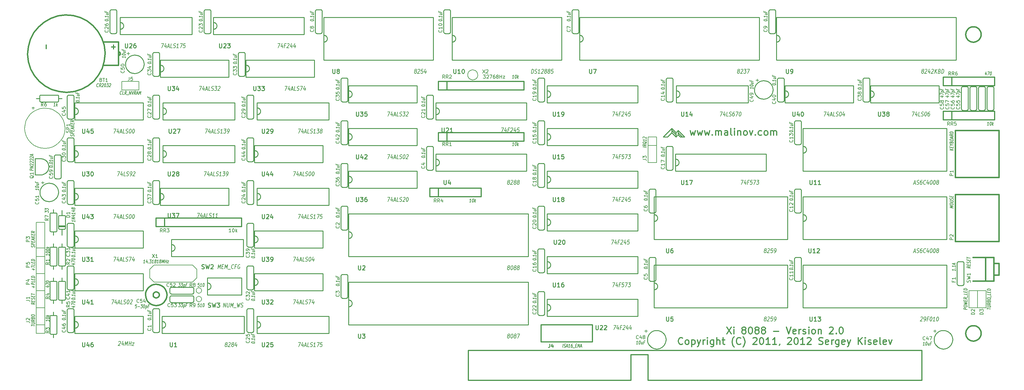
<source format=gto>
G04 (created by PCBNEW-RS274X (2012-01-19 BZR 3256)-stable) date 9/26/2012 11:12:57 PM*
G01*
G70*
G90*
%MOIN*%
G04 Gerber Fmt 3.4, Leading zero omitted, Abs format*
%FSLAX34Y34*%
G04 APERTURE LIST*
%ADD10C,0.006000*%
%ADD11C,0.010000*%
%ADD12C,0.012000*%
%ADD13C,0.015000*%
%ADD14C,0.005000*%
%ADD15C,0.008000*%
G04 APERTURE END LIST*
G54D10*
G54D11*
X102500Y-45000D02*
X103000Y-45500D01*
X101750Y-44750D02*
X102250Y-45250D01*
X102500Y-44750D02*
X102500Y-45250D01*
X102250Y-45000D02*
X102250Y-45500D01*
X101750Y-44500D02*
X101750Y-45000D01*
X101250Y-45500D02*
X100750Y-45500D01*
X101750Y-45000D02*
X101250Y-45500D01*
X102250Y-45500D02*
X101750Y-45000D01*
X102500Y-45250D02*
X102250Y-45500D01*
X102750Y-45500D02*
X102500Y-45250D01*
X103250Y-45500D02*
X102750Y-45500D01*
X102500Y-44750D02*
X103250Y-45500D01*
X102250Y-45000D02*
X102500Y-44750D01*
X101750Y-44500D02*
X102250Y-45000D01*
X100750Y-45500D02*
X101750Y-44500D01*
G54D12*
X103913Y-44790D02*
X104066Y-45324D01*
X104218Y-44943D01*
X104370Y-45324D01*
X104523Y-44790D01*
X104751Y-44790D02*
X104904Y-45324D01*
X105056Y-44943D01*
X105208Y-45324D01*
X105361Y-44790D01*
X105589Y-44790D02*
X105742Y-45324D01*
X105894Y-44943D01*
X106046Y-45324D01*
X106199Y-44790D01*
X106503Y-45248D02*
X106542Y-45286D01*
X106503Y-45324D01*
X106465Y-45286D01*
X106503Y-45248D01*
X106503Y-45324D01*
X106884Y-45324D02*
X106884Y-44790D01*
X106884Y-44867D02*
X106923Y-44829D01*
X106999Y-44790D01*
X107113Y-44790D01*
X107189Y-44829D01*
X107227Y-44905D01*
X107227Y-45324D01*
X107227Y-44905D02*
X107265Y-44829D01*
X107342Y-44790D01*
X107456Y-44790D01*
X107532Y-44829D01*
X107570Y-44905D01*
X107570Y-45324D01*
X108294Y-45324D02*
X108294Y-44905D01*
X108256Y-44829D01*
X108180Y-44790D01*
X108028Y-44790D01*
X107951Y-44829D01*
X108294Y-45286D02*
X108218Y-45324D01*
X108028Y-45324D01*
X107951Y-45286D01*
X107913Y-45210D01*
X107913Y-45133D01*
X107951Y-45057D01*
X108028Y-45019D01*
X108218Y-45019D01*
X108294Y-44981D01*
X108790Y-45324D02*
X108714Y-45286D01*
X108675Y-45210D01*
X108675Y-44524D01*
X109094Y-45324D02*
X109094Y-44790D01*
X109094Y-44524D02*
X109056Y-44562D01*
X109094Y-44600D01*
X109133Y-44562D01*
X109094Y-44524D01*
X109094Y-44600D01*
X109475Y-44790D02*
X109475Y-45324D01*
X109475Y-44867D02*
X109514Y-44829D01*
X109590Y-44790D01*
X109704Y-44790D01*
X109780Y-44829D01*
X109818Y-44905D01*
X109818Y-45324D01*
X110314Y-45324D02*
X110238Y-45286D01*
X110199Y-45248D01*
X110161Y-45171D01*
X110161Y-44943D01*
X110199Y-44867D01*
X110238Y-44829D01*
X110314Y-44790D01*
X110428Y-44790D01*
X110504Y-44829D01*
X110542Y-44867D01*
X110580Y-44943D01*
X110580Y-45171D01*
X110542Y-45248D01*
X110504Y-45286D01*
X110428Y-45324D01*
X110314Y-45324D01*
X110847Y-44790D02*
X111038Y-45324D01*
X111228Y-44790D01*
X111533Y-45248D02*
X111572Y-45286D01*
X111533Y-45324D01*
X111495Y-45286D01*
X111533Y-45248D01*
X111533Y-45324D01*
X112257Y-45286D02*
X112181Y-45324D01*
X112029Y-45324D01*
X111953Y-45286D01*
X111914Y-45248D01*
X111876Y-45171D01*
X111876Y-44943D01*
X111914Y-44867D01*
X111953Y-44829D01*
X112029Y-44790D01*
X112181Y-44790D01*
X112257Y-44829D01*
X112715Y-45324D02*
X112639Y-45286D01*
X112600Y-45248D01*
X112562Y-45171D01*
X112562Y-44943D01*
X112600Y-44867D01*
X112639Y-44829D01*
X112715Y-44790D01*
X112829Y-44790D01*
X112905Y-44829D01*
X112943Y-44867D01*
X112981Y-44943D01*
X112981Y-45171D01*
X112943Y-45248D01*
X112905Y-45286D01*
X112829Y-45324D01*
X112715Y-45324D01*
X113324Y-45324D02*
X113324Y-44790D01*
X113324Y-44867D02*
X113363Y-44829D01*
X113439Y-44790D01*
X113553Y-44790D01*
X113629Y-44829D01*
X113667Y-44905D01*
X113667Y-45324D01*
X113667Y-44905D02*
X113705Y-44829D01*
X113782Y-44790D01*
X113896Y-44790D01*
X113972Y-44829D01*
X114010Y-44905D01*
X114010Y-45324D01*
X108179Y-67774D02*
X108713Y-68574D01*
X108713Y-67774D02*
X108179Y-68574D01*
X109017Y-68574D02*
X109017Y-68040D01*
X109017Y-67774D02*
X108979Y-67812D01*
X109017Y-67850D01*
X109056Y-67812D01*
X109017Y-67774D01*
X109017Y-67850D01*
X110123Y-68117D02*
X110047Y-68079D01*
X110008Y-68040D01*
X109970Y-67964D01*
X109970Y-67926D01*
X110008Y-67850D01*
X110047Y-67812D01*
X110123Y-67774D01*
X110275Y-67774D01*
X110351Y-67812D01*
X110389Y-67850D01*
X110428Y-67926D01*
X110428Y-67964D01*
X110389Y-68040D01*
X110351Y-68079D01*
X110275Y-68117D01*
X110123Y-68117D01*
X110047Y-68155D01*
X110008Y-68193D01*
X109970Y-68269D01*
X109970Y-68421D01*
X110008Y-68498D01*
X110047Y-68536D01*
X110123Y-68574D01*
X110275Y-68574D01*
X110351Y-68536D01*
X110389Y-68498D01*
X110428Y-68421D01*
X110428Y-68269D01*
X110389Y-68193D01*
X110351Y-68155D01*
X110275Y-68117D01*
X110923Y-67774D02*
X110999Y-67774D01*
X111075Y-67812D01*
X111113Y-67850D01*
X111151Y-67926D01*
X111190Y-68079D01*
X111190Y-68269D01*
X111151Y-68421D01*
X111113Y-68498D01*
X111075Y-68536D01*
X110999Y-68574D01*
X110923Y-68574D01*
X110847Y-68536D01*
X110809Y-68498D01*
X110770Y-68421D01*
X110732Y-68269D01*
X110732Y-68079D01*
X110770Y-67926D01*
X110809Y-67850D01*
X110847Y-67812D01*
X110923Y-67774D01*
X111647Y-68117D02*
X111571Y-68079D01*
X111532Y-68040D01*
X111494Y-67964D01*
X111494Y-67926D01*
X111532Y-67850D01*
X111571Y-67812D01*
X111647Y-67774D01*
X111799Y-67774D01*
X111875Y-67812D01*
X111913Y-67850D01*
X111952Y-67926D01*
X111952Y-67964D01*
X111913Y-68040D01*
X111875Y-68079D01*
X111799Y-68117D01*
X111647Y-68117D01*
X111571Y-68155D01*
X111532Y-68193D01*
X111494Y-68269D01*
X111494Y-68421D01*
X111532Y-68498D01*
X111571Y-68536D01*
X111647Y-68574D01*
X111799Y-68574D01*
X111875Y-68536D01*
X111913Y-68498D01*
X111952Y-68421D01*
X111952Y-68269D01*
X111913Y-68193D01*
X111875Y-68155D01*
X111799Y-68117D01*
X112409Y-68117D02*
X112333Y-68079D01*
X112294Y-68040D01*
X112256Y-67964D01*
X112256Y-67926D01*
X112294Y-67850D01*
X112333Y-67812D01*
X112409Y-67774D01*
X112561Y-67774D01*
X112637Y-67812D01*
X112675Y-67850D01*
X112714Y-67926D01*
X112714Y-67964D01*
X112675Y-68040D01*
X112637Y-68079D01*
X112561Y-68117D01*
X112409Y-68117D01*
X112333Y-68155D01*
X112294Y-68193D01*
X112256Y-68269D01*
X112256Y-68421D01*
X112294Y-68498D01*
X112333Y-68536D01*
X112409Y-68574D01*
X112561Y-68574D01*
X112637Y-68536D01*
X112675Y-68498D01*
X112714Y-68421D01*
X112714Y-68269D01*
X112675Y-68193D01*
X112637Y-68155D01*
X112561Y-68117D01*
X113666Y-68269D02*
X114276Y-68269D01*
X115152Y-67774D02*
X115419Y-68574D01*
X115686Y-67774D01*
X116257Y-68536D02*
X116181Y-68574D01*
X116029Y-68574D01*
X115952Y-68536D01*
X115914Y-68460D01*
X115914Y-68155D01*
X115952Y-68079D01*
X116029Y-68040D01*
X116181Y-68040D01*
X116257Y-68079D01*
X116295Y-68155D01*
X116295Y-68231D01*
X115914Y-68307D01*
X116638Y-68574D02*
X116638Y-68040D01*
X116638Y-68193D02*
X116677Y-68117D01*
X116715Y-68079D01*
X116791Y-68040D01*
X116867Y-68040D01*
X117095Y-68536D02*
X117172Y-68574D01*
X117324Y-68574D01*
X117400Y-68536D01*
X117438Y-68460D01*
X117438Y-68421D01*
X117400Y-68345D01*
X117324Y-68307D01*
X117210Y-68307D01*
X117133Y-68269D01*
X117095Y-68193D01*
X117095Y-68155D01*
X117133Y-68079D01*
X117210Y-68040D01*
X117324Y-68040D01*
X117400Y-68079D01*
X117781Y-68574D02*
X117781Y-68040D01*
X117781Y-67774D02*
X117743Y-67812D01*
X117781Y-67850D01*
X117820Y-67812D01*
X117781Y-67774D01*
X117781Y-67850D01*
X118277Y-68574D02*
X118201Y-68536D01*
X118162Y-68498D01*
X118124Y-68421D01*
X118124Y-68193D01*
X118162Y-68117D01*
X118201Y-68079D01*
X118277Y-68040D01*
X118391Y-68040D01*
X118467Y-68079D01*
X118505Y-68117D01*
X118543Y-68193D01*
X118543Y-68421D01*
X118505Y-68498D01*
X118467Y-68536D01*
X118391Y-68574D01*
X118277Y-68574D01*
X118886Y-68040D02*
X118886Y-68574D01*
X118886Y-68117D02*
X118925Y-68079D01*
X119001Y-68040D01*
X119115Y-68040D01*
X119191Y-68079D01*
X119229Y-68155D01*
X119229Y-68574D01*
X120182Y-67850D02*
X120220Y-67812D01*
X120297Y-67774D01*
X120487Y-67774D01*
X120563Y-67812D01*
X120601Y-67850D01*
X120640Y-67926D01*
X120640Y-68002D01*
X120601Y-68117D01*
X120144Y-68574D01*
X120640Y-68574D01*
X120982Y-68498D02*
X121021Y-68536D01*
X120982Y-68574D01*
X120944Y-68536D01*
X120982Y-68498D01*
X120982Y-68574D01*
X121516Y-67774D02*
X121592Y-67774D01*
X121668Y-67812D01*
X121706Y-67850D01*
X121744Y-67926D01*
X121783Y-68079D01*
X121783Y-68269D01*
X121744Y-68421D01*
X121706Y-68498D01*
X121668Y-68536D01*
X121592Y-68574D01*
X121516Y-68574D01*
X121440Y-68536D01*
X121402Y-68498D01*
X121363Y-68421D01*
X121325Y-68269D01*
X121325Y-68079D01*
X121363Y-67926D01*
X121402Y-67850D01*
X121440Y-67812D01*
X121516Y-67774D01*
X103036Y-69738D02*
X102998Y-69776D01*
X102883Y-69814D01*
X102807Y-69814D01*
X102693Y-69776D01*
X102617Y-69700D01*
X102578Y-69623D01*
X102540Y-69471D01*
X102540Y-69357D01*
X102578Y-69204D01*
X102617Y-69128D01*
X102693Y-69052D01*
X102807Y-69014D01*
X102883Y-69014D01*
X102998Y-69052D01*
X103036Y-69090D01*
X103493Y-69814D02*
X103417Y-69776D01*
X103378Y-69738D01*
X103340Y-69661D01*
X103340Y-69433D01*
X103378Y-69357D01*
X103417Y-69319D01*
X103493Y-69280D01*
X103607Y-69280D01*
X103683Y-69319D01*
X103721Y-69357D01*
X103759Y-69433D01*
X103759Y-69661D01*
X103721Y-69738D01*
X103683Y-69776D01*
X103607Y-69814D01*
X103493Y-69814D01*
X104102Y-69280D02*
X104102Y-70080D01*
X104102Y-69319D02*
X104179Y-69280D01*
X104331Y-69280D01*
X104407Y-69319D01*
X104445Y-69357D01*
X104483Y-69433D01*
X104483Y-69661D01*
X104445Y-69738D01*
X104407Y-69776D01*
X104331Y-69814D01*
X104179Y-69814D01*
X104102Y-69776D01*
X104750Y-69280D02*
X104941Y-69814D01*
X105131Y-69280D02*
X104941Y-69814D01*
X104865Y-70004D01*
X104826Y-70042D01*
X104750Y-70080D01*
X105436Y-69814D02*
X105436Y-69280D01*
X105436Y-69433D02*
X105475Y-69357D01*
X105513Y-69319D01*
X105589Y-69280D01*
X105665Y-69280D01*
X105931Y-69814D02*
X105931Y-69280D01*
X105931Y-69014D02*
X105893Y-69052D01*
X105931Y-69090D01*
X105970Y-69052D01*
X105931Y-69014D01*
X105931Y-69090D01*
X106655Y-69280D02*
X106655Y-69928D01*
X106617Y-70004D01*
X106579Y-70042D01*
X106503Y-70080D01*
X106389Y-70080D01*
X106312Y-70042D01*
X106655Y-69776D02*
X106579Y-69814D01*
X106427Y-69814D01*
X106351Y-69776D01*
X106312Y-69738D01*
X106274Y-69661D01*
X106274Y-69433D01*
X106312Y-69357D01*
X106351Y-69319D01*
X106427Y-69280D01*
X106579Y-69280D01*
X106655Y-69319D01*
X107036Y-69814D02*
X107036Y-69014D01*
X107379Y-69814D02*
X107379Y-69395D01*
X107341Y-69319D01*
X107265Y-69280D01*
X107151Y-69280D01*
X107075Y-69319D01*
X107036Y-69357D01*
X107646Y-69280D02*
X107951Y-69280D01*
X107760Y-69014D02*
X107760Y-69700D01*
X107799Y-69776D01*
X107875Y-69814D01*
X107951Y-69814D01*
X109056Y-70119D02*
X109018Y-70080D01*
X108942Y-69966D01*
X108904Y-69890D01*
X108866Y-69776D01*
X108827Y-69585D01*
X108827Y-69433D01*
X108866Y-69242D01*
X108904Y-69128D01*
X108942Y-69052D01*
X109018Y-68938D01*
X109056Y-68900D01*
X109818Y-69738D02*
X109780Y-69776D01*
X109665Y-69814D01*
X109589Y-69814D01*
X109475Y-69776D01*
X109399Y-69700D01*
X109360Y-69623D01*
X109322Y-69471D01*
X109322Y-69357D01*
X109360Y-69204D01*
X109399Y-69128D01*
X109475Y-69052D01*
X109589Y-69014D01*
X109665Y-69014D01*
X109780Y-69052D01*
X109818Y-69090D01*
X110084Y-70119D02*
X110122Y-70080D01*
X110199Y-69966D01*
X110237Y-69890D01*
X110275Y-69776D01*
X110313Y-69585D01*
X110313Y-69433D01*
X110275Y-69242D01*
X110237Y-69128D01*
X110199Y-69052D01*
X110122Y-68938D01*
X110084Y-68900D01*
X111265Y-69090D02*
X111303Y-69052D01*
X111380Y-69014D01*
X111570Y-69014D01*
X111646Y-69052D01*
X111684Y-69090D01*
X111723Y-69166D01*
X111723Y-69242D01*
X111684Y-69357D01*
X111227Y-69814D01*
X111723Y-69814D01*
X112218Y-69014D02*
X112294Y-69014D01*
X112370Y-69052D01*
X112408Y-69090D01*
X112446Y-69166D01*
X112485Y-69319D01*
X112485Y-69509D01*
X112446Y-69661D01*
X112408Y-69738D01*
X112370Y-69776D01*
X112294Y-69814D01*
X112218Y-69814D01*
X112142Y-69776D01*
X112104Y-69738D01*
X112065Y-69661D01*
X112027Y-69509D01*
X112027Y-69319D01*
X112065Y-69166D01*
X112104Y-69090D01*
X112142Y-69052D01*
X112218Y-69014D01*
X113247Y-69814D02*
X112789Y-69814D01*
X113018Y-69814D02*
X113018Y-69014D01*
X112942Y-69128D01*
X112866Y-69204D01*
X112789Y-69242D01*
X114009Y-69814D02*
X113551Y-69814D01*
X113780Y-69814D02*
X113780Y-69014D01*
X113704Y-69128D01*
X113628Y-69204D01*
X113551Y-69242D01*
X114390Y-69776D02*
X114390Y-69814D01*
X114351Y-69890D01*
X114313Y-69928D01*
X115304Y-69090D02*
X115342Y-69052D01*
X115419Y-69014D01*
X115609Y-69014D01*
X115685Y-69052D01*
X115723Y-69090D01*
X115762Y-69166D01*
X115762Y-69242D01*
X115723Y-69357D01*
X115266Y-69814D01*
X115762Y-69814D01*
X116257Y-69014D02*
X116333Y-69014D01*
X116409Y-69052D01*
X116447Y-69090D01*
X116485Y-69166D01*
X116524Y-69319D01*
X116524Y-69509D01*
X116485Y-69661D01*
X116447Y-69738D01*
X116409Y-69776D01*
X116333Y-69814D01*
X116257Y-69814D01*
X116181Y-69776D01*
X116143Y-69738D01*
X116104Y-69661D01*
X116066Y-69509D01*
X116066Y-69319D01*
X116104Y-69166D01*
X116143Y-69090D01*
X116181Y-69052D01*
X116257Y-69014D01*
X117286Y-69814D02*
X116828Y-69814D01*
X117057Y-69814D02*
X117057Y-69014D01*
X116981Y-69128D01*
X116905Y-69204D01*
X116828Y-69242D01*
X117590Y-69090D02*
X117628Y-69052D01*
X117705Y-69014D01*
X117895Y-69014D01*
X117971Y-69052D01*
X118009Y-69090D01*
X118048Y-69166D01*
X118048Y-69242D01*
X118009Y-69357D01*
X117552Y-69814D01*
X118048Y-69814D01*
X118962Y-69776D02*
X119077Y-69814D01*
X119267Y-69814D01*
X119343Y-69776D01*
X119381Y-69738D01*
X119420Y-69661D01*
X119420Y-69585D01*
X119381Y-69509D01*
X119343Y-69471D01*
X119267Y-69433D01*
X119115Y-69395D01*
X119039Y-69357D01*
X119000Y-69319D01*
X118962Y-69242D01*
X118962Y-69166D01*
X119000Y-69090D01*
X119039Y-69052D01*
X119115Y-69014D01*
X119305Y-69014D01*
X119420Y-69052D01*
X120067Y-69776D02*
X119991Y-69814D01*
X119839Y-69814D01*
X119762Y-69776D01*
X119724Y-69700D01*
X119724Y-69395D01*
X119762Y-69319D01*
X119839Y-69280D01*
X119991Y-69280D01*
X120067Y-69319D01*
X120105Y-69395D01*
X120105Y-69471D01*
X119724Y-69547D01*
X120448Y-69814D02*
X120448Y-69280D01*
X120448Y-69433D02*
X120487Y-69357D01*
X120525Y-69319D01*
X120601Y-69280D01*
X120677Y-69280D01*
X121286Y-69280D02*
X121286Y-69928D01*
X121248Y-70004D01*
X121210Y-70042D01*
X121134Y-70080D01*
X121020Y-70080D01*
X120943Y-70042D01*
X121286Y-69776D02*
X121210Y-69814D01*
X121058Y-69814D01*
X120982Y-69776D01*
X120943Y-69738D01*
X120905Y-69661D01*
X120905Y-69433D01*
X120943Y-69357D01*
X120982Y-69319D01*
X121058Y-69280D01*
X121210Y-69280D01*
X121286Y-69319D01*
X121972Y-69776D02*
X121896Y-69814D01*
X121744Y-69814D01*
X121667Y-69776D01*
X121629Y-69700D01*
X121629Y-69395D01*
X121667Y-69319D01*
X121744Y-69280D01*
X121896Y-69280D01*
X121972Y-69319D01*
X122010Y-69395D01*
X122010Y-69471D01*
X121629Y-69547D01*
X122277Y-69280D02*
X122468Y-69814D01*
X122658Y-69280D02*
X122468Y-69814D01*
X122392Y-70004D01*
X122353Y-70042D01*
X122277Y-70080D01*
X123573Y-69814D02*
X123573Y-69014D01*
X124031Y-69814D02*
X123688Y-69357D01*
X124031Y-69014D02*
X123573Y-69471D01*
X124373Y-69814D02*
X124373Y-69280D01*
X124373Y-69014D02*
X124335Y-69052D01*
X124373Y-69090D01*
X124412Y-69052D01*
X124373Y-69014D01*
X124373Y-69090D01*
X124716Y-69776D02*
X124793Y-69814D01*
X124945Y-69814D01*
X125021Y-69776D01*
X125059Y-69700D01*
X125059Y-69661D01*
X125021Y-69585D01*
X124945Y-69547D01*
X124831Y-69547D01*
X124754Y-69509D01*
X124716Y-69433D01*
X124716Y-69395D01*
X124754Y-69319D01*
X124831Y-69280D01*
X124945Y-69280D01*
X125021Y-69319D01*
X125707Y-69776D02*
X125631Y-69814D01*
X125479Y-69814D01*
X125402Y-69776D01*
X125364Y-69700D01*
X125364Y-69395D01*
X125402Y-69319D01*
X125479Y-69280D01*
X125631Y-69280D01*
X125707Y-69319D01*
X125745Y-69395D01*
X125745Y-69471D01*
X125364Y-69547D01*
X126203Y-69814D02*
X126127Y-69776D01*
X126088Y-69700D01*
X126088Y-69014D01*
X126812Y-69776D02*
X126736Y-69814D01*
X126584Y-69814D01*
X126507Y-69776D01*
X126469Y-69700D01*
X126469Y-69395D01*
X126507Y-69319D01*
X126584Y-69280D01*
X126736Y-69280D01*
X126812Y-69319D01*
X126850Y-69395D01*
X126850Y-69471D01*
X126469Y-69547D01*
X127117Y-69280D02*
X127308Y-69814D01*
X127498Y-69280D01*
G54D10*
X40750Y-61000D02*
X41250Y-60500D01*
X45750Y-60500D02*
X46250Y-61000D01*
X46250Y-62000D02*
X45750Y-62500D01*
X40750Y-62000D02*
X41250Y-62500D01*
X41250Y-60500D02*
X45750Y-60500D01*
X40750Y-61000D02*
X40750Y-62000D01*
X41250Y-62500D02*
X45750Y-62500D01*
X46250Y-62000D02*
X46250Y-61000D01*
X28500Y-65500D02*
X27500Y-65500D01*
X27500Y-65500D02*
X27500Y-63500D01*
X27500Y-63500D02*
X28500Y-63500D01*
X28500Y-63500D02*
X28500Y-65500D01*
X28500Y-68500D02*
X27500Y-68500D01*
X27500Y-68500D02*
X27500Y-65500D01*
X27500Y-65500D02*
X28500Y-65500D01*
X28500Y-65500D02*
X28500Y-68500D01*
X27500Y-67500D02*
X28500Y-67500D01*
G54D12*
X74500Y-46000D02*
X74500Y-45000D01*
X74500Y-45000D02*
X84500Y-45000D01*
X84500Y-45000D02*
X84500Y-46000D01*
X84500Y-46000D02*
X74500Y-46000D01*
X75500Y-46000D02*
X75500Y-45000D01*
G54D10*
X28500Y-61500D02*
X27500Y-61500D01*
X27500Y-61500D02*
X27500Y-59500D01*
X27500Y-59500D02*
X28500Y-59500D01*
X28500Y-59500D02*
X28500Y-61500D01*
X37500Y-40000D02*
X37500Y-39000D01*
X37500Y-39000D02*
X39500Y-39000D01*
X39500Y-39000D02*
X39500Y-40000D01*
X39500Y-40000D02*
X37500Y-40000D01*
X28500Y-63500D02*
X27500Y-63500D01*
X27500Y-63500D02*
X27500Y-61500D01*
X27500Y-61500D02*
X28500Y-61500D01*
X28500Y-61500D02*
X28500Y-63500D01*
X99000Y-45500D02*
X100000Y-45500D01*
X100000Y-45500D02*
X100000Y-48500D01*
X100000Y-48500D02*
X99000Y-48500D01*
X99000Y-48500D02*
X99000Y-45500D01*
X100000Y-46500D02*
X99000Y-46500D01*
G54D12*
X41500Y-56000D02*
X41500Y-55000D01*
X41500Y-55000D02*
X51500Y-55000D01*
X51500Y-55000D02*
X51500Y-56000D01*
X51500Y-56000D02*
X41500Y-56000D01*
X42500Y-56000D02*
X42500Y-55000D01*
X73500Y-52500D02*
X73500Y-51500D01*
X73500Y-51500D02*
X79500Y-51500D01*
X79500Y-51500D02*
X79500Y-52500D01*
X79500Y-52500D02*
X73500Y-52500D01*
X74500Y-52500D02*
X74500Y-51500D01*
X131000Y-74000D02*
X99000Y-74000D01*
X99000Y-74000D02*
X99000Y-71000D01*
X99000Y-71000D02*
X97000Y-71000D01*
X97000Y-71000D02*
X97000Y-74000D01*
X97000Y-74000D02*
X78000Y-74000D01*
X78000Y-74000D02*
X78000Y-70500D01*
X78000Y-70500D02*
X131000Y-70500D01*
X131000Y-70500D02*
X131000Y-74000D01*
X133500Y-43500D02*
X133500Y-42500D01*
X133500Y-42500D02*
X139500Y-42500D01*
X139500Y-42500D02*
X139500Y-43500D01*
X139500Y-43500D02*
X133500Y-43500D01*
X134500Y-43500D02*
X134500Y-42500D01*
G54D13*
X140000Y-50256D02*
X134882Y-50256D01*
X134882Y-50256D02*
X134882Y-44744D01*
X134882Y-44744D02*
X140000Y-44744D01*
X140000Y-44744D02*
X140000Y-50256D01*
X140000Y-57756D02*
X134882Y-57756D01*
X134882Y-57756D02*
X134882Y-52244D01*
X134882Y-52244D02*
X140000Y-52244D01*
X140000Y-52244D02*
X140000Y-57756D01*
G54D14*
X46816Y-63500D02*
X46809Y-63561D01*
X46792Y-63620D01*
X46763Y-63674D01*
X46724Y-63722D01*
X46676Y-63761D01*
X46622Y-63791D01*
X46563Y-63809D01*
X46502Y-63815D01*
X46441Y-63810D01*
X46382Y-63792D01*
X46327Y-63764D01*
X46279Y-63725D01*
X46240Y-63678D01*
X46210Y-63624D01*
X46191Y-63565D01*
X46185Y-63504D01*
X46190Y-63443D01*
X46207Y-63384D01*
X46235Y-63329D01*
X46273Y-63281D01*
X46320Y-63241D01*
X46374Y-63211D01*
X46433Y-63192D01*
X46494Y-63185D01*
X46554Y-63189D01*
X46614Y-63206D01*
X46669Y-63234D01*
X46717Y-63272D01*
X46758Y-63318D01*
X46788Y-63372D01*
X46808Y-63430D01*
X46815Y-63492D01*
X46816Y-63500D01*
G54D13*
X42750Y-64000D02*
X42726Y-64242D01*
X42655Y-64476D01*
X42541Y-64691D01*
X42386Y-64880D01*
X42198Y-65036D01*
X41984Y-65152D01*
X41751Y-65224D01*
X41508Y-65249D01*
X41266Y-65227D01*
X41032Y-65158D01*
X40816Y-65045D01*
X40626Y-64893D01*
X40469Y-64706D01*
X40352Y-64492D01*
X40278Y-64259D01*
X40251Y-64017D01*
X40271Y-63775D01*
X40338Y-63540D01*
X40450Y-63323D01*
X40601Y-63132D01*
X40787Y-62974D01*
X41000Y-62855D01*
X41232Y-62780D01*
X41474Y-62751D01*
X41717Y-62769D01*
X41952Y-62835D01*
X42169Y-62945D01*
X42362Y-63095D01*
X42521Y-63280D01*
X42641Y-63492D01*
X42718Y-63724D01*
X42749Y-63966D01*
X42750Y-64000D01*
X41853Y-64000D02*
X41846Y-64068D01*
X41826Y-64134D01*
X41794Y-64195D01*
X41750Y-64248D01*
X41697Y-64292D01*
X41636Y-64325D01*
X41570Y-64345D01*
X41502Y-64352D01*
X41434Y-64346D01*
X41368Y-64327D01*
X41307Y-64295D01*
X41254Y-64252D01*
X41209Y-64199D01*
X41176Y-64139D01*
X41155Y-64073D01*
X41148Y-64004D01*
X41153Y-63937D01*
X41172Y-63871D01*
X41204Y-63809D01*
X41247Y-63755D01*
X41299Y-63711D01*
X41359Y-63677D01*
X41425Y-63656D01*
X41493Y-63648D01*
X41561Y-63653D01*
X41627Y-63671D01*
X41689Y-63702D01*
X41743Y-63745D01*
X41788Y-63797D01*
X41822Y-63857D01*
X41844Y-63922D01*
X41852Y-63991D01*
X41853Y-64000D01*
G54D10*
X137500Y-65500D02*
X136500Y-65500D01*
X136500Y-65500D02*
X136500Y-63500D01*
X136500Y-63500D02*
X137500Y-63500D01*
X137500Y-63500D02*
X137500Y-65500D01*
X138500Y-65500D02*
X137500Y-65500D01*
X137500Y-65500D02*
X137500Y-63500D01*
X137500Y-63500D02*
X138500Y-63500D01*
X138500Y-63500D02*
X138500Y-65500D01*
G54D13*
X37299Y-35750D02*
X37298Y-35733D01*
X37296Y-35716D01*
X37292Y-35700D01*
X37287Y-35683D01*
X37280Y-35667D01*
X37272Y-35652D01*
X37263Y-35638D01*
X37252Y-35624D01*
X37241Y-35611D01*
X37228Y-35600D01*
X37214Y-35589D01*
X37200Y-35580D01*
X37185Y-35572D01*
X37169Y-35565D01*
X37152Y-35560D01*
X37136Y-35556D01*
X37119Y-35554D01*
X37102Y-35553D01*
X37102Y-35947D02*
X37119Y-35946D01*
X37136Y-35944D01*
X37152Y-35940D01*
X37169Y-35935D01*
X37185Y-35928D01*
X37200Y-35920D01*
X37214Y-35911D01*
X37228Y-35900D01*
X37241Y-35889D01*
X37252Y-35876D01*
X37263Y-35862D01*
X37272Y-35848D01*
X37280Y-35833D01*
X37287Y-35817D01*
X37292Y-35800D01*
X37296Y-35784D01*
X37298Y-35767D01*
X37299Y-35750D01*
X35331Y-37128D02*
X37102Y-37128D01*
X37102Y-37128D02*
X37102Y-34372D01*
X37102Y-34372D02*
X35331Y-34372D01*
X35528Y-35750D02*
X35441Y-36629D01*
X35186Y-37475D01*
X34771Y-38255D01*
X34212Y-38940D01*
X33532Y-39503D01*
X32754Y-39924D01*
X31910Y-40185D01*
X31031Y-40277D01*
X30152Y-40197D01*
X29304Y-39948D01*
X28521Y-39538D01*
X27832Y-38985D01*
X27264Y-38308D01*
X26839Y-37533D01*
X26571Y-36691D01*
X26473Y-35813D01*
X26547Y-34933D01*
X26790Y-34084D01*
X27194Y-33298D01*
X27743Y-32605D01*
X28416Y-32032D01*
X29188Y-31601D01*
X30028Y-31328D01*
X30906Y-31223D01*
X31786Y-31291D01*
X32637Y-31529D01*
X33426Y-31927D01*
X34122Y-32471D01*
X34700Y-33140D01*
X35136Y-33909D01*
X35415Y-34747D01*
X35526Y-35624D01*
X35528Y-35750D01*
G54D10*
X27500Y-58500D02*
X28500Y-58500D01*
X28500Y-59500D02*
X28500Y-55500D01*
X27500Y-59500D02*
X27500Y-55500D01*
X27500Y-59500D02*
X28500Y-59500D01*
X28500Y-55500D02*
X27500Y-55500D01*
G54D12*
X133500Y-39500D02*
X133500Y-38500D01*
X133500Y-38500D02*
X139500Y-38500D01*
X139500Y-38500D02*
X139500Y-39500D01*
X139500Y-39500D02*
X133500Y-39500D01*
X134500Y-39500D02*
X134500Y-38500D01*
G54D14*
X46816Y-64500D02*
X46809Y-64561D01*
X46792Y-64620D01*
X46763Y-64674D01*
X46724Y-64722D01*
X46676Y-64761D01*
X46622Y-64791D01*
X46563Y-64809D01*
X46502Y-64815D01*
X46441Y-64810D01*
X46382Y-64792D01*
X46327Y-64764D01*
X46279Y-64725D01*
X46240Y-64678D01*
X46210Y-64624D01*
X46191Y-64565D01*
X46185Y-64504D01*
X46190Y-64443D01*
X46207Y-64384D01*
X46235Y-64329D01*
X46273Y-64281D01*
X46320Y-64241D01*
X46374Y-64211D01*
X46433Y-64192D01*
X46494Y-64185D01*
X46554Y-64189D01*
X46614Y-64206D01*
X46669Y-64234D01*
X46717Y-64272D01*
X46758Y-64318D01*
X46788Y-64372D01*
X46808Y-64430D01*
X46815Y-64492D01*
X46816Y-64500D01*
G54D12*
X86500Y-67500D02*
X92500Y-67500D01*
X92500Y-67500D02*
X92500Y-69500D01*
X92500Y-69500D02*
X86500Y-69500D01*
X86500Y-69500D02*
X86500Y-67500D01*
G54D11*
X47500Y-63400D02*
X47534Y-63398D01*
X47569Y-63393D01*
X47603Y-63386D01*
X47636Y-63375D01*
X47669Y-63362D01*
X47700Y-63346D01*
X47729Y-63327D01*
X47757Y-63306D01*
X47782Y-63282D01*
X47806Y-63257D01*
X47827Y-63229D01*
X47846Y-63199D01*
X47862Y-63169D01*
X47875Y-63136D01*
X47886Y-63103D01*
X47893Y-63069D01*
X47898Y-63034D01*
X47900Y-63000D01*
X47900Y-63000D02*
X47898Y-62966D01*
X47893Y-62931D01*
X47886Y-62897D01*
X47875Y-62864D01*
X47862Y-62831D01*
X47846Y-62801D01*
X47827Y-62771D01*
X47806Y-62743D01*
X47782Y-62718D01*
X47757Y-62694D01*
X47729Y-62673D01*
X47700Y-62654D01*
X47669Y-62638D01*
X47636Y-62625D01*
X47603Y-62614D01*
X47569Y-62607D01*
X47534Y-62602D01*
X47500Y-62600D01*
X47500Y-64000D02*
X47500Y-62000D01*
X47500Y-62000D02*
X51500Y-62000D01*
X51500Y-62000D02*
X51500Y-64000D01*
X51500Y-64000D02*
X47500Y-64000D01*
X53300Y-67900D02*
X53334Y-67898D01*
X53369Y-67893D01*
X53403Y-67886D01*
X53436Y-67875D01*
X53469Y-67862D01*
X53500Y-67846D01*
X53529Y-67827D01*
X53557Y-67806D01*
X53582Y-67782D01*
X53606Y-67757D01*
X53627Y-67729D01*
X53646Y-67699D01*
X53662Y-67669D01*
X53675Y-67636D01*
X53686Y-67603D01*
X53693Y-67569D01*
X53698Y-67534D01*
X53700Y-67500D01*
X53700Y-67500D02*
X53698Y-67466D01*
X53693Y-67431D01*
X53686Y-67397D01*
X53675Y-67364D01*
X53662Y-67331D01*
X53646Y-67301D01*
X53627Y-67271D01*
X53606Y-67243D01*
X53582Y-67218D01*
X53557Y-67194D01*
X53529Y-67173D01*
X53500Y-67154D01*
X53469Y-67138D01*
X53436Y-67125D01*
X53403Y-67114D01*
X53369Y-67107D01*
X53334Y-67102D01*
X53300Y-67100D01*
X53300Y-66500D02*
X61700Y-66500D01*
X61700Y-66500D02*
X61700Y-68500D01*
X61700Y-68500D02*
X53300Y-68500D01*
X53300Y-68500D02*
X53300Y-66500D01*
X32000Y-57900D02*
X32034Y-57898D01*
X32069Y-57893D01*
X32103Y-57886D01*
X32136Y-57875D01*
X32169Y-57862D01*
X32200Y-57846D01*
X32229Y-57827D01*
X32257Y-57806D01*
X32282Y-57782D01*
X32306Y-57757D01*
X32327Y-57729D01*
X32346Y-57699D01*
X32362Y-57669D01*
X32375Y-57636D01*
X32386Y-57603D01*
X32393Y-57569D01*
X32398Y-57534D01*
X32400Y-57500D01*
X32400Y-57500D02*
X32398Y-57466D01*
X32393Y-57431D01*
X32386Y-57397D01*
X32375Y-57364D01*
X32362Y-57331D01*
X32346Y-57301D01*
X32327Y-57271D01*
X32306Y-57243D01*
X32282Y-57218D01*
X32257Y-57194D01*
X32229Y-57173D01*
X32200Y-57154D01*
X32169Y-57138D01*
X32136Y-57125D01*
X32103Y-57114D01*
X32069Y-57107D01*
X32034Y-57102D01*
X32000Y-57100D01*
X40000Y-56500D02*
X32000Y-56500D01*
X32000Y-56500D02*
X32000Y-58500D01*
X32000Y-58500D02*
X40000Y-58500D01*
X40000Y-58500D02*
X40000Y-56500D01*
X32000Y-62900D02*
X32034Y-62898D01*
X32069Y-62893D01*
X32103Y-62886D01*
X32136Y-62875D01*
X32169Y-62862D01*
X32200Y-62846D01*
X32229Y-62827D01*
X32257Y-62806D01*
X32282Y-62782D01*
X32306Y-62757D01*
X32327Y-62729D01*
X32346Y-62699D01*
X32362Y-62669D01*
X32375Y-62636D01*
X32386Y-62603D01*
X32393Y-62569D01*
X32398Y-62534D01*
X32400Y-62500D01*
X32400Y-62500D02*
X32398Y-62466D01*
X32393Y-62431D01*
X32386Y-62397D01*
X32375Y-62364D01*
X32362Y-62331D01*
X32346Y-62301D01*
X32327Y-62271D01*
X32306Y-62243D01*
X32282Y-62218D01*
X32257Y-62194D01*
X32229Y-62173D01*
X32200Y-62154D01*
X32169Y-62138D01*
X32136Y-62125D01*
X32103Y-62114D01*
X32069Y-62107D01*
X32034Y-62102D01*
X32000Y-62100D01*
X40000Y-61500D02*
X32000Y-61500D01*
X32000Y-61500D02*
X32000Y-63500D01*
X32000Y-63500D02*
X40000Y-63500D01*
X40000Y-63500D02*
X40000Y-61500D01*
X32000Y-52900D02*
X32034Y-52898D01*
X32069Y-52893D01*
X32103Y-52886D01*
X32136Y-52875D01*
X32169Y-52862D01*
X32200Y-52846D01*
X32229Y-52827D01*
X32257Y-52806D01*
X32282Y-52782D01*
X32306Y-52757D01*
X32327Y-52729D01*
X32346Y-52699D01*
X32362Y-52669D01*
X32375Y-52636D01*
X32386Y-52603D01*
X32393Y-52569D01*
X32398Y-52534D01*
X32400Y-52500D01*
X32400Y-52500D02*
X32398Y-52466D01*
X32393Y-52431D01*
X32386Y-52397D01*
X32375Y-52364D01*
X32362Y-52331D01*
X32346Y-52301D01*
X32327Y-52271D01*
X32306Y-52243D01*
X32282Y-52218D01*
X32257Y-52194D01*
X32229Y-52173D01*
X32200Y-52154D01*
X32169Y-52138D01*
X32136Y-52125D01*
X32103Y-52114D01*
X32069Y-52107D01*
X32034Y-52102D01*
X32000Y-52100D01*
X40000Y-51500D02*
X32000Y-51500D01*
X32000Y-51500D02*
X32000Y-53500D01*
X32000Y-53500D02*
X40000Y-53500D01*
X40000Y-53500D02*
X40000Y-51500D01*
X101083Y-69250D02*
X101062Y-69460D01*
X101001Y-69662D01*
X100902Y-69849D01*
X100768Y-70013D01*
X100605Y-70147D01*
X100419Y-70248D01*
X100217Y-70310D01*
X100007Y-70332D01*
X99798Y-70313D01*
X99595Y-70254D01*
X99407Y-70156D01*
X99243Y-70023D01*
X99107Y-69861D01*
X99005Y-69676D01*
X98941Y-69475D01*
X98918Y-69265D01*
X98935Y-69055D01*
X98994Y-68852D01*
X99090Y-68664D01*
X99221Y-68498D01*
X99382Y-68361D01*
X99567Y-68258D01*
X99768Y-68193D01*
X99978Y-68168D01*
X100188Y-68184D01*
X100391Y-68241D01*
X100580Y-68336D01*
X100746Y-68466D01*
X100884Y-68626D01*
X100989Y-68810D01*
X101056Y-69011D01*
X101082Y-69220D01*
X101083Y-69250D01*
X113583Y-40000D02*
X113562Y-40210D01*
X113501Y-40412D01*
X113402Y-40599D01*
X113268Y-40763D01*
X113105Y-40897D01*
X112919Y-40998D01*
X112717Y-41060D01*
X112507Y-41082D01*
X112298Y-41063D01*
X112095Y-41004D01*
X111907Y-40906D01*
X111743Y-40773D01*
X111607Y-40611D01*
X111505Y-40426D01*
X111441Y-40225D01*
X111418Y-40015D01*
X111435Y-39805D01*
X111494Y-39602D01*
X111590Y-39414D01*
X111721Y-39248D01*
X111882Y-39111D01*
X112067Y-39008D01*
X112268Y-38943D01*
X112478Y-38918D01*
X112688Y-38934D01*
X112891Y-38991D01*
X113080Y-39086D01*
X113246Y-39216D01*
X113384Y-39376D01*
X113489Y-39560D01*
X113556Y-39761D01*
X113582Y-39970D01*
X113583Y-40000D01*
X40083Y-37000D02*
X40062Y-37210D01*
X40001Y-37412D01*
X39902Y-37599D01*
X39768Y-37763D01*
X39605Y-37897D01*
X39419Y-37998D01*
X39217Y-38060D01*
X39007Y-38082D01*
X38798Y-38063D01*
X38595Y-38004D01*
X38407Y-37906D01*
X38243Y-37773D01*
X38107Y-37611D01*
X38005Y-37426D01*
X37941Y-37225D01*
X37918Y-37015D01*
X37935Y-36805D01*
X37994Y-36602D01*
X38090Y-36414D01*
X38221Y-36248D01*
X38382Y-36111D01*
X38567Y-36008D01*
X38768Y-35943D01*
X38978Y-35918D01*
X39188Y-35934D01*
X39391Y-35991D01*
X39580Y-36086D01*
X39746Y-36216D01*
X39884Y-36376D01*
X39989Y-36560D01*
X40056Y-36761D01*
X40082Y-36970D01*
X40083Y-37000D01*
X31300Y-53400D02*
X31700Y-53400D01*
X31100Y-50800D02*
X31100Y-53200D01*
X31900Y-50800D02*
X31900Y-53200D01*
X31100Y-53200D02*
X31101Y-53217D01*
X31104Y-53234D01*
X31107Y-53251D01*
X31113Y-53268D01*
X31119Y-53284D01*
X31127Y-53299D01*
X31137Y-53314D01*
X31147Y-53328D01*
X31159Y-53341D01*
X31172Y-53353D01*
X31186Y-53363D01*
X31201Y-53373D01*
X31216Y-53381D01*
X31232Y-53387D01*
X31249Y-53393D01*
X31266Y-53396D01*
X31283Y-53399D01*
X31300Y-53400D01*
X31700Y-53400D02*
X31717Y-53399D01*
X31734Y-53396D01*
X31751Y-53393D01*
X31768Y-53387D01*
X31784Y-53381D01*
X31800Y-53373D01*
X31814Y-53363D01*
X31828Y-53353D01*
X31841Y-53341D01*
X31853Y-53328D01*
X31863Y-53314D01*
X31873Y-53299D01*
X31881Y-53284D01*
X31887Y-53268D01*
X31893Y-53251D01*
X31896Y-53234D01*
X31899Y-53217D01*
X31900Y-53200D01*
X31300Y-50600D02*
X31283Y-50601D01*
X31266Y-50604D01*
X31249Y-50607D01*
X31232Y-50613D01*
X31216Y-50619D01*
X31201Y-50627D01*
X31186Y-50637D01*
X31172Y-50647D01*
X31159Y-50659D01*
X31147Y-50672D01*
X31137Y-50686D01*
X31127Y-50701D01*
X31119Y-50716D01*
X31113Y-50732D01*
X31107Y-50749D01*
X31104Y-50766D01*
X31101Y-50783D01*
X31100Y-50800D01*
X31900Y-50800D02*
X31899Y-50783D01*
X31896Y-50766D01*
X31893Y-50749D01*
X31887Y-50732D01*
X31881Y-50716D01*
X31873Y-50701D01*
X31863Y-50686D01*
X31853Y-50672D01*
X31841Y-50659D01*
X31828Y-50647D01*
X31814Y-50637D01*
X31800Y-50627D01*
X31784Y-50619D01*
X31768Y-50613D01*
X31751Y-50607D01*
X31734Y-50604D01*
X31717Y-50601D01*
X31700Y-50600D01*
X31300Y-50600D02*
X31700Y-50600D01*
X52300Y-48400D02*
X52700Y-48400D01*
X52100Y-45800D02*
X52100Y-48200D01*
X52900Y-45800D02*
X52900Y-48200D01*
X52100Y-48200D02*
X52101Y-48217D01*
X52104Y-48234D01*
X52107Y-48251D01*
X52113Y-48268D01*
X52119Y-48284D01*
X52127Y-48299D01*
X52137Y-48314D01*
X52147Y-48328D01*
X52159Y-48341D01*
X52172Y-48353D01*
X52186Y-48363D01*
X52201Y-48373D01*
X52216Y-48381D01*
X52232Y-48387D01*
X52249Y-48393D01*
X52266Y-48396D01*
X52283Y-48399D01*
X52300Y-48400D01*
X52700Y-48400D02*
X52717Y-48399D01*
X52734Y-48396D01*
X52751Y-48393D01*
X52768Y-48387D01*
X52784Y-48381D01*
X52800Y-48373D01*
X52814Y-48363D01*
X52828Y-48353D01*
X52841Y-48341D01*
X52853Y-48328D01*
X52863Y-48314D01*
X52873Y-48299D01*
X52881Y-48284D01*
X52887Y-48268D01*
X52893Y-48251D01*
X52896Y-48234D01*
X52899Y-48217D01*
X52900Y-48200D01*
X52300Y-45600D02*
X52283Y-45601D01*
X52266Y-45604D01*
X52249Y-45607D01*
X52232Y-45613D01*
X52216Y-45619D01*
X52201Y-45627D01*
X52186Y-45637D01*
X52172Y-45647D01*
X52159Y-45659D01*
X52147Y-45672D01*
X52137Y-45686D01*
X52127Y-45701D01*
X52119Y-45716D01*
X52113Y-45732D01*
X52107Y-45749D01*
X52104Y-45766D01*
X52101Y-45783D01*
X52100Y-45800D01*
X52900Y-45800D02*
X52899Y-45783D01*
X52896Y-45766D01*
X52893Y-45749D01*
X52887Y-45732D01*
X52881Y-45716D01*
X52873Y-45701D01*
X52863Y-45686D01*
X52853Y-45672D01*
X52841Y-45659D01*
X52828Y-45647D01*
X52814Y-45637D01*
X52800Y-45627D01*
X52784Y-45619D01*
X52768Y-45613D01*
X52751Y-45607D01*
X52734Y-45604D01*
X52717Y-45601D01*
X52700Y-45600D01*
X52300Y-45600D02*
X52700Y-45600D01*
X31300Y-43400D02*
X31700Y-43400D01*
X31100Y-40800D02*
X31100Y-43200D01*
X31900Y-40800D02*
X31900Y-43200D01*
X31100Y-43200D02*
X31101Y-43217D01*
X31104Y-43234D01*
X31107Y-43251D01*
X31113Y-43268D01*
X31119Y-43284D01*
X31127Y-43299D01*
X31137Y-43314D01*
X31147Y-43328D01*
X31159Y-43341D01*
X31172Y-43353D01*
X31186Y-43363D01*
X31201Y-43373D01*
X31216Y-43381D01*
X31232Y-43387D01*
X31249Y-43393D01*
X31266Y-43396D01*
X31283Y-43399D01*
X31300Y-43400D01*
X31700Y-43400D02*
X31717Y-43399D01*
X31734Y-43396D01*
X31751Y-43393D01*
X31768Y-43387D01*
X31784Y-43381D01*
X31800Y-43373D01*
X31814Y-43363D01*
X31828Y-43353D01*
X31841Y-43341D01*
X31853Y-43328D01*
X31863Y-43314D01*
X31873Y-43299D01*
X31881Y-43284D01*
X31887Y-43268D01*
X31893Y-43251D01*
X31896Y-43234D01*
X31899Y-43217D01*
X31900Y-43200D01*
X31300Y-40600D02*
X31283Y-40601D01*
X31266Y-40604D01*
X31249Y-40607D01*
X31232Y-40613D01*
X31216Y-40619D01*
X31201Y-40627D01*
X31186Y-40637D01*
X31172Y-40647D01*
X31159Y-40659D01*
X31147Y-40672D01*
X31137Y-40686D01*
X31127Y-40701D01*
X31119Y-40716D01*
X31113Y-40732D01*
X31107Y-40749D01*
X31104Y-40766D01*
X31101Y-40783D01*
X31100Y-40800D01*
X31900Y-40800D02*
X31899Y-40783D01*
X31896Y-40766D01*
X31893Y-40749D01*
X31887Y-40732D01*
X31881Y-40716D01*
X31873Y-40701D01*
X31863Y-40686D01*
X31853Y-40672D01*
X31841Y-40659D01*
X31828Y-40647D01*
X31814Y-40637D01*
X31800Y-40627D01*
X31784Y-40619D01*
X31768Y-40613D01*
X31751Y-40607D01*
X31734Y-40604D01*
X31717Y-40601D01*
X31700Y-40600D01*
X31300Y-40600D02*
X31700Y-40600D01*
X31300Y-68400D02*
X31700Y-68400D01*
X31100Y-65800D02*
X31100Y-68200D01*
X31900Y-65800D02*
X31900Y-68200D01*
X31100Y-68200D02*
X31101Y-68217D01*
X31104Y-68234D01*
X31107Y-68251D01*
X31113Y-68268D01*
X31119Y-68284D01*
X31127Y-68299D01*
X31137Y-68314D01*
X31147Y-68328D01*
X31159Y-68341D01*
X31172Y-68353D01*
X31186Y-68363D01*
X31201Y-68373D01*
X31216Y-68381D01*
X31232Y-68387D01*
X31249Y-68393D01*
X31266Y-68396D01*
X31283Y-68399D01*
X31300Y-68400D01*
X31700Y-68400D02*
X31717Y-68399D01*
X31734Y-68396D01*
X31751Y-68393D01*
X31768Y-68387D01*
X31784Y-68381D01*
X31800Y-68373D01*
X31814Y-68363D01*
X31828Y-68353D01*
X31841Y-68341D01*
X31853Y-68328D01*
X31863Y-68314D01*
X31873Y-68299D01*
X31881Y-68284D01*
X31887Y-68268D01*
X31893Y-68251D01*
X31896Y-68234D01*
X31899Y-68217D01*
X31900Y-68200D01*
X31300Y-65600D02*
X31283Y-65601D01*
X31266Y-65604D01*
X31249Y-65607D01*
X31232Y-65613D01*
X31216Y-65619D01*
X31201Y-65627D01*
X31186Y-65637D01*
X31172Y-65647D01*
X31159Y-65659D01*
X31147Y-65672D01*
X31137Y-65686D01*
X31127Y-65701D01*
X31119Y-65716D01*
X31113Y-65732D01*
X31107Y-65749D01*
X31104Y-65766D01*
X31101Y-65783D01*
X31100Y-65800D01*
X31900Y-65800D02*
X31899Y-65783D01*
X31896Y-65766D01*
X31893Y-65749D01*
X31887Y-65732D01*
X31881Y-65716D01*
X31873Y-65701D01*
X31863Y-65686D01*
X31853Y-65672D01*
X31841Y-65659D01*
X31828Y-65647D01*
X31814Y-65637D01*
X31800Y-65627D01*
X31784Y-65619D01*
X31768Y-65613D01*
X31751Y-65607D01*
X31734Y-65604D01*
X31717Y-65601D01*
X31700Y-65600D01*
X31300Y-65600D02*
X31700Y-65600D01*
X41300Y-68400D02*
X41700Y-68400D01*
X41100Y-65800D02*
X41100Y-68200D01*
X41900Y-65800D02*
X41900Y-68200D01*
X41100Y-68200D02*
X41101Y-68217D01*
X41104Y-68234D01*
X41107Y-68251D01*
X41113Y-68268D01*
X41119Y-68284D01*
X41127Y-68299D01*
X41137Y-68314D01*
X41147Y-68328D01*
X41159Y-68341D01*
X41172Y-68353D01*
X41186Y-68363D01*
X41201Y-68373D01*
X41216Y-68381D01*
X41232Y-68387D01*
X41249Y-68393D01*
X41266Y-68396D01*
X41283Y-68399D01*
X41300Y-68400D01*
X41700Y-68400D02*
X41717Y-68399D01*
X41734Y-68396D01*
X41751Y-68393D01*
X41768Y-68387D01*
X41784Y-68381D01*
X41800Y-68373D01*
X41814Y-68363D01*
X41828Y-68353D01*
X41841Y-68341D01*
X41853Y-68328D01*
X41863Y-68314D01*
X41873Y-68299D01*
X41881Y-68284D01*
X41887Y-68268D01*
X41893Y-68251D01*
X41896Y-68234D01*
X41899Y-68217D01*
X41900Y-68200D01*
X41300Y-65600D02*
X41283Y-65601D01*
X41266Y-65604D01*
X41249Y-65607D01*
X41232Y-65613D01*
X41216Y-65619D01*
X41201Y-65627D01*
X41186Y-65637D01*
X41172Y-65647D01*
X41159Y-65659D01*
X41147Y-65672D01*
X41137Y-65686D01*
X41127Y-65701D01*
X41119Y-65716D01*
X41113Y-65732D01*
X41107Y-65749D01*
X41104Y-65766D01*
X41101Y-65783D01*
X41100Y-65800D01*
X41900Y-65800D02*
X41899Y-65783D01*
X41896Y-65766D01*
X41893Y-65749D01*
X41887Y-65732D01*
X41881Y-65716D01*
X41873Y-65701D01*
X41863Y-65686D01*
X41853Y-65672D01*
X41841Y-65659D01*
X41828Y-65647D01*
X41814Y-65637D01*
X41800Y-65627D01*
X41784Y-65619D01*
X41768Y-65613D01*
X41751Y-65607D01*
X41734Y-65604D01*
X41717Y-65601D01*
X41700Y-65600D01*
X41300Y-65600D02*
X41700Y-65600D01*
X63300Y-56400D02*
X63700Y-56400D01*
X63100Y-53800D02*
X63100Y-56200D01*
X63900Y-53800D02*
X63900Y-56200D01*
X63100Y-56200D02*
X63101Y-56217D01*
X63104Y-56234D01*
X63107Y-56251D01*
X63113Y-56268D01*
X63119Y-56284D01*
X63127Y-56299D01*
X63137Y-56314D01*
X63147Y-56328D01*
X63159Y-56341D01*
X63172Y-56353D01*
X63186Y-56363D01*
X63201Y-56373D01*
X63216Y-56381D01*
X63232Y-56387D01*
X63249Y-56393D01*
X63266Y-56396D01*
X63283Y-56399D01*
X63300Y-56400D01*
X63700Y-56400D02*
X63717Y-56399D01*
X63734Y-56396D01*
X63751Y-56393D01*
X63768Y-56387D01*
X63784Y-56381D01*
X63800Y-56373D01*
X63814Y-56363D01*
X63828Y-56353D01*
X63841Y-56341D01*
X63853Y-56328D01*
X63863Y-56314D01*
X63873Y-56299D01*
X63881Y-56284D01*
X63887Y-56268D01*
X63893Y-56251D01*
X63896Y-56234D01*
X63899Y-56217D01*
X63900Y-56200D01*
X63300Y-53600D02*
X63283Y-53601D01*
X63266Y-53604D01*
X63249Y-53607D01*
X63232Y-53613D01*
X63216Y-53619D01*
X63201Y-53627D01*
X63186Y-53637D01*
X63172Y-53647D01*
X63159Y-53659D01*
X63147Y-53672D01*
X63137Y-53686D01*
X63127Y-53701D01*
X63119Y-53716D01*
X63113Y-53732D01*
X63107Y-53749D01*
X63104Y-53766D01*
X63101Y-53783D01*
X63100Y-53800D01*
X63900Y-53800D02*
X63899Y-53783D01*
X63896Y-53766D01*
X63893Y-53749D01*
X63887Y-53732D01*
X63881Y-53716D01*
X63873Y-53701D01*
X63863Y-53686D01*
X63853Y-53672D01*
X63841Y-53659D01*
X63828Y-53647D01*
X63814Y-53637D01*
X63800Y-53627D01*
X63784Y-53619D01*
X63768Y-53613D01*
X63751Y-53607D01*
X63734Y-53604D01*
X63717Y-53601D01*
X63700Y-53600D01*
X63300Y-53600D02*
X63700Y-53600D01*
X63300Y-64400D02*
X63700Y-64400D01*
X63100Y-61800D02*
X63100Y-64200D01*
X63900Y-61800D02*
X63900Y-64200D01*
X63100Y-64200D02*
X63101Y-64217D01*
X63104Y-64234D01*
X63107Y-64251D01*
X63113Y-64268D01*
X63119Y-64284D01*
X63127Y-64299D01*
X63137Y-64314D01*
X63147Y-64328D01*
X63159Y-64341D01*
X63172Y-64353D01*
X63186Y-64363D01*
X63201Y-64373D01*
X63216Y-64381D01*
X63232Y-64387D01*
X63249Y-64393D01*
X63266Y-64396D01*
X63283Y-64399D01*
X63300Y-64400D01*
X63700Y-64400D02*
X63717Y-64399D01*
X63734Y-64396D01*
X63751Y-64393D01*
X63768Y-64387D01*
X63784Y-64381D01*
X63800Y-64373D01*
X63814Y-64363D01*
X63828Y-64353D01*
X63841Y-64341D01*
X63853Y-64328D01*
X63863Y-64314D01*
X63873Y-64299D01*
X63881Y-64284D01*
X63887Y-64268D01*
X63893Y-64251D01*
X63896Y-64234D01*
X63899Y-64217D01*
X63900Y-64200D01*
X63300Y-61600D02*
X63283Y-61601D01*
X63266Y-61604D01*
X63249Y-61607D01*
X63232Y-61613D01*
X63216Y-61619D01*
X63201Y-61627D01*
X63186Y-61637D01*
X63172Y-61647D01*
X63159Y-61659D01*
X63147Y-61672D01*
X63137Y-61686D01*
X63127Y-61701D01*
X63119Y-61716D01*
X63113Y-61732D01*
X63107Y-61749D01*
X63104Y-61766D01*
X63101Y-61783D01*
X63100Y-61800D01*
X63900Y-61800D02*
X63899Y-61783D01*
X63896Y-61766D01*
X63893Y-61749D01*
X63887Y-61732D01*
X63881Y-61716D01*
X63873Y-61701D01*
X63863Y-61686D01*
X63853Y-61672D01*
X63841Y-61659D01*
X63828Y-61647D01*
X63814Y-61637D01*
X63800Y-61627D01*
X63784Y-61619D01*
X63768Y-61613D01*
X63751Y-61607D01*
X63734Y-61604D01*
X63717Y-61601D01*
X63700Y-61600D01*
X63300Y-61600D02*
X63700Y-61600D01*
X73300Y-49400D02*
X73700Y-49400D01*
X73100Y-46800D02*
X73100Y-49200D01*
X73900Y-46800D02*
X73900Y-49200D01*
X73100Y-49200D02*
X73101Y-49217D01*
X73104Y-49234D01*
X73107Y-49251D01*
X73113Y-49268D01*
X73119Y-49284D01*
X73127Y-49299D01*
X73137Y-49314D01*
X73147Y-49328D01*
X73159Y-49341D01*
X73172Y-49353D01*
X73186Y-49363D01*
X73201Y-49373D01*
X73216Y-49381D01*
X73232Y-49387D01*
X73249Y-49393D01*
X73266Y-49396D01*
X73283Y-49399D01*
X73300Y-49400D01*
X73700Y-49400D02*
X73717Y-49399D01*
X73734Y-49396D01*
X73751Y-49393D01*
X73768Y-49387D01*
X73784Y-49381D01*
X73800Y-49373D01*
X73814Y-49363D01*
X73828Y-49353D01*
X73841Y-49341D01*
X73853Y-49328D01*
X73863Y-49314D01*
X73873Y-49299D01*
X73881Y-49284D01*
X73887Y-49268D01*
X73893Y-49251D01*
X73896Y-49234D01*
X73899Y-49217D01*
X73900Y-49200D01*
X73300Y-46600D02*
X73283Y-46601D01*
X73266Y-46604D01*
X73249Y-46607D01*
X73232Y-46613D01*
X73216Y-46619D01*
X73201Y-46627D01*
X73186Y-46637D01*
X73172Y-46647D01*
X73159Y-46659D01*
X73147Y-46672D01*
X73137Y-46686D01*
X73127Y-46701D01*
X73119Y-46716D01*
X73113Y-46732D01*
X73107Y-46749D01*
X73104Y-46766D01*
X73101Y-46783D01*
X73100Y-46800D01*
X73900Y-46800D02*
X73899Y-46783D01*
X73896Y-46766D01*
X73893Y-46749D01*
X73887Y-46732D01*
X73881Y-46716D01*
X73873Y-46701D01*
X73863Y-46686D01*
X73853Y-46672D01*
X73841Y-46659D01*
X73828Y-46647D01*
X73814Y-46637D01*
X73800Y-46627D01*
X73784Y-46619D01*
X73768Y-46613D01*
X73751Y-46607D01*
X73734Y-46604D01*
X73717Y-46601D01*
X73700Y-46600D01*
X73300Y-46600D02*
X73700Y-46600D01*
X99300Y-62400D02*
X99700Y-62400D01*
X99100Y-59800D02*
X99100Y-62200D01*
X99900Y-59800D02*
X99900Y-62200D01*
X99100Y-62200D02*
X99101Y-62217D01*
X99104Y-62234D01*
X99107Y-62251D01*
X99113Y-62268D01*
X99119Y-62284D01*
X99127Y-62299D01*
X99137Y-62314D01*
X99147Y-62328D01*
X99159Y-62341D01*
X99172Y-62353D01*
X99186Y-62363D01*
X99201Y-62373D01*
X99216Y-62381D01*
X99232Y-62387D01*
X99249Y-62393D01*
X99266Y-62396D01*
X99283Y-62399D01*
X99300Y-62400D01*
X99700Y-62400D02*
X99717Y-62399D01*
X99734Y-62396D01*
X99751Y-62393D01*
X99768Y-62387D01*
X99784Y-62381D01*
X99800Y-62373D01*
X99814Y-62363D01*
X99828Y-62353D01*
X99841Y-62341D01*
X99853Y-62328D01*
X99863Y-62314D01*
X99873Y-62299D01*
X99881Y-62284D01*
X99887Y-62268D01*
X99893Y-62251D01*
X99896Y-62234D01*
X99899Y-62217D01*
X99900Y-62200D01*
X99300Y-59600D02*
X99283Y-59601D01*
X99266Y-59604D01*
X99249Y-59607D01*
X99232Y-59613D01*
X99216Y-59619D01*
X99201Y-59627D01*
X99186Y-59637D01*
X99172Y-59647D01*
X99159Y-59659D01*
X99147Y-59672D01*
X99137Y-59686D01*
X99127Y-59701D01*
X99119Y-59716D01*
X99113Y-59732D01*
X99107Y-59749D01*
X99104Y-59766D01*
X99101Y-59783D01*
X99100Y-59800D01*
X99900Y-59800D02*
X99899Y-59783D01*
X99896Y-59766D01*
X99893Y-59749D01*
X99887Y-59732D01*
X99881Y-59716D01*
X99873Y-59701D01*
X99863Y-59686D01*
X99853Y-59672D01*
X99841Y-59659D01*
X99828Y-59647D01*
X99814Y-59637D01*
X99800Y-59627D01*
X99784Y-59619D01*
X99768Y-59613D01*
X99751Y-59607D01*
X99734Y-59604D01*
X99717Y-59601D01*
X99700Y-59600D01*
X99300Y-59600D02*
X99700Y-59600D01*
X99300Y-54400D02*
X99700Y-54400D01*
X99100Y-51800D02*
X99100Y-54200D01*
X99900Y-51800D02*
X99900Y-54200D01*
X99100Y-54200D02*
X99101Y-54217D01*
X99104Y-54234D01*
X99107Y-54251D01*
X99113Y-54268D01*
X99119Y-54284D01*
X99127Y-54299D01*
X99137Y-54314D01*
X99147Y-54328D01*
X99159Y-54341D01*
X99172Y-54353D01*
X99186Y-54363D01*
X99201Y-54373D01*
X99216Y-54381D01*
X99232Y-54387D01*
X99249Y-54393D01*
X99266Y-54396D01*
X99283Y-54399D01*
X99300Y-54400D01*
X99700Y-54400D02*
X99717Y-54399D01*
X99734Y-54396D01*
X99751Y-54393D01*
X99768Y-54387D01*
X99784Y-54381D01*
X99800Y-54373D01*
X99814Y-54363D01*
X99828Y-54353D01*
X99841Y-54341D01*
X99853Y-54328D01*
X99863Y-54314D01*
X99873Y-54299D01*
X99881Y-54284D01*
X99887Y-54268D01*
X99893Y-54251D01*
X99896Y-54234D01*
X99899Y-54217D01*
X99900Y-54200D01*
X99300Y-51600D02*
X99283Y-51601D01*
X99266Y-51604D01*
X99249Y-51607D01*
X99232Y-51613D01*
X99216Y-51619D01*
X99201Y-51627D01*
X99186Y-51637D01*
X99172Y-51647D01*
X99159Y-51659D01*
X99147Y-51672D01*
X99137Y-51686D01*
X99127Y-51701D01*
X99119Y-51716D01*
X99113Y-51732D01*
X99107Y-51749D01*
X99104Y-51766D01*
X99101Y-51783D01*
X99100Y-51800D01*
X99900Y-51800D02*
X99899Y-51783D01*
X99896Y-51766D01*
X99893Y-51749D01*
X99887Y-51732D01*
X99881Y-51716D01*
X99873Y-51701D01*
X99863Y-51686D01*
X99853Y-51672D01*
X99841Y-51659D01*
X99828Y-51647D01*
X99814Y-51637D01*
X99800Y-51627D01*
X99784Y-51619D01*
X99768Y-51613D01*
X99751Y-51607D01*
X99734Y-51604D01*
X99717Y-51601D01*
X99700Y-51600D01*
X99300Y-51600D02*
X99700Y-51600D01*
X90300Y-33400D02*
X90700Y-33400D01*
X90100Y-30800D02*
X90100Y-33200D01*
X90900Y-30800D02*
X90900Y-33200D01*
X90100Y-33200D02*
X90101Y-33217D01*
X90104Y-33234D01*
X90107Y-33251D01*
X90113Y-33268D01*
X90119Y-33284D01*
X90127Y-33299D01*
X90137Y-33314D01*
X90147Y-33328D01*
X90159Y-33341D01*
X90172Y-33353D01*
X90186Y-33363D01*
X90201Y-33373D01*
X90216Y-33381D01*
X90232Y-33387D01*
X90249Y-33393D01*
X90266Y-33396D01*
X90283Y-33399D01*
X90300Y-33400D01*
X90700Y-33400D02*
X90717Y-33399D01*
X90734Y-33396D01*
X90751Y-33393D01*
X90768Y-33387D01*
X90784Y-33381D01*
X90800Y-33373D01*
X90814Y-33363D01*
X90828Y-33353D01*
X90841Y-33341D01*
X90853Y-33328D01*
X90863Y-33314D01*
X90873Y-33299D01*
X90881Y-33284D01*
X90887Y-33268D01*
X90893Y-33251D01*
X90896Y-33234D01*
X90899Y-33217D01*
X90900Y-33200D01*
X90300Y-30600D02*
X90283Y-30601D01*
X90266Y-30604D01*
X90249Y-30607D01*
X90232Y-30613D01*
X90216Y-30619D01*
X90201Y-30627D01*
X90186Y-30637D01*
X90172Y-30647D01*
X90159Y-30659D01*
X90147Y-30672D01*
X90137Y-30686D01*
X90127Y-30701D01*
X90119Y-30716D01*
X90113Y-30732D01*
X90107Y-30749D01*
X90104Y-30766D01*
X90101Y-30783D01*
X90100Y-30800D01*
X90900Y-30800D02*
X90899Y-30783D01*
X90896Y-30766D01*
X90893Y-30749D01*
X90887Y-30732D01*
X90881Y-30716D01*
X90873Y-30701D01*
X90863Y-30686D01*
X90853Y-30672D01*
X90841Y-30659D01*
X90828Y-30647D01*
X90814Y-30637D01*
X90800Y-30627D01*
X90784Y-30619D01*
X90768Y-30613D01*
X90751Y-30607D01*
X90734Y-30604D01*
X90717Y-30601D01*
X90700Y-30600D01*
X90300Y-30600D02*
X90700Y-30600D01*
X60300Y-33400D02*
X60700Y-33400D01*
X60100Y-30800D02*
X60100Y-33200D01*
X60900Y-30800D02*
X60900Y-33200D01*
X60100Y-33200D02*
X60101Y-33217D01*
X60104Y-33234D01*
X60107Y-33251D01*
X60113Y-33268D01*
X60119Y-33284D01*
X60127Y-33299D01*
X60137Y-33314D01*
X60147Y-33328D01*
X60159Y-33341D01*
X60172Y-33353D01*
X60186Y-33363D01*
X60201Y-33373D01*
X60216Y-33381D01*
X60232Y-33387D01*
X60249Y-33393D01*
X60266Y-33396D01*
X60283Y-33399D01*
X60300Y-33400D01*
X60700Y-33400D02*
X60717Y-33399D01*
X60734Y-33396D01*
X60751Y-33393D01*
X60768Y-33387D01*
X60784Y-33381D01*
X60800Y-33373D01*
X60814Y-33363D01*
X60828Y-33353D01*
X60841Y-33341D01*
X60853Y-33328D01*
X60863Y-33314D01*
X60873Y-33299D01*
X60881Y-33284D01*
X60887Y-33268D01*
X60893Y-33251D01*
X60896Y-33234D01*
X60899Y-33217D01*
X60900Y-33200D01*
X60300Y-30600D02*
X60283Y-30601D01*
X60266Y-30604D01*
X60249Y-30607D01*
X60232Y-30613D01*
X60216Y-30619D01*
X60201Y-30627D01*
X60186Y-30637D01*
X60172Y-30647D01*
X60159Y-30659D01*
X60147Y-30672D01*
X60137Y-30686D01*
X60127Y-30701D01*
X60119Y-30716D01*
X60113Y-30732D01*
X60107Y-30749D01*
X60104Y-30766D01*
X60101Y-30783D01*
X60100Y-30800D01*
X60900Y-30800D02*
X60899Y-30783D01*
X60896Y-30766D01*
X60893Y-30749D01*
X60887Y-30732D01*
X60881Y-30716D01*
X60873Y-30701D01*
X60863Y-30686D01*
X60853Y-30672D01*
X60841Y-30659D01*
X60828Y-30647D01*
X60814Y-30637D01*
X60800Y-30627D01*
X60784Y-30619D01*
X60768Y-30613D01*
X60751Y-30607D01*
X60734Y-30604D01*
X60717Y-30601D01*
X60700Y-30600D01*
X60300Y-30600D02*
X60700Y-30600D01*
X113300Y-33400D02*
X113700Y-33400D01*
X113100Y-30800D02*
X113100Y-33200D01*
X113900Y-30800D02*
X113900Y-33200D01*
X113100Y-33200D02*
X113101Y-33217D01*
X113104Y-33234D01*
X113107Y-33251D01*
X113113Y-33268D01*
X113119Y-33284D01*
X113127Y-33299D01*
X113137Y-33314D01*
X113147Y-33328D01*
X113159Y-33341D01*
X113172Y-33353D01*
X113186Y-33363D01*
X113201Y-33373D01*
X113216Y-33381D01*
X113232Y-33387D01*
X113249Y-33393D01*
X113266Y-33396D01*
X113283Y-33399D01*
X113300Y-33400D01*
X113700Y-33400D02*
X113717Y-33399D01*
X113734Y-33396D01*
X113751Y-33393D01*
X113768Y-33387D01*
X113784Y-33381D01*
X113800Y-33373D01*
X113814Y-33363D01*
X113828Y-33353D01*
X113841Y-33341D01*
X113853Y-33328D01*
X113863Y-33314D01*
X113873Y-33299D01*
X113881Y-33284D01*
X113887Y-33268D01*
X113893Y-33251D01*
X113896Y-33234D01*
X113899Y-33217D01*
X113900Y-33200D01*
X113300Y-30600D02*
X113283Y-30601D01*
X113266Y-30604D01*
X113249Y-30607D01*
X113232Y-30613D01*
X113216Y-30619D01*
X113201Y-30627D01*
X113186Y-30637D01*
X113172Y-30647D01*
X113159Y-30659D01*
X113147Y-30672D01*
X113137Y-30686D01*
X113127Y-30701D01*
X113119Y-30716D01*
X113113Y-30732D01*
X113107Y-30749D01*
X113104Y-30766D01*
X113101Y-30783D01*
X113100Y-30800D01*
X113900Y-30800D02*
X113899Y-30783D01*
X113896Y-30766D01*
X113893Y-30749D01*
X113887Y-30732D01*
X113881Y-30716D01*
X113873Y-30701D01*
X113863Y-30686D01*
X113853Y-30672D01*
X113841Y-30659D01*
X113828Y-30647D01*
X113814Y-30637D01*
X113800Y-30627D01*
X113784Y-30619D01*
X113768Y-30613D01*
X113751Y-30607D01*
X113734Y-30604D01*
X113717Y-30601D01*
X113700Y-30600D01*
X113300Y-30600D02*
X113700Y-30600D01*
X75300Y-33400D02*
X75700Y-33400D01*
X75100Y-30800D02*
X75100Y-33200D01*
X75900Y-30800D02*
X75900Y-33200D01*
X75100Y-33200D02*
X75101Y-33217D01*
X75104Y-33234D01*
X75107Y-33251D01*
X75113Y-33268D01*
X75119Y-33284D01*
X75127Y-33299D01*
X75137Y-33314D01*
X75147Y-33328D01*
X75159Y-33341D01*
X75172Y-33353D01*
X75186Y-33363D01*
X75201Y-33373D01*
X75216Y-33381D01*
X75232Y-33387D01*
X75249Y-33393D01*
X75266Y-33396D01*
X75283Y-33399D01*
X75300Y-33400D01*
X75700Y-33400D02*
X75717Y-33399D01*
X75734Y-33396D01*
X75751Y-33393D01*
X75768Y-33387D01*
X75784Y-33381D01*
X75800Y-33373D01*
X75814Y-33363D01*
X75828Y-33353D01*
X75841Y-33341D01*
X75853Y-33328D01*
X75863Y-33314D01*
X75873Y-33299D01*
X75881Y-33284D01*
X75887Y-33268D01*
X75893Y-33251D01*
X75896Y-33234D01*
X75899Y-33217D01*
X75900Y-33200D01*
X75300Y-30600D02*
X75283Y-30601D01*
X75266Y-30604D01*
X75249Y-30607D01*
X75232Y-30613D01*
X75216Y-30619D01*
X75201Y-30627D01*
X75186Y-30637D01*
X75172Y-30647D01*
X75159Y-30659D01*
X75147Y-30672D01*
X75137Y-30686D01*
X75127Y-30701D01*
X75119Y-30716D01*
X75113Y-30732D01*
X75107Y-30749D01*
X75104Y-30766D01*
X75101Y-30783D01*
X75100Y-30800D01*
X75900Y-30800D02*
X75899Y-30783D01*
X75896Y-30766D01*
X75893Y-30749D01*
X75887Y-30732D01*
X75881Y-30716D01*
X75873Y-30701D01*
X75863Y-30686D01*
X75853Y-30672D01*
X75841Y-30659D01*
X75828Y-30647D01*
X75814Y-30637D01*
X75800Y-30627D01*
X75784Y-30619D01*
X75768Y-30613D01*
X75751Y-30607D01*
X75734Y-30604D01*
X75717Y-30601D01*
X75700Y-30600D01*
X75300Y-30600D02*
X75700Y-30600D01*
X116300Y-62400D02*
X116700Y-62400D01*
X116100Y-59800D02*
X116100Y-62200D01*
X116900Y-59800D02*
X116900Y-62200D01*
X116100Y-62200D02*
X116101Y-62217D01*
X116104Y-62234D01*
X116107Y-62251D01*
X116113Y-62268D01*
X116119Y-62284D01*
X116127Y-62299D01*
X116137Y-62314D01*
X116147Y-62328D01*
X116159Y-62341D01*
X116172Y-62353D01*
X116186Y-62363D01*
X116201Y-62373D01*
X116216Y-62381D01*
X116232Y-62387D01*
X116249Y-62393D01*
X116266Y-62396D01*
X116283Y-62399D01*
X116300Y-62400D01*
X116700Y-62400D02*
X116717Y-62399D01*
X116734Y-62396D01*
X116751Y-62393D01*
X116768Y-62387D01*
X116784Y-62381D01*
X116800Y-62373D01*
X116814Y-62363D01*
X116828Y-62353D01*
X116841Y-62341D01*
X116853Y-62328D01*
X116863Y-62314D01*
X116873Y-62299D01*
X116881Y-62284D01*
X116887Y-62268D01*
X116893Y-62251D01*
X116896Y-62234D01*
X116899Y-62217D01*
X116900Y-62200D01*
X116300Y-59600D02*
X116283Y-59601D01*
X116266Y-59604D01*
X116249Y-59607D01*
X116232Y-59613D01*
X116216Y-59619D01*
X116201Y-59627D01*
X116186Y-59637D01*
X116172Y-59647D01*
X116159Y-59659D01*
X116147Y-59672D01*
X116137Y-59686D01*
X116127Y-59701D01*
X116119Y-59716D01*
X116113Y-59732D01*
X116107Y-59749D01*
X116104Y-59766D01*
X116101Y-59783D01*
X116100Y-59800D01*
X116900Y-59800D02*
X116899Y-59783D01*
X116896Y-59766D01*
X116893Y-59749D01*
X116887Y-59732D01*
X116881Y-59716D01*
X116873Y-59701D01*
X116863Y-59686D01*
X116853Y-59672D01*
X116841Y-59659D01*
X116828Y-59647D01*
X116814Y-59637D01*
X116800Y-59627D01*
X116784Y-59619D01*
X116768Y-59613D01*
X116751Y-59607D01*
X116734Y-59604D01*
X116717Y-59601D01*
X116700Y-59600D01*
X116300Y-59600D02*
X116700Y-59600D01*
X116300Y-54400D02*
X116700Y-54400D01*
X116100Y-51800D02*
X116100Y-54200D01*
X116900Y-51800D02*
X116900Y-54200D01*
X116100Y-54200D02*
X116101Y-54217D01*
X116104Y-54234D01*
X116107Y-54251D01*
X116113Y-54268D01*
X116119Y-54284D01*
X116127Y-54299D01*
X116137Y-54314D01*
X116147Y-54328D01*
X116159Y-54341D01*
X116172Y-54353D01*
X116186Y-54363D01*
X116201Y-54373D01*
X116216Y-54381D01*
X116232Y-54387D01*
X116249Y-54393D01*
X116266Y-54396D01*
X116283Y-54399D01*
X116300Y-54400D01*
X116700Y-54400D02*
X116717Y-54399D01*
X116734Y-54396D01*
X116751Y-54393D01*
X116768Y-54387D01*
X116784Y-54381D01*
X116800Y-54373D01*
X116814Y-54363D01*
X116828Y-54353D01*
X116841Y-54341D01*
X116853Y-54328D01*
X116863Y-54314D01*
X116873Y-54299D01*
X116881Y-54284D01*
X116887Y-54268D01*
X116893Y-54251D01*
X116896Y-54234D01*
X116899Y-54217D01*
X116900Y-54200D01*
X116300Y-51600D02*
X116283Y-51601D01*
X116266Y-51604D01*
X116249Y-51607D01*
X116232Y-51613D01*
X116216Y-51619D01*
X116201Y-51627D01*
X116186Y-51637D01*
X116172Y-51647D01*
X116159Y-51659D01*
X116147Y-51672D01*
X116137Y-51686D01*
X116127Y-51701D01*
X116119Y-51716D01*
X116113Y-51732D01*
X116107Y-51749D01*
X116104Y-51766D01*
X116101Y-51783D01*
X116100Y-51800D01*
X116900Y-51800D02*
X116899Y-51783D01*
X116896Y-51766D01*
X116893Y-51749D01*
X116887Y-51732D01*
X116881Y-51716D01*
X116873Y-51701D01*
X116863Y-51686D01*
X116853Y-51672D01*
X116841Y-51659D01*
X116828Y-51647D01*
X116814Y-51637D01*
X116800Y-51627D01*
X116784Y-51619D01*
X116768Y-51613D01*
X116751Y-51607D01*
X116734Y-51604D01*
X116717Y-51601D01*
X116700Y-51600D01*
X116300Y-51600D02*
X116700Y-51600D01*
X116300Y-46400D02*
X116700Y-46400D01*
X116100Y-43800D02*
X116100Y-46200D01*
X116900Y-43800D02*
X116900Y-46200D01*
X116100Y-46200D02*
X116101Y-46217D01*
X116104Y-46234D01*
X116107Y-46251D01*
X116113Y-46268D01*
X116119Y-46284D01*
X116127Y-46299D01*
X116137Y-46314D01*
X116147Y-46328D01*
X116159Y-46341D01*
X116172Y-46353D01*
X116186Y-46363D01*
X116201Y-46373D01*
X116216Y-46381D01*
X116232Y-46387D01*
X116249Y-46393D01*
X116266Y-46396D01*
X116283Y-46399D01*
X116300Y-46400D01*
X116700Y-46400D02*
X116717Y-46399D01*
X116734Y-46396D01*
X116751Y-46393D01*
X116768Y-46387D01*
X116784Y-46381D01*
X116800Y-46373D01*
X116814Y-46363D01*
X116828Y-46353D01*
X116841Y-46341D01*
X116853Y-46328D01*
X116863Y-46314D01*
X116873Y-46299D01*
X116881Y-46284D01*
X116887Y-46268D01*
X116893Y-46251D01*
X116896Y-46234D01*
X116899Y-46217D01*
X116900Y-46200D01*
X116300Y-43600D02*
X116283Y-43601D01*
X116266Y-43604D01*
X116249Y-43607D01*
X116232Y-43613D01*
X116216Y-43619D01*
X116201Y-43627D01*
X116186Y-43637D01*
X116172Y-43647D01*
X116159Y-43659D01*
X116147Y-43672D01*
X116137Y-43686D01*
X116127Y-43701D01*
X116119Y-43716D01*
X116113Y-43732D01*
X116107Y-43749D01*
X116104Y-43766D01*
X116101Y-43783D01*
X116100Y-43800D01*
X116900Y-43800D02*
X116899Y-43783D01*
X116896Y-43766D01*
X116893Y-43749D01*
X116887Y-43732D01*
X116881Y-43716D01*
X116873Y-43701D01*
X116863Y-43686D01*
X116853Y-43672D01*
X116841Y-43659D01*
X116828Y-43647D01*
X116814Y-43637D01*
X116800Y-43627D01*
X116784Y-43619D01*
X116768Y-43613D01*
X116751Y-43607D01*
X116734Y-43604D01*
X116717Y-43601D01*
X116700Y-43600D01*
X116300Y-43600D02*
X116700Y-43600D01*
X101300Y-41400D02*
X101700Y-41400D01*
X101100Y-38800D02*
X101100Y-41200D01*
X101900Y-38800D02*
X101900Y-41200D01*
X101100Y-41200D02*
X101101Y-41217D01*
X101104Y-41234D01*
X101107Y-41251D01*
X101113Y-41268D01*
X101119Y-41284D01*
X101127Y-41299D01*
X101137Y-41314D01*
X101147Y-41328D01*
X101159Y-41341D01*
X101172Y-41353D01*
X101186Y-41363D01*
X101201Y-41373D01*
X101216Y-41381D01*
X101232Y-41387D01*
X101249Y-41393D01*
X101266Y-41396D01*
X101283Y-41399D01*
X101300Y-41400D01*
X101700Y-41400D02*
X101717Y-41399D01*
X101734Y-41396D01*
X101751Y-41393D01*
X101768Y-41387D01*
X101784Y-41381D01*
X101800Y-41373D01*
X101814Y-41363D01*
X101828Y-41353D01*
X101841Y-41341D01*
X101853Y-41328D01*
X101863Y-41314D01*
X101873Y-41299D01*
X101881Y-41284D01*
X101887Y-41268D01*
X101893Y-41251D01*
X101896Y-41234D01*
X101899Y-41217D01*
X101900Y-41200D01*
X101300Y-38600D02*
X101283Y-38601D01*
X101266Y-38604D01*
X101249Y-38607D01*
X101232Y-38613D01*
X101216Y-38619D01*
X101201Y-38627D01*
X101186Y-38637D01*
X101172Y-38647D01*
X101159Y-38659D01*
X101147Y-38672D01*
X101137Y-38686D01*
X101127Y-38701D01*
X101119Y-38716D01*
X101113Y-38732D01*
X101107Y-38749D01*
X101104Y-38766D01*
X101101Y-38783D01*
X101100Y-38800D01*
X101900Y-38800D02*
X101899Y-38783D01*
X101896Y-38766D01*
X101893Y-38749D01*
X101887Y-38732D01*
X101881Y-38716D01*
X101873Y-38701D01*
X101863Y-38686D01*
X101853Y-38672D01*
X101841Y-38659D01*
X101828Y-38647D01*
X101814Y-38637D01*
X101800Y-38627D01*
X101784Y-38619D01*
X101768Y-38613D01*
X101751Y-38607D01*
X101734Y-38604D01*
X101717Y-38601D01*
X101700Y-38600D01*
X101300Y-38600D02*
X101700Y-38600D01*
X86300Y-46400D02*
X86700Y-46400D01*
X86100Y-43800D02*
X86100Y-46200D01*
X86900Y-43800D02*
X86900Y-46200D01*
X86100Y-46200D02*
X86101Y-46217D01*
X86104Y-46234D01*
X86107Y-46251D01*
X86113Y-46268D01*
X86119Y-46284D01*
X86127Y-46299D01*
X86137Y-46314D01*
X86147Y-46328D01*
X86159Y-46341D01*
X86172Y-46353D01*
X86186Y-46363D01*
X86201Y-46373D01*
X86216Y-46381D01*
X86232Y-46387D01*
X86249Y-46393D01*
X86266Y-46396D01*
X86283Y-46399D01*
X86300Y-46400D01*
X86700Y-46400D02*
X86717Y-46399D01*
X86734Y-46396D01*
X86751Y-46393D01*
X86768Y-46387D01*
X86784Y-46381D01*
X86800Y-46373D01*
X86814Y-46363D01*
X86828Y-46353D01*
X86841Y-46341D01*
X86853Y-46328D01*
X86863Y-46314D01*
X86873Y-46299D01*
X86881Y-46284D01*
X86887Y-46268D01*
X86893Y-46251D01*
X86896Y-46234D01*
X86899Y-46217D01*
X86900Y-46200D01*
X86300Y-43600D02*
X86283Y-43601D01*
X86266Y-43604D01*
X86249Y-43607D01*
X86232Y-43613D01*
X86216Y-43619D01*
X86201Y-43627D01*
X86186Y-43637D01*
X86172Y-43647D01*
X86159Y-43659D01*
X86147Y-43672D01*
X86137Y-43686D01*
X86127Y-43701D01*
X86119Y-43716D01*
X86113Y-43732D01*
X86107Y-43749D01*
X86104Y-43766D01*
X86101Y-43783D01*
X86100Y-43800D01*
X86900Y-43800D02*
X86899Y-43783D01*
X86896Y-43766D01*
X86893Y-43749D01*
X86887Y-43732D01*
X86881Y-43716D01*
X86873Y-43701D01*
X86863Y-43686D01*
X86853Y-43672D01*
X86841Y-43659D01*
X86828Y-43647D01*
X86814Y-43637D01*
X86800Y-43627D01*
X86784Y-43619D01*
X86768Y-43613D01*
X86751Y-43607D01*
X86734Y-43604D01*
X86717Y-43601D01*
X86700Y-43600D01*
X86300Y-43600D02*
X86700Y-43600D01*
X86300Y-61400D02*
X86700Y-61400D01*
X86100Y-58800D02*
X86100Y-61200D01*
X86900Y-58800D02*
X86900Y-61200D01*
X86100Y-61200D02*
X86101Y-61217D01*
X86104Y-61234D01*
X86107Y-61251D01*
X86113Y-61268D01*
X86119Y-61284D01*
X86127Y-61299D01*
X86137Y-61314D01*
X86147Y-61328D01*
X86159Y-61341D01*
X86172Y-61353D01*
X86186Y-61363D01*
X86201Y-61373D01*
X86216Y-61381D01*
X86232Y-61387D01*
X86249Y-61393D01*
X86266Y-61396D01*
X86283Y-61399D01*
X86300Y-61400D01*
X86700Y-61400D02*
X86717Y-61399D01*
X86734Y-61396D01*
X86751Y-61393D01*
X86768Y-61387D01*
X86784Y-61381D01*
X86800Y-61373D01*
X86814Y-61363D01*
X86828Y-61353D01*
X86841Y-61341D01*
X86853Y-61328D01*
X86863Y-61314D01*
X86873Y-61299D01*
X86881Y-61284D01*
X86887Y-61268D01*
X86893Y-61251D01*
X86896Y-61234D01*
X86899Y-61217D01*
X86900Y-61200D01*
X86300Y-58600D02*
X86283Y-58601D01*
X86266Y-58604D01*
X86249Y-58607D01*
X86232Y-58613D01*
X86216Y-58619D01*
X86201Y-58627D01*
X86186Y-58637D01*
X86172Y-58647D01*
X86159Y-58659D01*
X86147Y-58672D01*
X86137Y-58686D01*
X86127Y-58701D01*
X86119Y-58716D01*
X86113Y-58732D01*
X86107Y-58749D01*
X86104Y-58766D01*
X86101Y-58783D01*
X86100Y-58800D01*
X86900Y-58800D02*
X86899Y-58783D01*
X86896Y-58766D01*
X86893Y-58749D01*
X86887Y-58732D01*
X86881Y-58716D01*
X86873Y-58701D01*
X86863Y-58686D01*
X86853Y-58672D01*
X86841Y-58659D01*
X86828Y-58647D01*
X86814Y-58637D01*
X86800Y-58627D01*
X86784Y-58619D01*
X86768Y-58613D01*
X86751Y-58607D01*
X86734Y-58604D01*
X86717Y-58601D01*
X86700Y-58600D01*
X86300Y-58600D02*
X86700Y-58600D01*
X101300Y-49400D02*
X101700Y-49400D01*
X101100Y-46800D02*
X101100Y-49200D01*
X101900Y-46800D02*
X101900Y-49200D01*
X101100Y-49200D02*
X101101Y-49217D01*
X101104Y-49234D01*
X101107Y-49251D01*
X101113Y-49268D01*
X101119Y-49284D01*
X101127Y-49299D01*
X101137Y-49314D01*
X101147Y-49328D01*
X101159Y-49341D01*
X101172Y-49353D01*
X101186Y-49363D01*
X101201Y-49373D01*
X101216Y-49381D01*
X101232Y-49387D01*
X101249Y-49393D01*
X101266Y-49396D01*
X101283Y-49399D01*
X101300Y-49400D01*
X101700Y-49400D02*
X101717Y-49399D01*
X101734Y-49396D01*
X101751Y-49393D01*
X101768Y-49387D01*
X101784Y-49381D01*
X101800Y-49373D01*
X101814Y-49363D01*
X101828Y-49353D01*
X101841Y-49341D01*
X101853Y-49328D01*
X101863Y-49314D01*
X101873Y-49299D01*
X101881Y-49284D01*
X101887Y-49268D01*
X101893Y-49251D01*
X101896Y-49234D01*
X101899Y-49217D01*
X101900Y-49200D01*
X101300Y-46600D02*
X101283Y-46601D01*
X101266Y-46604D01*
X101249Y-46607D01*
X101232Y-46613D01*
X101216Y-46619D01*
X101201Y-46627D01*
X101186Y-46637D01*
X101172Y-46647D01*
X101159Y-46659D01*
X101147Y-46672D01*
X101137Y-46686D01*
X101127Y-46701D01*
X101119Y-46716D01*
X101113Y-46732D01*
X101107Y-46749D01*
X101104Y-46766D01*
X101101Y-46783D01*
X101100Y-46800D01*
X101900Y-46800D02*
X101899Y-46783D01*
X101896Y-46766D01*
X101893Y-46749D01*
X101887Y-46732D01*
X101881Y-46716D01*
X101873Y-46701D01*
X101863Y-46686D01*
X101853Y-46672D01*
X101841Y-46659D01*
X101828Y-46647D01*
X101814Y-46637D01*
X101800Y-46627D01*
X101784Y-46619D01*
X101768Y-46613D01*
X101751Y-46607D01*
X101734Y-46604D01*
X101717Y-46601D01*
X101700Y-46600D01*
X101300Y-46600D02*
X101700Y-46600D01*
X86300Y-51400D02*
X86700Y-51400D01*
X86100Y-48800D02*
X86100Y-51200D01*
X86900Y-48800D02*
X86900Y-51200D01*
X86100Y-51200D02*
X86101Y-51217D01*
X86104Y-51234D01*
X86107Y-51251D01*
X86113Y-51268D01*
X86119Y-51284D01*
X86127Y-51299D01*
X86137Y-51314D01*
X86147Y-51328D01*
X86159Y-51341D01*
X86172Y-51353D01*
X86186Y-51363D01*
X86201Y-51373D01*
X86216Y-51381D01*
X86232Y-51387D01*
X86249Y-51393D01*
X86266Y-51396D01*
X86283Y-51399D01*
X86300Y-51400D01*
X86700Y-51400D02*
X86717Y-51399D01*
X86734Y-51396D01*
X86751Y-51393D01*
X86768Y-51387D01*
X86784Y-51381D01*
X86800Y-51373D01*
X86814Y-51363D01*
X86828Y-51353D01*
X86841Y-51341D01*
X86853Y-51328D01*
X86863Y-51314D01*
X86873Y-51299D01*
X86881Y-51284D01*
X86887Y-51268D01*
X86893Y-51251D01*
X86896Y-51234D01*
X86899Y-51217D01*
X86900Y-51200D01*
X86300Y-48600D02*
X86283Y-48601D01*
X86266Y-48604D01*
X86249Y-48607D01*
X86232Y-48613D01*
X86216Y-48619D01*
X86201Y-48627D01*
X86186Y-48637D01*
X86172Y-48647D01*
X86159Y-48659D01*
X86147Y-48672D01*
X86137Y-48686D01*
X86127Y-48701D01*
X86119Y-48716D01*
X86113Y-48732D01*
X86107Y-48749D01*
X86104Y-48766D01*
X86101Y-48783D01*
X86100Y-48800D01*
X86900Y-48800D02*
X86899Y-48783D01*
X86896Y-48766D01*
X86893Y-48749D01*
X86887Y-48732D01*
X86881Y-48716D01*
X86873Y-48701D01*
X86863Y-48686D01*
X86853Y-48672D01*
X86841Y-48659D01*
X86828Y-48647D01*
X86814Y-48637D01*
X86800Y-48627D01*
X86784Y-48619D01*
X86768Y-48613D01*
X86751Y-48607D01*
X86734Y-48604D01*
X86717Y-48601D01*
X86700Y-48600D01*
X86300Y-48600D02*
X86700Y-48600D01*
X86300Y-41400D02*
X86700Y-41400D01*
X86100Y-38800D02*
X86100Y-41200D01*
X86900Y-38800D02*
X86900Y-41200D01*
X86100Y-41200D02*
X86101Y-41217D01*
X86104Y-41234D01*
X86107Y-41251D01*
X86113Y-41268D01*
X86119Y-41284D01*
X86127Y-41299D01*
X86137Y-41314D01*
X86147Y-41328D01*
X86159Y-41341D01*
X86172Y-41353D01*
X86186Y-41363D01*
X86201Y-41373D01*
X86216Y-41381D01*
X86232Y-41387D01*
X86249Y-41393D01*
X86266Y-41396D01*
X86283Y-41399D01*
X86300Y-41400D01*
X86700Y-41400D02*
X86717Y-41399D01*
X86734Y-41396D01*
X86751Y-41393D01*
X86768Y-41387D01*
X86784Y-41381D01*
X86800Y-41373D01*
X86814Y-41363D01*
X86828Y-41353D01*
X86841Y-41341D01*
X86853Y-41328D01*
X86863Y-41314D01*
X86873Y-41299D01*
X86881Y-41284D01*
X86887Y-41268D01*
X86893Y-41251D01*
X86896Y-41234D01*
X86899Y-41217D01*
X86900Y-41200D01*
X86300Y-38600D02*
X86283Y-38601D01*
X86266Y-38604D01*
X86249Y-38607D01*
X86232Y-38613D01*
X86216Y-38619D01*
X86201Y-38627D01*
X86186Y-38637D01*
X86172Y-38647D01*
X86159Y-38659D01*
X86147Y-38672D01*
X86137Y-38686D01*
X86127Y-38701D01*
X86119Y-38716D01*
X86113Y-38732D01*
X86107Y-38749D01*
X86104Y-38766D01*
X86101Y-38783D01*
X86100Y-38800D01*
X86900Y-38800D02*
X86899Y-38783D01*
X86896Y-38766D01*
X86893Y-38749D01*
X86887Y-38732D01*
X86881Y-38716D01*
X86873Y-38701D01*
X86863Y-38686D01*
X86853Y-38672D01*
X86841Y-38659D01*
X86828Y-38647D01*
X86814Y-38637D01*
X86800Y-38627D01*
X86784Y-38619D01*
X86768Y-38613D01*
X86751Y-38607D01*
X86734Y-38604D01*
X86717Y-38601D01*
X86700Y-38600D01*
X86300Y-38600D02*
X86700Y-38600D01*
X86300Y-56400D02*
X86700Y-56400D01*
X86100Y-53800D02*
X86100Y-56200D01*
X86900Y-53800D02*
X86900Y-56200D01*
X86100Y-56200D02*
X86101Y-56217D01*
X86104Y-56234D01*
X86107Y-56251D01*
X86113Y-56268D01*
X86119Y-56284D01*
X86127Y-56299D01*
X86137Y-56314D01*
X86147Y-56328D01*
X86159Y-56341D01*
X86172Y-56353D01*
X86186Y-56363D01*
X86201Y-56373D01*
X86216Y-56381D01*
X86232Y-56387D01*
X86249Y-56393D01*
X86266Y-56396D01*
X86283Y-56399D01*
X86300Y-56400D01*
X86700Y-56400D02*
X86717Y-56399D01*
X86734Y-56396D01*
X86751Y-56393D01*
X86768Y-56387D01*
X86784Y-56381D01*
X86800Y-56373D01*
X86814Y-56363D01*
X86828Y-56353D01*
X86841Y-56341D01*
X86853Y-56328D01*
X86863Y-56314D01*
X86873Y-56299D01*
X86881Y-56284D01*
X86887Y-56268D01*
X86893Y-56251D01*
X86896Y-56234D01*
X86899Y-56217D01*
X86900Y-56200D01*
X86300Y-53600D02*
X86283Y-53601D01*
X86266Y-53604D01*
X86249Y-53607D01*
X86232Y-53613D01*
X86216Y-53619D01*
X86201Y-53627D01*
X86186Y-53637D01*
X86172Y-53647D01*
X86159Y-53659D01*
X86147Y-53672D01*
X86137Y-53686D01*
X86127Y-53701D01*
X86119Y-53716D01*
X86113Y-53732D01*
X86107Y-53749D01*
X86104Y-53766D01*
X86101Y-53783D01*
X86100Y-53800D01*
X86900Y-53800D02*
X86899Y-53783D01*
X86896Y-53766D01*
X86893Y-53749D01*
X86887Y-53732D01*
X86881Y-53716D01*
X86873Y-53701D01*
X86863Y-53686D01*
X86853Y-53672D01*
X86841Y-53659D01*
X86828Y-53647D01*
X86814Y-53637D01*
X86800Y-53627D01*
X86784Y-53619D01*
X86768Y-53613D01*
X86751Y-53607D01*
X86734Y-53604D01*
X86717Y-53601D01*
X86700Y-53600D01*
X86300Y-53600D02*
X86700Y-53600D01*
X73300Y-43400D02*
X73700Y-43400D01*
X73100Y-40800D02*
X73100Y-43200D01*
X73900Y-40800D02*
X73900Y-43200D01*
X73100Y-43200D02*
X73101Y-43217D01*
X73104Y-43234D01*
X73107Y-43251D01*
X73113Y-43268D01*
X73119Y-43284D01*
X73127Y-43299D01*
X73137Y-43314D01*
X73147Y-43328D01*
X73159Y-43341D01*
X73172Y-43353D01*
X73186Y-43363D01*
X73201Y-43373D01*
X73216Y-43381D01*
X73232Y-43387D01*
X73249Y-43393D01*
X73266Y-43396D01*
X73283Y-43399D01*
X73300Y-43400D01*
X73700Y-43400D02*
X73717Y-43399D01*
X73734Y-43396D01*
X73751Y-43393D01*
X73768Y-43387D01*
X73784Y-43381D01*
X73800Y-43373D01*
X73814Y-43363D01*
X73828Y-43353D01*
X73841Y-43341D01*
X73853Y-43328D01*
X73863Y-43314D01*
X73873Y-43299D01*
X73881Y-43284D01*
X73887Y-43268D01*
X73893Y-43251D01*
X73896Y-43234D01*
X73899Y-43217D01*
X73900Y-43200D01*
X73300Y-40600D02*
X73283Y-40601D01*
X73266Y-40604D01*
X73249Y-40607D01*
X73232Y-40613D01*
X73216Y-40619D01*
X73201Y-40627D01*
X73186Y-40637D01*
X73172Y-40647D01*
X73159Y-40659D01*
X73147Y-40672D01*
X73137Y-40686D01*
X73127Y-40701D01*
X73119Y-40716D01*
X73113Y-40732D01*
X73107Y-40749D01*
X73104Y-40766D01*
X73101Y-40783D01*
X73100Y-40800D01*
X73900Y-40800D02*
X73899Y-40783D01*
X73896Y-40766D01*
X73893Y-40749D01*
X73887Y-40732D01*
X73881Y-40716D01*
X73873Y-40701D01*
X73863Y-40686D01*
X73853Y-40672D01*
X73841Y-40659D01*
X73828Y-40647D01*
X73814Y-40637D01*
X73800Y-40627D01*
X73784Y-40619D01*
X73768Y-40613D01*
X73751Y-40607D01*
X73734Y-40604D01*
X73717Y-40601D01*
X73700Y-40600D01*
X73300Y-40600D02*
X73700Y-40600D01*
X86300Y-66400D02*
X86700Y-66400D01*
X86100Y-63800D02*
X86100Y-66200D01*
X86900Y-63800D02*
X86900Y-66200D01*
X86100Y-66200D02*
X86101Y-66217D01*
X86104Y-66234D01*
X86107Y-66251D01*
X86113Y-66268D01*
X86119Y-66284D01*
X86127Y-66299D01*
X86137Y-66314D01*
X86147Y-66328D01*
X86159Y-66341D01*
X86172Y-66353D01*
X86186Y-66363D01*
X86201Y-66373D01*
X86216Y-66381D01*
X86232Y-66387D01*
X86249Y-66393D01*
X86266Y-66396D01*
X86283Y-66399D01*
X86300Y-66400D01*
X86700Y-66400D02*
X86717Y-66399D01*
X86734Y-66396D01*
X86751Y-66393D01*
X86768Y-66387D01*
X86784Y-66381D01*
X86800Y-66373D01*
X86814Y-66363D01*
X86828Y-66353D01*
X86841Y-66341D01*
X86853Y-66328D01*
X86863Y-66314D01*
X86873Y-66299D01*
X86881Y-66284D01*
X86887Y-66268D01*
X86893Y-66251D01*
X86896Y-66234D01*
X86899Y-66217D01*
X86900Y-66200D01*
X86300Y-63600D02*
X86283Y-63601D01*
X86266Y-63604D01*
X86249Y-63607D01*
X86232Y-63613D01*
X86216Y-63619D01*
X86201Y-63627D01*
X86186Y-63637D01*
X86172Y-63647D01*
X86159Y-63659D01*
X86147Y-63672D01*
X86137Y-63686D01*
X86127Y-63701D01*
X86119Y-63716D01*
X86113Y-63732D01*
X86107Y-63749D01*
X86104Y-63766D01*
X86101Y-63783D01*
X86100Y-63800D01*
X86900Y-63800D02*
X86899Y-63783D01*
X86896Y-63766D01*
X86893Y-63749D01*
X86887Y-63732D01*
X86881Y-63716D01*
X86873Y-63701D01*
X86863Y-63686D01*
X86853Y-63672D01*
X86841Y-63659D01*
X86828Y-63647D01*
X86814Y-63637D01*
X86800Y-63627D01*
X86784Y-63619D01*
X86768Y-63613D01*
X86751Y-63607D01*
X86734Y-63604D01*
X86717Y-63601D01*
X86700Y-63600D01*
X86300Y-63600D02*
X86700Y-63600D01*
X47300Y-33400D02*
X47700Y-33400D01*
X47100Y-30800D02*
X47100Y-33200D01*
X47900Y-30800D02*
X47900Y-33200D01*
X47100Y-33200D02*
X47101Y-33217D01*
X47104Y-33234D01*
X47107Y-33251D01*
X47113Y-33268D01*
X47119Y-33284D01*
X47127Y-33299D01*
X47137Y-33314D01*
X47147Y-33328D01*
X47159Y-33341D01*
X47172Y-33353D01*
X47186Y-33363D01*
X47201Y-33373D01*
X47216Y-33381D01*
X47232Y-33387D01*
X47249Y-33393D01*
X47266Y-33396D01*
X47283Y-33399D01*
X47300Y-33400D01*
X47700Y-33400D02*
X47717Y-33399D01*
X47734Y-33396D01*
X47751Y-33393D01*
X47768Y-33387D01*
X47784Y-33381D01*
X47800Y-33373D01*
X47814Y-33363D01*
X47828Y-33353D01*
X47841Y-33341D01*
X47853Y-33328D01*
X47863Y-33314D01*
X47873Y-33299D01*
X47881Y-33284D01*
X47887Y-33268D01*
X47893Y-33251D01*
X47896Y-33234D01*
X47899Y-33217D01*
X47900Y-33200D01*
X47300Y-30600D02*
X47283Y-30601D01*
X47266Y-30604D01*
X47249Y-30607D01*
X47232Y-30613D01*
X47216Y-30619D01*
X47201Y-30627D01*
X47186Y-30637D01*
X47172Y-30647D01*
X47159Y-30659D01*
X47147Y-30672D01*
X47137Y-30686D01*
X47127Y-30701D01*
X47119Y-30716D01*
X47113Y-30732D01*
X47107Y-30749D01*
X47104Y-30766D01*
X47101Y-30783D01*
X47100Y-30800D01*
X47900Y-30800D02*
X47899Y-30783D01*
X47896Y-30766D01*
X47893Y-30749D01*
X47887Y-30732D01*
X47881Y-30716D01*
X47873Y-30701D01*
X47863Y-30686D01*
X47853Y-30672D01*
X47841Y-30659D01*
X47828Y-30647D01*
X47814Y-30637D01*
X47800Y-30627D01*
X47784Y-30619D01*
X47768Y-30613D01*
X47751Y-30607D01*
X47734Y-30604D01*
X47717Y-30601D01*
X47700Y-30600D01*
X47300Y-30600D02*
X47700Y-30600D01*
X52300Y-53400D02*
X52700Y-53400D01*
X52100Y-50800D02*
X52100Y-53200D01*
X52900Y-50800D02*
X52900Y-53200D01*
X52100Y-53200D02*
X52101Y-53217D01*
X52104Y-53234D01*
X52107Y-53251D01*
X52113Y-53268D01*
X52119Y-53284D01*
X52127Y-53299D01*
X52137Y-53314D01*
X52147Y-53328D01*
X52159Y-53341D01*
X52172Y-53353D01*
X52186Y-53363D01*
X52201Y-53373D01*
X52216Y-53381D01*
X52232Y-53387D01*
X52249Y-53393D01*
X52266Y-53396D01*
X52283Y-53399D01*
X52300Y-53400D01*
X52700Y-53400D02*
X52717Y-53399D01*
X52734Y-53396D01*
X52751Y-53393D01*
X52768Y-53387D01*
X52784Y-53381D01*
X52800Y-53373D01*
X52814Y-53363D01*
X52828Y-53353D01*
X52841Y-53341D01*
X52853Y-53328D01*
X52863Y-53314D01*
X52873Y-53299D01*
X52881Y-53284D01*
X52887Y-53268D01*
X52893Y-53251D01*
X52896Y-53234D01*
X52899Y-53217D01*
X52900Y-53200D01*
X52300Y-50600D02*
X52283Y-50601D01*
X52266Y-50604D01*
X52249Y-50607D01*
X52232Y-50613D01*
X52216Y-50619D01*
X52201Y-50627D01*
X52186Y-50637D01*
X52172Y-50647D01*
X52159Y-50659D01*
X52147Y-50672D01*
X52137Y-50686D01*
X52127Y-50701D01*
X52119Y-50716D01*
X52113Y-50732D01*
X52107Y-50749D01*
X52104Y-50766D01*
X52101Y-50783D01*
X52100Y-50800D01*
X52900Y-50800D02*
X52899Y-50783D01*
X52896Y-50766D01*
X52893Y-50749D01*
X52887Y-50732D01*
X52881Y-50716D01*
X52873Y-50701D01*
X52863Y-50686D01*
X52853Y-50672D01*
X52841Y-50659D01*
X52828Y-50647D01*
X52814Y-50637D01*
X52800Y-50627D01*
X52784Y-50619D01*
X52768Y-50613D01*
X52751Y-50607D01*
X52734Y-50604D01*
X52717Y-50601D01*
X52700Y-50600D01*
X52300Y-50600D02*
X52700Y-50600D01*
X52300Y-68400D02*
X52700Y-68400D01*
X52100Y-65800D02*
X52100Y-68200D01*
X52900Y-65800D02*
X52900Y-68200D01*
X52100Y-68200D02*
X52101Y-68217D01*
X52104Y-68234D01*
X52107Y-68251D01*
X52113Y-68268D01*
X52119Y-68284D01*
X52127Y-68299D01*
X52137Y-68314D01*
X52147Y-68328D01*
X52159Y-68341D01*
X52172Y-68353D01*
X52186Y-68363D01*
X52201Y-68373D01*
X52216Y-68381D01*
X52232Y-68387D01*
X52249Y-68393D01*
X52266Y-68396D01*
X52283Y-68399D01*
X52300Y-68400D01*
X52700Y-68400D02*
X52717Y-68399D01*
X52734Y-68396D01*
X52751Y-68393D01*
X52768Y-68387D01*
X52784Y-68381D01*
X52800Y-68373D01*
X52814Y-68363D01*
X52828Y-68353D01*
X52841Y-68341D01*
X52853Y-68328D01*
X52863Y-68314D01*
X52873Y-68299D01*
X52881Y-68284D01*
X52887Y-68268D01*
X52893Y-68251D01*
X52896Y-68234D01*
X52899Y-68217D01*
X52900Y-68200D01*
X52300Y-65600D02*
X52283Y-65601D01*
X52266Y-65604D01*
X52249Y-65607D01*
X52232Y-65613D01*
X52216Y-65619D01*
X52201Y-65627D01*
X52186Y-65637D01*
X52172Y-65647D01*
X52159Y-65659D01*
X52147Y-65672D01*
X52137Y-65686D01*
X52127Y-65701D01*
X52119Y-65716D01*
X52113Y-65732D01*
X52107Y-65749D01*
X52104Y-65766D01*
X52101Y-65783D01*
X52100Y-65800D01*
X52900Y-65800D02*
X52899Y-65783D01*
X52896Y-65766D01*
X52893Y-65749D01*
X52887Y-65732D01*
X52881Y-65716D01*
X52873Y-65701D01*
X52863Y-65686D01*
X52853Y-65672D01*
X52841Y-65659D01*
X52828Y-65647D01*
X52814Y-65637D01*
X52800Y-65627D01*
X52784Y-65619D01*
X52768Y-65613D01*
X52751Y-65607D01*
X52734Y-65604D01*
X52717Y-65601D01*
X52700Y-65600D01*
X52300Y-65600D02*
X52700Y-65600D01*
X36300Y-33400D02*
X36700Y-33400D01*
X36100Y-30800D02*
X36100Y-33200D01*
X36900Y-30800D02*
X36900Y-33200D01*
X36100Y-33200D02*
X36101Y-33217D01*
X36104Y-33234D01*
X36107Y-33251D01*
X36113Y-33268D01*
X36119Y-33284D01*
X36127Y-33299D01*
X36137Y-33314D01*
X36147Y-33328D01*
X36159Y-33341D01*
X36172Y-33353D01*
X36186Y-33363D01*
X36201Y-33373D01*
X36216Y-33381D01*
X36232Y-33387D01*
X36249Y-33393D01*
X36266Y-33396D01*
X36283Y-33399D01*
X36300Y-33400D01*
X36700Y-33400D02*
X36717Y-33399D01*
X36734Y-33396D01*
X36751Y-33393D01*
X36768Y-33387D01*
X36784Y-33381D01*
X36800Y-33373D01*
X36814Y-33363D01*
X36828Y-33353D01*
X36841Y-33341D01*
X36853Y-33328D01*
X36863Y-33314D01*
X36873Y-33299D01*
X36881Y-33284D01*
X36887Y-33268D01*
X36893Y-33251D01*
X36896Y-33234D01*
X36899Y-33217D01*
X36900Y-33200D01*
X36300Y-30600D02*
X36283Y-30601D01*
X36266Y-30604D01*
X36249Y-30607D01*
X36232Y-30613D01*
X36216Y-30619D01*
X36201Y-30627D01*
X36186Y-30637D01*
X36172Y-30647D01*
X36159Y-30659D01*
X36147Y-30672D01*
X36137Y-30686D01*
X36127Y-30701D01*
X36119Y-30716D01*
X36113Y-30732D01*
X36107Y-30749D01*
X36104Y-30766D01*
X36101Y-30783D01*
X36100Y-30800D01*
X36900Y-30800D02*
X36899Y-30783D01*
X36896Y-30766D01*
X36893Y-30749D01*
X36887Y-30732D01*
X36881Y-30716D01*
X36873Y-30701D01*
X36863Y-30686D01*
X36853Y-30672D01*
X36841Y-30659D01*
X36828Y-30647D01*
X36814Y-30637D01*
X36800Y-30627D01*
X36784Y-30619D01*
X36768Y-30613D01*
X36751Y-30607D01*
X36734Y-30604D01*
X36717Y-30601D01*
X36700Y-30600D01*
X36300Y-30600D02*
X36700Y-30600D01*
X41300Y-43400D02*
X41700Y-43400D01*
X41100Y-40800D02*
X41100Y-43200D01*
X41900Y-40800D02*
X41900Y-43200D01*
X41100Y-43200D02*
X41101Y-43217D01*
X41104Y-43234D01*
X41107Y-43251D01*
X41113Y-43268D01*
X41119Y-43284D01*
X41127Y-43299D01*
X41137Y-43314D01*
X41147Y-43328D01*
X41159Y-43341D01*
X41172Y-43353D01*
X41186Y-43363D01*
X41201Y-43373D01*
X41216Y-43381D01*
X41232Y-43387D01*
X41249Y-43393D01*
X41266Y-43396D01*
X41283Y-43399D01*
X41300Y-43400D01*
X41700Y-43400D02*
X41717Y-43399D01*
X41734Y-43396D01*
X41751Y-43393D01*
X41768Y-43387D01*
X41784Y-43381D01*
X41800Y-43373D01*
X41814Y-43363D01*
X41828Y-43353D01*
X41841Y-43341D01*
X41853Y-43328D01*
X41863Y-43314D01*
X41873Y-43299D01*
X41881Y-43284D01*
X41887Y-43268D01*
X41893Y-43251D01*
X41896Y-43234D01*
X41899Y-43217D01*
X41900Y-43200D01*
X41300Y-40600D02*
X41283Y-40601D01*
X41266Y-40604D01*
X41249Y-40607D01*
X41232Y-40613D01*
X41216Y-40619D01*
X41201Y-40627D01*
X41186Y-40637D01*
X41172Y-40647D01*
X41159Y-40659D01*
X41147Y-40672D01*
X41137Y-40686D01*
X41127Y-40701D01*
X41119Y-40716D01*
X41113Y-40732D01*
X41107Y-40749D01*
X41104Y-40766D01*
X41101Y-40783D01*
X41100Y-40800D01*
X41900Y-40800D02*
X41899Y-40783D01*
X41896Y-40766D01*
X41893Y-40749D01*
X41887Y-40732D01*
X41881Y-40716D01*
X41873Y-40701D01*
X41863Y-40686D01*
X41853Y-40672D01*
X41841Y-40659D01*
X41828Y-40647D01*
X41814Y-40637D01*
X41800Y-40627D01*
X41784Y-40619D01*
X41768Y-40613D01*
X41751Y-40607D01*
X41734Y-40604D01*
X41717Y-40601D01*
X41700Y-40600D01*
X41300Y-40600D02*
X41700Y-40600D01*
X41300Y-48400D02*
X41700Y-48400D01*
X41100Y-45800D02*
X41100Y-48200D01*
X41900Y-45800D02*
X41900Y-48200D01*
X41100Y-48200D02*
X41101Y-48217D01*
X41104Y-48234D01*
X41107Y-48251D01*
X41113Y-48268D01*
X41119Y-48284D01*
X41127Y-48299D01*
X41137Y-48314D01*
X41147Y-48328D01*
X41159Y-48341D01*
X41172Y-48353D01*
X41186Y-48363D01*
X41201Y-48373D01*
X41216Y-48381D01*
X41232Y-48387D01*
X41249Y-48393D01*
X41266Y-48396D01*
X41283Y-48399D01*
X41300Y-48400D01*
X41700Y-48400D02*
X41717Y-48399D01*
X41734Y-48396D01*
X41751Y-48393D01*
X41768Y-48387D01*
X41784Y-48381D01*
X41800Y-48373D01*
X41814Y-48363D01*
X41828Y-48353D01*
X41841Y-48341D01*
X41853Y-48328D01*
X41863Y-48314D01*
X41873Y-48299D01*
X41881Y-48284D01*
X41887Y-48268D01*
X41893Y-48251D01*
X41896Y-48234D01*
X41899Y-48217D01*
X41900Y-48200D01*
X41300Y-45600D02*
X41283Y-45601D01*
X41266Y-45604D01*
X41249Y-45607D01*
X41232Y-45613D01*
X41216Y-45619D01*
X41201Y-45627D01*
X41186Y-45637D01*
X41172Y-45647D01*
X41159Y-45659D01*
X41147Y-45672D01*
X41137Y-45686D01*
X41127Y-45701D01*
X41119Y-45716D01*
X41113Y-45732D01*
X41107Y-45749D01*
X41104Y-45766D01*
X41101Y-45783D01*
X41100Y-45800D01*
X41900Y-45800D02*
X41899Y-45783D01*
X41896Y-45766D01*
X41893Y-45749D01*
X41887Y-45732D01*
X41881Y-45716D01*
X41873Y-45701D01*
X41863Y-45686D01*
X41853Y-45672D01*
X41841Y-45659D01*
X41828Y-45647D01*
X41814Y-45637D01*
X41800Y-45627D01*
X41784Y-45619D01*
X41768Y-45613D01*
X41751Y-45607D01*
X41734Y-45604D01*
X41717Y-45601D01*
X41700Y-45600D01*
X41300Y-45600D02*
X41700Y-45600D01*
X52300Y-43400D02*
X52700Y-43400D01*
X52100Y-40800D02*
X52100Y-43200D01*
X52900Y-40800D02*
X52900Y-43200D01*
X52100Y-43200D02*
X52101Y-43217D01*
X52104Y-43234D01*
X52107Y-43251D01*
X52113Y-43268D01*
X52119Y-43284D01*
X52127Y-43299D01*
X52137Y-43314D01*
X52147Y-43328D01*
X52159Y-43341D01*
X52172Y-43353D01*
X52186Y-43363D01*
X52201Y-43373D01*
X52216Y-43381D01*
X52232Y-43387D01*
X52249Y-43393D01*
X52266Y-43396D01*
X52283Y-43399D01*
X52300Y-43400D01*
X52700Y-43400D02*
X52717Y-43399D01*
X52734Y-43396D01*
X52751Y-43393D01*
X52768Y-43387D01*
X52784Y-43381D01*
X52800Y-43373D01*
X52814Y-43363D01*
X52828Y-43353D01*
X52841Y-43341D01*
X52853Y-43328D01*
X52863Y-43314D01*
X52873Y-43299D01*
X52881Y-43284D01*
X52887Y-43268D01*
X52893Y-43251D01*
X52896Y-43234D01*
X52899Y-43217D01*
X52900Y-43200D01*
X52300Y-40600D02*
X52283Y-40601D01*
X52266Y-40604D01*
X52249Y-40607D01*
X52232Y-40613D01*
X52216Y-40619D01*
X52201Y-40627D01*
X52186Y-40637D01*
X52172Y-40647D01*
X52159Y-40659D01*
X52147Y-40672D01*
X52137Y-40686D01*
X52127Y-40701D01*
X52119Y-40716D01*
X52113Y-40732D01*
X52107Y-40749D01*
X52104Y-40766D01*
X52101Y-40783D01*
X52100Y-40800D01*
X52900Y-40800D02*
X52899Y-40783D01*
X52896Y-40766D01*
X52893Y-40749D01*
X52887Y-40732D01*
X52881Y-40716D01*
X52873Y-40701D01*
X52863Y-40686D01*
X52853Y-40672D01*
X52841Y-40659D01*
X52828Y-40647D01*
X52814Y-40637D01*
X52800Y-40627D01*
X52784Y-40619D01*
X52768Y-40613D01*
X52751Y-40607D01*
X52734Y-40604D01*
X52717Y-40601D01*
X52700Y-40600D01*
X52300Y-40600D02*
X52700Y-40600D01*
X31700Y-45600D02*
X31300Y-45600D01*
X31900Y-48200D02*
X31900Y-45800D01*
X31100Y-48200D02*
X31100Y-45800D01*
X31900Y-45800D02*
X31899Y-45783D01*
X31896Y-45766D01*
X31893Y-45749D01*
X31887Y-45732D01*
X31881Y-45716D01*
X31873Y-45701D01*
X31863Y-45686D01*
X31853Y-45672D01*
X31841Y-45659D01*
X31828Y-45647D01*
X31814Y-45637D01*
X31800Y-45627D01*
X31784Y-45619D01*
X31768Y-45613D01*
X31751Y-45607D01*
X31734Y-45604D01*
X31717Y-45601D01*
X31700Y-45600D01*
X31300Y-45600D02*
X31283Y-45601D01*
X31266Y-45604D01*
X31249Y-45607D01*
X31232Y-45613D01*
X31216Y-45619D01*
X31201Y-45627D01*
X31186Y-45637D01*
X31172Y-45647D01*
X31159Y-45659D01*
X31147Y-45672D01*
X31137Y-45686D01*
X31127Y-45701D01*
X31119Y-45716D01*
X31113Y-45732D01*
X31107Y-45749D01*
X31104Y-45766D01*
X31101Y-45783D01*
X31100Y-45800D01*
X31700Y-48400D02*
X31717Y-48399D01*
X31734Y-48396D01*
X31751Y-48393D01*
X31768Y-48387D01*
X31784Y-48381D01*
X31800Y-48373D01*
X31814Y-48363D01*
X31828Y-48353D01*
X31841Y-48341D01*
X31853Y-48328D01*
X31863Y-48314D01*
X31873Y-48299D01*
X31881Y-48284D01*
X31887Y-48268D01*
X31893Y-48251D01*
X31896Y-48234D01*
X31899Y-48217D01*
X31900Y-48200D01*
X31100Y-48200D02*
X31101Y-48217D01*
X31104Y-48234D01*
X31107Y-48251D01*
X31113Y-48268D01*
X31119Y-48284D01*
X31127Y-48299D01*
X31137Y-48314D01*
X31147Y-48328D01*
X31159Y-48341D01*
X31172Y-48353D01*
X31186Y-48363D01*
X31201Y-48373D01*
X31216Y-48381D01*
X31232Y-48387D01*
X31249Y-48393D01*
X31266Y-48396D01*
X31283Y-48399D01*
X31300Y-48400D01*
X31700Y-48400D02*
X31300Y-48400D01*
X31300Y-58400D02*
X31700Y-58400D01*
X31100Y-55800D02*
X31100Y-58200D01*
X31900Y-55800D02*
X31900Y-58200D01*
X31100Y-58200D02*
X31101Y-58217D01*
X31104Y-58234D01*
X31107Y-58251D01*
X31113Y-58268D01*
X31119Y-58284D01*
X31127Y-58299D01*
X31137Y-58314D01*
X31147Y-58328D01*
X31159Y-58341D01*
X31172Y-58353D01*
X31186Y-58363D01*
X31201Y-58373D01*
X31216Y-58381D01*
X31232Y-58387D01*
X31249Y-58393D01*
X31266Y-58396D01*
X31283Y-58399D01*
X31300Y-58400D01*
X31700Y-58400D02*
X31717Y-58399D01*
X31734Y-58396D01*
X31751Y-58393D01*
X31768Y-58387D01*
X31784Y-58381D01*
X31800Y-58373D01*
X31814Y-58363D01*
X31828Y-58353D01*
X31841Y-58341D01*
X31853Y-58328D01*
X31863Y-58314D01*
X31873Y-58299D01*
X31881Y-58284D01*
X31887Y-58268D01*
X31893Y-58251D01*
X31896Y-58234D01*
X31899Y-58217D01*
X31900Y-58200D01*
X31300Y-55600D02*
X31283Y-55601D01*
X31266Y-55604D01*
X31249Y-55607D01*
X31232Y-55613D01*
X31216Y-55619D01*
X31201Y-55627D01*
X31186Y-55637D01*
X31172Y-55647D01*
X31159Y-55659D01*
X31147Y-55672D01*
X31137Y-55686D01*
X31127Y-55701D01*
X31119Y-55716D01*
X31113Y-55732D01*
X31107Y-55749D01*
X31104Y-55766D01*
X31101Y-55783D01*
X31100Y-55800D01*
X31900Y-55800D02*
X31899Y-55783D01*
X31896Y-55766D01*
X31893Y-55749D01*
X31887Y-55732D01*
X31881Y-55716D01*
X31873Y-55701D01*
X31863Y-55686D01*
X31853Y-55672D01*
X31841Y-55659D01*
X31828Y-55647D01*
X31814Y-55637D01*
X31800Y-55627D01*
X31784Y-55619D01*
X31768Y-55613D01*
X31751Y-55607D01*
X31734Y-55604D01*
X31717Y-55601D01*
X31700Y-55600D01*
X31300Y-55600D02*
X31700Y-55600D01*
X52300Y-63400D02*
X52700Y-63400D01*
X52100Y-60800D02*
X52100Y-63200D01*
X52900Y-60800D02*
X52900Y-63200D01*
X52100Y-63200D02*
X52101Y-63217D01*
X52104Y-63234D01*
X52107Y-63251D01*
X52113Y-63268D01*
X52119Y-63284D01*
X52127Y-63299D01*
X52137Y-63314D01*
X52147Y-63328D01*
X52159Y-63341D01*
X52172Y-63353D01*
X52186Y-63363D01*
X52201Y-63373D01*
X52216Y-63381D01*
X52232Y-63387D01*
X52249Y-63393D01*
X52266Y-63396D01*
X52283Y-63399D01*
X52300Y-63400D01*
X52700Y-63400D02*
X52717Y-63399D01*
X52734Y-63396D01*
X52751Y-63393D01*
X52768Y-63387D01*
X52784Y-63381D01*
X52800Y-63373D01*
X52814Y-63363D01*
X52828Y-63353D01*
X52841Y-63341D01*
X52853Y-63328D01*
X52863Y-63314D01*
X52873Y-63299D01*
X52881Y-63284D01*
X52887Y-63268D01*
X52893Y-63251D01*
X52896Y-63234D01*
X52899Y-63217D01*
X52900Y-63200D01*
X52300Y-60600D02*
X52283Y-60601D01*
X52266Y-60604D01*
X52249Y-60607D01*
X52232Y-60613D01*
X52216Y-60619D01*
X52201Y-60627D01*
X52186Y-60637D01*
X52172Y-60647D01*
X52159Y-60659D01*
X52147Y-60672D01*
X52137Y-60686D01*
X52127Y-60701D01*
X52119Y-60716D01*
X52113Y-60732D01*
X52107Y-60749D01*
X52104Y-60766D01*
X52101Y-60783D01*
X52100Y-60800D01*
X52900Y-60800D02*
X52899Y-60783D01*
X52896Y-60766D01*
X52893Y-60749D01*
X52887Y-60732D01*
X52881Y-60716D01*
X52873Y-60701D01*
X52863Y-60686D01*
X52853Y-60672D01*
X52841Y-60659D01*
X52828Y-60647D01*
X52814Y-60637D01*
X52800Y-60627D01*
X52784Y-60619D01*
X52768Y-60613D01*
X52751Y-60607D01*
X52734Y-60604D01*
X52717Y-60601D01*
X52700Y-60600D01*
X52300Y-60600D02*
X52700Y-60600D01*
X51300Y-38400D02*
X51700Y-38400D01*
X51100Y-35800D02*
X51100Y-38200D01*
X51900Y-35800D02*
X51900Y-38200D01*
X51100Y-38200D02*
X51101Y-38217D01*
X51104Y-38234D01*
X51107Y-38251D01*
X51113Y-38268D01*
X51119Y-38284D01*
X51127Y-38299D01*
X51137Y-38314D01*
X51147Y-38328D01*
X51159Y-38341D01*
X51172Y-38353D01*
X51186Y-38363D01*
X51201Y-38373D01*
X51216Y-38381D01*
X51232Y-38387D01*
X51249Y-38393D01*
X51266Y-38396D01*
X51283Y-38399D01*
X51300Y-38400D01*
X51700Y-38400D02*
X51717Y-38399D01*
X51734Y-38396D01*
X51751Y-38393D01*
X51768Y-38387D01*
X51784Y-38381D01*
X51800Y-38373D01*
X51814Y-38363D01*
X51828Y-38353D01*
X51841Y-38341D01*
X51853Y-38328D01*
X51863Y-38314D01*
X51873Y-38299D01*
X51881Y-38284D01*
X51887Y-38268D01*
X51893Y-38251D01*
X51896Y-38234D01*
X51899Y-38217D01*
X51900Y-38200D01*
X51300Y-35600D02*
X51283Y-35601D01*
X51266Y-35604D01*
X51249Y-35607D01*
X51232Y-35613D01*
X51216Y-35619D01*
X51201Y-35627D01*
X51186Y-35637D01*
X51172Y-35647D01*
X51159Y-35659D01*
X51147Y-35672D01*
X51137Y-35686D01*
X51127Y-35701D01*
X51119Y-35716D01*
X51113Y-35732D01*
X51107Y-35749D01*
X51104Y-35766D01*
X51101Y-35783D01*
X51100Y-35800D01*
X51900Y-35800D02*
X51899Y-35783D01*
X51896Y-35766D01*
X51893Y-35749D01*
X51887Y-35732D01*
X51881Y-35716D01*
X51873Y-35701D01*
X51863Y-35686D01*
X51853Y-35672D01*
X51841Y-35659D01*
X51828Y-35647D01*
X51814Y-35637D01*
X51800Y-35627D01*
X51784Y-35619D01*
X51768Y-35613D01*
X51751Y-35607D01*
X51734Y-35604D01*
X51717Y-35601D01*
X51700Y-35600D01*
X51300Y-35600D02*
X51700Y-35600D01*
X41300Y-38400D02*
X41700Y-38400D01*
X41100Y-35800D02*
X41100Y-38200D01*
X41900Y-35800D02*
X41900Y-38200D01*
X41100Y-38200D02*
X41101Y-38217D01*
X41104Y-38234D01*
X41107Y-38251D01*
X41113Y-38268D01*
X41119Y-38284D01*
X41127Y-38299D01*
X41137Y-38314D01*
X41147Y-38328D01*
X41159Y-38341D01*
X41172Y-38353D01*
X41186Y-38363D01*
X41201Y-38373D01*
X41216Y-38381D01*
X41232Y-38387D01*
X41249Y-38393D01*
X41266Y-38396D01*
X41283Y-38399D01*
X41300Y-38400D01*
X41700Y-38400D02*
X41717Y-38399D01*
X41734Y-38396D01*
X41751Y-38393D01*
X41768Y-38387D01*
X41784Y-38381D01*
X41800Y-38373D01*
X41814Y-38363D01*
X41828Y-38353D01*
X41841Y-38341D01*
X41853Y-38328D01*
X41863Y-38314D01*
X41873Y-38299D01*
X41881Y-38284D01*
X41887Y-38268D01*
X41893Y-38251D01*
X41896Y-38234D01*
X41899Y-38217D01*
X41900Y-38200D01*
X41300Y-35600D02*
X41283Y-35601D01*
X41266Y-35604D01*
X41249Y-35607D01*
X41232Y-35613D01*
X41216Y-35619D01*
X41201Y-35627D01*
X41186Y-35637D01*
X41172Y-35647D01*
X41159Y-35659D01*
X41147Y-35672D01*
X41137Y-35686D01*
X41127Y-35701D01*
X41119Y-35716D01*
X41113Y-35732D01*
X41107Y-35749D01*
X41104Y-35766D01*
X41101Y-35783D01*
X41100Y-35800D01*
X41900Y-35800D02*
X41899Y-35783D01*
X41896Y-35766D01*
X41893Y-35749D01*
X41887Y-35732D01*
X41881Y-35716D01*
X41873Y-35701D01*
X41863Y-35686D01*
X41853Y-35672D01*
X41841Y-35659D01*
X41828Y-35647D01*
X41814Y-35637D01*
X41800Y-35627D01*
X41784Y-35619D01*
X41768Y-35613D01*
X41751Y-35607D01*
X41734Y-35604D01*
X41717Y-35601D01*
X41700Y-35600D01*
X41300Y-35600D02*
X41700Y-35600D01*
X63300Y-41400D02*
X63700Y-41400D01*
X63100Y-38800D02*
X63100Y-41200D01*
X63900Y-38800D02*
X63900Y-41200D01*
X63100Y-41200D02*
X63101Y-41217D01*
X63104Y-41234D01*
X63107Y-41251D01*
X63113Y-41268D01*
X63119Y-41284D01*
X63127Y-41299D01*
X63137Y-41314D01*
X63147Y-41328D01*
X63159Y-41341D01*
X63172Y-41353D01*
X63186Y-41363D01*
X63201Y-41373D01*
X63216Y-41381D01*
X63232Y-41387D01*
X63249Y-41393D01*
X63266Y-41396D01*
X63283Y-41399D01*
X63300Y-41400D01*
X63700Y-41400D02*
X63717Y-41399D01*
X63734Y-41396D01*
X63751Y-41393D01*
X63768Y-41387D01*
X63784Y-41381D01*
X63800Y-41373D01*
X63814Y-41363D01*
X63828Y-41353D01*
X63841Y-41341D01*
X63853Y-41328D01*
X63863Y-41314D01*
X63873Y-41299D01*
X63881Y-41284D01*
X63887Y-41268D01*
X63893Y-41251D01*
X63896Y-41234D01*
X63899Y-41217D01*
X63900Y-41200D01*
X63300Y-38600D02*
X63283Y-38601D01*
X63266Y-38604D01*
X63249Y-38607D01*
X63232Y-38613D01*
X63216Y-38619D01*
X63201Y-38627D01*
X63186Y-38637D01*
X63172Y-38647D01*
X63159Y-38659D01*
X63147Y-38672D01*
X63137Y-38686D01*
X63127Y-38701D01*
X63119Y-38716D01*
X63113Y-38732D01*
X63107Y-38749D01*
X63104Y-38766D01*
X63101Y-38783D01*
X63100Y-38800D01*
X63900Y-38800D02*
X63899Y-38783D01*
X63896Y-38766D01*
X63893Y-38749D01*
X63887Y-38732D01*
X63881Y-38716D01*
X63873Y-38701D01*
X63863Y-38686D01*
X63853Y-38672D01*
X63841Y-38659D01*
X63828Y-38647D01*
X63814Y-38637D01*
X63800Y-38627D01*
X63784Y-38619D01*
X63768Y-38613D01*
X63751Y-38607D01*
X63734Y-38604D01*
X63717Y-38601D01*
X63700Y-38600D01*
X63300Y-38600D02*
X63700Y-38600D01*
X63300Y-51400D02*
X63700Y-51400D01*
X63100Y-48800D02*
X63100Y-51200D01*
X63900Y-48800D02*
X63900Y-51200D01*
X63100Y-51200D02*
X63101Y-51217D01*
X63104Y-51234D01*
X63107Y-51251D01*
X63113Y-51268D01*
X63119Y-51284D01*
X63127Y-51299D01*
X63137Y-51314D01*
X63147Y-51328D01*
X63159Y-51341D01*
X63172Y-51353D01*
X63186Y-51363D01*
X63201Y-51373D01*
X63216Y-51381D01*
X63232Y-51387D01*
X63249Y-51393D01*
X63266Y-51396D01*
X63283Y-51399D01*
X63300Y-51400D01*
X63700Y-51400D02*
X63717Y-51399D01*
X63734Y-51396D01*
X63751Y-51393D01*
X63768Y-51387D01*
X63784Y-51381D01*
X63800Y-51373D01*
X63814Y-51363D01*
X63828Y-51353D01*
X63841Y-51341D01*
X63853Y-51328D01*
X63863Y-51314D01*
X63873Y-51299D01*
X63881Y-51284D01*
X63887Y-51268D01*
X63893Y-51251D01*
X63896Y-51234D01*
X63899Y-51217D01*
X63900Y-51200D01*
X63300Y-48600D02*
X63283Y-48601D01*
X63266Y-48604D01*
X63249Y-48607D01*
X63232Y-48613D01*
X63216Y-48619D01*
X63201Y-48627D01*
X63186Y-48637D01*
X63172Y-48647D01*
X63159Y-48659D01*
X63147Y-48672D01*
X63137Y-48686D01*
X63127Y-48701D01*
X63119Y-48716D01*
X63113Y-48732D01*
X63107Y-48749D01*
X63104Y-48766D01*
X63101Y-48783D01*
X63100Y-48800D01*
X63900Y-48800D02*
X63899Y-48783D01*
X63896Y-48766D01*
X63893Y-48749D01*
X63887Y-48732D01*
X63881Y-48716D01*
X63873Y-48701D01*
X63863Y-48686D01*
X63853Y-48672D01*
X63841Y-48659D01*
X63828Y-48647D01*
X63814Y-48637D01*
X63800Y-48627D01*
X63784Y-48619D01*
X63768Y-48613D01*
X63751Y-48607D01*
X63734Y-48604D01*
X63717Y-48601D01*
X63700Y-48600D01*
X63300Y-48600D02*
X63700Y-48600D01*
X41300Y-53400D02*
X41700Y-53400D01*
X41100Y-50800D02*
X41100Y-53200D01*
X41900Y-50800D02*
X41900Y-53200D01*
X41100Y-53200D02*
X41101Y-53217D01*
X41104Y-53234D01*
X41107Y-53251D01*
X41113Y-53268D01*
X41119Y-53284D01*
X41127Y-53299D01*
X41137Y-53314D01*
X41147Y-53328D01*
X41159Y-53341D01*
X41172Y-53353D01*
X41186Y-53363D01*
X41201Y-53373D01*
X41216Y-53381D01*
X41232Y-53387D01*
X41249Y-53393D01*
X41266Y-53396D01*
X41283Y-53399D01*
X41300Y-53400D01*
X41700Y-53400D02*
X41717Y-53399D01*
X41734Y-53396D01*
X41751Y-53393D01*
X41768Y-53387D01*
X41784Y-53381D01*
X41800Y-53373D01*
X41814Y-53363D01*
X41828Y-53353D01*
X41841Y-53341D01*
X41853Y-53328D01*
X41863Y-53314D01*
X41873Y-53299D01*
X41881Y-53284D01*
X41887Y-53268D01*
X41893Y-53251D01*
X41896Y-53234D01*
X41899Y-53217D01*
X41900Y-53200D01*
X41300Y-50600D02*
X41283Y-50601D01*
X41266Y-50604D01*
X41249Y-50607D01*
X41232Y-50613D01*
X41216Y-50619D01*
X41201Y-50627D01*
X41186Y-50637D01*
X41172Y-50647D01*
X41159Y-50659D01*
X41147Y-50672D01*
X41137Y-50686D01*
X41127Y-50701D01*
X41119Y-50716D01*
X41113Y-50732D01*
X41107Y-50749D01*
X41104Y-50766D01*
X41101Y-50783D01*
X41100Y-50800D01*
X41900Y-50800D02*
X41899Y-50783D01*
X41896Y-50766D01*
X41893Y-50749D01*
X41887Y-50732D01*
X41881Y-50716D01*
X41873Y-50701D01*
X41863Y-50686D01*
X41853Y-50672D01*
X41841Y-50659D01*
X41828Y-50647D01*
X41814Y-50637D01*
X41800Y-50627D01*
X41784Y-50619D01*
X41768Y-50613D01*
X41751Y-50607D01*
X41734Y-50604D01*
X41717Y-50601D01*
X41700Y-50600D01*
X41300Y-50600D02*
X41700Y-50600D01*
X124300Y-41400D02*
X124700Y-41400D01*
X124100Y-38800D02*
X124100Y-41200D01*
X124900Y-38800D02*
X124900Y-41200D01*
X124100Y-41200D02*
X124101Y-41217D01*
X124104Y-41234D01*
X124107Y-41251D01*
X124113Y-41268D01*
X124119Y-41284D01*
X124127Y-41299D01*
X124137Y-41314D01*
X124147Y-41328D01*
X124159Y-41341D01*
X124172Y-41353D01*
X124186Y-41363D01*
X124201Y-41373D01*
X124216Y-41381D01*
X124232Y-41387D01*
X124249Y-41393D01*
X124266Y-41396D01*
X124283Y-41399D01*
X124300Y-41400D01*
X124700Y-41400D02*
X124717Y-41399D01*
X124734Y-41396D01*
X124751Y-41393D01*
X124768Y-41387D01*
X124784Y-41381D01*
X124800Y-41373D01*
X124814Y-41363D01*
X124828Y-41353D01*
X124841Y-41341D01*
X124853Y-41328D01*
X124863Y-41314D01*
X124873Y-41299D01*
X124881Y-41284D01*
X124887Y-41268D01*
X124893Y-41251D01*
X124896Y-41234D01*
X124899Y-41217D01*
X124900Y-41200D01*
X124300Y-38600D02*
X124283Y-38601D01*
X124266Y-38604D01*
X124249Y-38607D01*
X124232Y-38613D01*
X124216Y-38619D01*
X124201Y-38627D01*
X124186Y-38637D01*
X124172Y-38647D01*
X124159Y-38659D01*
X124147Y-38672D01*
X124137Y-38686D01*
X124127Y-38701D01*
X124119Y-38716D01*
X124113Y-38732D01*
X124107Y-38749D01*
X124104Y-38766D01*
X124101Y-38783D01*
X124100Y-38800D01*
X124900Y-38800D02*
X124899Y-38783D01*
X124896Y-38766D01*
X124893Y-38749D01*
X124887Y-38732D01*
X124881Y-38716D01*
X124873Y-38701D01*
X124863Y-38686D01*
X124853Y-38672D01*
X124841Y-38659D01*
X124828Y-38647D01*
X124814Y-38637D01*
X124800Y-38627D01*
X124784Y-38619D01*
X124768Y-38613D01*
X124751Y-38607D01*
X124734Y-38604D01*
X124717Y-38601D01*
X124700Y-38600D01*
X124300Y-38600D02*
X124700Y-38600D01*
X52300Y-58400D02*
X52700Y-58400D01*
X52100Y-55800D02*
X52100Y-58200D01*
X52900Y-55800D02*
X52900Y-58200D01*
X52100Y-58200D02*
X52101Y-58217D01*
X52104Y-58234D01*
X52107Y-58251D01*
X52113Y-58268D01*
X52119Y-58284D01*
X52127Y-58299D01*
X52137Y-58314D01*
X52147Y-58328D01*
X52159Y-58341D01*
X52172Y-58353D01*
X52186Y-58363D01*
X52201Y-58373D01*
X52216Y-58381D01*
X52232Y-58387D01*
X52249Y-58393D01*
X52266Y-58396D01*
X52283Y-58399D01*
X52300Y-58400D01*
X52700Y-58400D02*
X52717Y-58399D01*
X52734Y-58396D01*
X52751Y-58393D01*
X52768Y-58387D01*
X52784Y-58381D01*
X52800Y-58373D01*
X52814Y-58363D01*
X52828Y-58353D01*
X52841Y-58341D01*
X52853Y-58328D01*
X52863Y-58314D01*
X52873Y-58299D01*
X52881Y-58284D01*
X52887Y-58268D01*
X52893Y-58251D01*
X52896Y-58234D01*
X52899Y-58217D01*
X52900Y-58200D01*
X52300Y-55600D02*
X52283Y-55601D01*
X52266Y-55604D01*
X52249Y-55607D01*
X52232Y-55613D01*
X52216Y-55619D01*
X52201Y-55627D01*
X52186Y-55637D01*
X52172Y-55647D01*
X52159Y-55659D01*
X52147Y-55672D01*
X52137Y-55686D01*
X52127Y-55701D01*
X52119Y-55716D01*
X52113Y-55732D01*
X52107Y-55749D01*
X52104Y-55766D01*
X52101Y-55783D01*
X52100Y-55800D01*
X52900Y-55800D02*
X52899Y-55783D01*
X52896Y-55766D01*
X52893Y-55749D01*
X52887Y-55732D01*
X52881Y-55716D01*
X52873Y-55701D01*
X52863Y-55686D01*
X52853Y-55672D01*
X52841Y-55659D01*
X52828Y-55647D01*
X52814Y-55637D01*
X52800Y-55627D01*
X52784Y-55619D01*
X52768Y-55613D01*
X52751Y-55607D01*
X52734Y-55604D01*
X52717Y-55601D01*
X52700Y-55600D01*
X52300Y-55600D02*
X52700Y-55600D01*
X114300Y-41400D02*
X114700Y-41400D01*
X114100Y-38800D02*
X114100Y-41200D01*
X114900Y-38800D02*
X114900Y-41200D01*
X114100Y-41200D02*
X114101Y-41217D01*
X114104Y-41234D01*
X114107Y-41251D01*
X114113Y-41268D01*
X114119Y-41284D01*
X114127Y-41299D01*
X114137Y-41314D01*
X114147Y-41328D01*
X114159Y-41341D01*
X114172Y-41353D01*
X114186Y-41363D01*
X114201Y-41373D01*
X114216Y-41381D01*
X114232Y-41387D01*
X114249Y-41393D01*
X114266Y-41396D01*
X114283Y-41399D01*
X114300Y-41400D01*
X114700Y-41400D02*
X114717Y-41399D01*
X114734Y-41396D01*
X114751Y-41393D01*
X114768Y-41387D01*
X114784Y-41381D01*
X114800Y-41373D01*
X114814Y-41363D01*
X114828Y-41353D01*
X114841Y-41341D01*
X114853Y-41328D01*
X114863Y-41314D01*
X114873Y-41299D01*
X114881Y-41284D01*
X114887Y-41268D01*
X114893Y-41251D01*
X114896Y-41234D01*
X114899Y-41217D01*
X114900Y-41200D01*
X114300Y-38600D02*
X114283Y-38601D01*
X114266Y-38604D01*
X114249Y-38607D01*
X114232Y-38613D01*
X114216Y-38619D01*
X114201Y-38627D01*
X114186Y-38637D01*
X114172Y-38647D01*
X114159Y-38659D01*
X114147Y-38672D01*
X114137Y-38686D01*
X114127Y-38701D01*
X114119Y-38716D01*
X114113Y-38732D01*
X114107Y-38749D01*
X114104Y-38766D01*
X114101Y-38783D01*
X114100Y-38800D01*
X114900Y-38800D02*
X114899Y-38783D01*
X114896Y-38766D01*
X114893Y-38749D01*
X114887Y-38732D01*
X114881Y-38716D01*
X114873Y-38701D01*
X114863Y-38686D01*
X114853Y-38672D01*
X114841Y-38659D01*
X114828Y-38647D01*
X114814Y-38637D01*
X114800Y-38627D01*
X114784Y-38619D01*
X114768Y-38613D01*
X114751Y-38607D01*
X114734Y-38604D01*
X114717Y-38601D01*
X114700Y-38600D01*
X114300Y-38600D02*
X114700Y-38600D01*
X31300Y-63400D02*
X31700Y-63400D01*
X31100Y-60800D02*
X31100Y-63200D01*
X31900Y-60800D02*
X31900Y-63200D01*
X31100Y-63200D02*
X31101Y-63217D01*
X31104Y-63234D01*
X31107Y-63251D01*
X31113Y-63268D01*
X31119Y-63284D01*
X31127Y-63299D01*
X31137Y-63314D01*
X31147Y-63328D01*
X31159Y-63341D01*
X31172Y-63353D01*
X31186Y-63363D01*
X31201Y-63373D01*
X31216Y-63381D01*
X31232Y-63387D01*
X31249Y-63393D01*
X31266Y-63396D01*
X31283Y-63399D01*
X31300Y-63400D01*
X31700Y-63400D02*
X31717Y-63399D01*
X31734Y-63396D01*
X31751Y-63393D01*
X31768Y-63387D01*
X31784Y-63381D01*
X31800Y-63373D01*
X31814Y-63363D01*
X31828Y-63353D01*
X31841Y-63341D01*
X31853Y-63328D01*
X31863Y-63314D01*
X31873Y-63299D01*
X31881Y-63284D01*
X31887Y-63268D01*
X31893Y-63251D01*
X31896Y-63234D01*
X31899Y-63217D01*
X31900Y-63200D01*
X31300Y-60600D02*
X31283Y-60601D01*
X31266Y-60604D01*
X31249Y-60607D01*
X31232Y-60613D01*
X31216Y-60619D01*
X31201Y-60627D01*
X31186Y-60637D01*
X31172Y-60647D01*
X31159Y-60659D01*
X31147Y-60672D01*
X31137Y-60686D01*
X31127Y-60701D01*
X31119Y-60716D01*
X31113Y-60732D01*
X31107Y-60749D01*
X31104Y-60766D01*
X31101Y-60783D01*
X31100Y-60800D01*
X31900Y-60800D02*
X31899Y-60783D01*
X31896Y-60766D01*
X31893Y-60749D01*
X31887Y-60732D01*
X31881Y-60716D01*
X31873Y-60701D01*
X31863Y-60686D01*
X31853Y-60672D01*
X31841Y-60659D01*
X31828Y-60647D01*
X31814Y-60637D01*
X31800Y-60627D01*
X31784Y-60619D01*
X31768Y-60613D01*
X31751Y-60607D01*
X31734Y-60604D01*
X31717Y-60601D01*
X31700Y-60600D01*
X31300Y-60600D02*
X31700Y-60600D01*
X63300Y-46400D02*
X63700Y-46400D01*
X63100Y-43800D02*
X63100Y-46200D01*
X63900Y-43800D02*
X63900Y-46200D01*
X63100Y-46200D02*
X63101Y-46217D01*
X63104Y-46234D01*
X63107Y-46251D01*
X63113Y-46268D01*
X63119Y-46284D01*
X63127Y-46299D01*
X63137Y-46314D01*
X63147Y-46328D01*
X63159Y-46341D01*
X63172Y-46353D01*
X63186Y-46363D01*
X63201Y-46373D01*
X63216Y-46381D01*
X63232Y-46387D01*
X63249Y-46393D01*
X63266Y-46396D01*
X63283Y-46399D01*
X63300Y-46400D01*
X63700Y-46400D02*
X63717Y-46399D01*
X63734Y-46396D01*
X63751Y-46393D01*
X63768Y-46387D01*
X63784Y-46381D01*
X63800Y-46373D01*
X63814Y-46363D01*
X63828Y-46353D01*
X63841Y-46341D01*
X63853Y-46328D01*
X63863Y-46314D01*
X63873Y-46299D01*
X63881Y-46284D01*
X63887Y-46268D01*
X63893Y-46251D01*
X63896Y-46234D01*
X63899Y-46217D01*
X63900Y-46200D01*
X63300Y-43600D02*
X63283Y-43601D01*
X63266Y-43604D01*
X63249Y-43607D01*
X63232Y-43613D01*
X63216Y-43619D01*
X63201Y-43627D01*
X63186Y-43637D01*
X63172Y-43647D01*
X63159Y-43659D01*
X63147Y-43672D01*
X63137Y-43686D01*
X63127Y-43701D01*
X63119Y-43716D01*
X63113Y-43732D01*
X63107Y-43749D01*
X63104Y-43766D01*
X63101Y-43783D01*
X63100Y-43800D01*
X63900Y-43800D02*
X63899Y-43783D01*
X63896Y-43766D01*
X63893Y-43749D01*
X63887Y-43732D01*
X63881Y-43716D01*
X63873Y-43701D01*
X63863Y-43686D01*
X63853Y-43672D01*
X63841Y-43659D01*
X63828Y-43647D01*
X63814Y-43637D01*
X63800Y-43627D01*
X63784Y-43619D01*
X63768Y-43613D01*
X63751Y-43607D01*
X63734Y-43604D01*
X63717Y-43601D01*
X63700Y-43600D01*
X63300Y-43600D02*
X63700Y-43600D01*
X134583Y-69250D02*
X134562Y-69460D01*
X134501Y-69662D01*
X134402Y-69849D01*
X134268Y-70013D01*
X134105Y-70147D01*
X133919Y-70248D01*
X133717Y-70310D01*
X133507Y-70332D01*
X133298Y-70313D01*
X133095Y-70254D01*
X132907Y-70156D01*
X132743Y-70023D01*
X132607Y-69861D01*
X132505Y-69676D01*
X132441Y-69475D01*
X132418Y-69265D01*
X132435Y-69055D01*
X132494Y-68852D01*
X132590Y-68664D01*
X132721Y-68498D01*
X132882Y-68361D01*
X133067Y-68258D01*
X133268Y-68193D01*
X133478Y-68168D01*
X133688Y-68184D01*
X133891Y-68241D01*
X134080Y-68336D01*
X134246Y-68466D01*
X134384Y-68626D01*
X134489Y-68810D01*
X134556Y-69011D01*
X134582Y-69220D01*
X134583Y-69250D01*
X30083Y-52000D02*
X30062Y-52210D01*
X30001Y-52412D01*
X29902Y-52599D01*
X29768Y-52763D01*
X29605Y-52897D01*
X29419Y-52998D01*
X29217Y-53060D01*
X29007Y-53082D01*
X28798Y-53063D01*
X28595Y-53004D01*
X28407Y-52906D01*
X28243Y-52773D01*
X28107Y-52611D01*
X28005Y-52426D01*
X27941Y-52225D01*
X27918Y-52015D01*
X27935Y-51805D01*
X27994Y-51602D01*
X28090Y-51414D01*
X28221Y-51248D01*
X28382Y-51111D01*
X28567Y-51008D01*
X28768Y-50943D01*
X28978Y-50918D01*
X29188Y-50934D01*
X29391Y-50991D01*
X29580Y-51086D01*
X29746Y-51216D01*
X29884Y-51376D01*
X29989Y-51560D01*
X30056Y-51761D01*
X30082Y-51970D01*
X30083Y-52000D01*
X43100Y-63300D02*
X43100Y-63700D01*
X45700Y-63100D02*
X43300Y-63100D01*
X45700Y-63900D02*
X43300Y-63900D01*
X43300Y-63100D02*
X43283Y-63101D01*
X43266Y-63104D01*
X43249Y-63107D01*
X43232Y-63113D01*
X43216Y-63119D01*
X43201Y-63127D01*
X43186Y-63137D01*
X43172Y-63147D01*
X43159Y-63159D01*
X43147Y-63172D01*
X43137Y-63186D01*
X43127Y-63201D01*
X43119Y-63216D01*
X43113Y-63232D01*
X43107Y-63249D01*
X43104Y-63266D01*
X43101Y-63283D01*
X43100Y-63300D01*
X43100Y-63700D02*
X43101Y-63717D01*
X43104Y-63734D01*
X43107Y-63751D01*
X43113Y-63768D01*
X43119Y-63784D01*
X43127Y-63799D01*
X43137Y-63814D01*
X43147Y-63828D01*
X43159Y-63841D01*
X43172Y-63853D01*
X43186Y-63863D01*
X43201Y-63873D01*
X43216Y-63881D01*
X43232Y-63887D01*
X43249Y-63893D01*
X43266Y-63896D01*
X43283Y-63899D01*
X43300Y-63900D01*
X45900Y-63300D02*
X45899Y-63283D01*
X45896Y-63266D01*
X45893Y-63249D01*
X45887Y-63232D01*
X45881Y-63216D01*
X45873Y-63201D01*
X45863Y-63186D01*
X45853Y-63172D01*
X45841Y-63159D01*
X45828Y-63147D01*
X45814Y-63137D01*
X45800Y-63127D01*
X45784Y-63119D01*
X45768Y-63113D01*
X45751Y-63107D01*
X45734Y-63104D01*
X45717Y-63101D01*
X45700Y-63100D01*
X45700Y-63900D02*
X45717Y-63899D01*
X45734Y-63896D01*
X45751Y-63893D01*
X45768Y-63887D01*
X45784Y-63881D01*
X45800Y-63873D01*
X45814Y-63863D01*
X45828Y-63853D01*
X45841Y-63841D01*
X45853Y-63828D01*
X45863Y-63814D01*
X45873Y-63799D01*
X45881Y-63784D01*
X45887Y-63768D01*
X45893Y-63751D01*
X45896Y-63734D01*
X45899Y-63717D01*
X45900Y-63700D01*
X45900Y-63300D02*
X45900Y-63700D01*
X43100Y-64300D02*
X43100Y-64700D01*
X45700Y-64100D02*
X43300Y-64100D01*
X45700Y-64900D02*
X43300Y-64900D01*
X43300Y-64100D02*
X43283Y-64101D01*
X43266Y-64104D01*
X43249Y-64107D01*
X43232Y-64113D01*
X43216Y-64119D01*
X43201Y-64127D01*
X43186Y-64137D01*
X43172Y-64147D01*
X43159Y-64159D01*
X43147Y-64172D01*
X43137Y-64186D01*
X43127Y-64201D01*
X43119Y-64216D01*
X43113Y-64232D01*
X43107Y-64249D01*
X43104Y-64266D01*
X43101Y-64283D01*
X43100Y-64300D01*
X43100Y-64700D02*
X43101Y-64717D01*
X43104Y-64734D01*
X43107Y-64751D01*
X43113Y-64768D01*
X43119Y-64784D01*
X43127Y-64799D01*
X43137Y-64814D01*
X43147Y-64828D01*
X43159Y-64841D01*
X43172Y-64853D01*
X43186Y-64863D01*
X43201Y-64873D01*
X43216Y-64881D01*
X43232Y-64887D01*
X43249Y-64893D01*
X43266Y-64896D01*
X43283Y-64899D01*
X43300Y-64900D01*
X45900Y-64300D02*
X45899Y-64283D01*
X45896Y-64266D01*
X45893Y-64249D01*
X45887Y-64232D01*
X45881Y-64216D01*
X45873Y-64201D01*
X45863Y-64186D01*
X45853Y-64172D01*
X45841Y-64159D01*
X45828Y-64147D01*
X45814Y-64137D01*
X45800Y-64127D01*
X45784Y-64119D01*
X45768Y-64113D01*
X45751Y-64107D01*
X45734Y-64104D01*
X45717Y-64101D01*
X45700Y-64100D01*
X45700Y-64900D02*
X45717Y-64899D01*
X45734Y-64896D01*
X45751Y-64893D01*
X45768Y-64887D01*
X45784Y-64881D01*
X45800Y-64873D01*
X45814Y-64863D01*
X45828Y-64853D01*
X45841Y-64841D01*
X45853Y-64828D01*
X45863Y-64814D01*
X45873Y-64799D01*
X45881Y-64784D01*
X45887Y-64768D01*
X45893Y-64751D01*
X45896Y-64734D01*
X45899Y-64717D01*
X45900Y-64700D01*
X45900Y-64300D02*
X45900Y-64700D01*
X139200Y-39600D02*
X138800Y-39600D01*
X139400Y-42200D02*
X139400Y-39800D01*
X138600Y-42200D02*
X138600Y-39800D01*
X139400Y-39800D02*
X139399Y-39783D01*
X139396Y-39766D01*
X139393Y-39749D01*
X139387Y-39732D01*
X139381Y-39716D01*
X139373Y-39701D01*
X139363Y-39686D01*
X139353Y-39672D01*
X139341Y-39659D01*
X139328Y-39647D01*
X139314Y-39637D01*
X139300Y-39627D01*
X139284Y-39619D01*
X139268Y-39613D01*
X139251Y-39607D01*
X139234Y-39604D01*
X139217Y-39601D01*
X139200Y-39600D01*
X138800Y-39600D02*
X138783Y-39601D01*
X138766Y-39604D01*
X138749Y-39607D01*
X138732Y-39613D01*
X138716Y-39619D01*
X138701Y-39627D01*
X138686Y-39637D01*
X138672Y-39647D01*
X138659Y-39659D01*
X138647Y-39672D01*
X138637Y-39686D01*
X138627Y-39701D01*
X138619Y-39716D01*
X138613Y-39732D01*
X138607Y-39749D01*
X138604Y-39766D01*
X138601Y-39783D01*
X138600Y-39800D01*
X139200Y-42400D02*
X139217Y-42399D01*
X139234Y-42396D01*
X139251Y-42393D01*
X139268Y-42387D01*
X139284Y-42381D01*
X139300Y-42373D01*
X139314Y-42363D01*
X139328Y-42353D01*
X139341Y-42341D01*
X139353Y-42328D01*
X139363Y-42314D01*
X139373Y-42299D01*
X139381Y-42284D01*
X139387Y-42268D01*
X139393Y-42251D01*
X139396Y-42234D01*
X139399Y-42217D01*
X139400Y-42200D01*
X138600Y-42200D02*
X138601Y-42217D01*
X138604Y-42234D01*
X138607Y-42251D01*
X138613Y-42268D01*
X138619Y-42284D01*
X138627Y-42299D01*
X138637Y-42314D01*
X138647Y-42328D01*
X138659Y-42341D01*
X138672Y-42353D01*
X138686Y-42363D01*
X138701Y-42373D01*
X138716Y-42381D01*
X138732Y-42387D01*
X138749Y-42393D01*
X138766Y-42396D01*
X138783Y-42399D01*
X138800Y-42400D01*
X139200Y-42400D02*
X138800Y-42400D01*
X138200Y-39600D02*
X137800Y-39600D01*
X138400Y-42200D02*
X138400Y-39800D01*
X137600Y-42200D02*
X137600Y-39800D01*
X138400Y-39800D02*
X138399Y-39783D01*
X138396Y-39766D01*
X138393Y-39749D01*
X138387Y-39732D01*
X138381Y-39716D01*
X138373Y-39701D01*
X138363Y-39686D01*
X138353Y-39672D01*
X138341Y-39659D01*
X138328Y-39647D01*
X138314Y-39637D01*
X138300Y-39627D01*
X138284Y-39619D01*
X138268Y-39613D01*
X138251Y-39607D01*
X138234Y-39604D01*
X138217Y-39601D01*
X138200Y-39600D01*
X137800Y-39600D02*
X137783Y-39601D01*
X137766Y-39604D01*
X137749Y-39607D01*
X137732Y-39613D01*
X137716Y-39619D01*
X137701Y-39627D01*
X137686Y-39637D01*
X137672Y-39647D01*
X137659Y-39659D01*
X137647Y-39672D01*
X137637Y-39686D01*
X137627Y-39701D01*
X137619Y-39716D01*
X137613Y-39732D01*
X137607Y-39749D01*
X137604Y-39766D01*
X137601Y-39783D01*
X137600Y-39800D01*
X138200Y-42400D02*
X138217Y-42399D01*
X138234Y-42396D01*
X138251Y-42393D01*
X138268Y-42387D01*
X138284Y-42381D01*
X138300Y-42373D01*
X138314Y-42363D01*
X138328Y-42353D01*
X138341Y-42341D01*
X138353Y-42328D01*
X138363Y-42314D01*
X138373Y-42299D01*
X138381Y-42284D01*
X138387Y-42268D01*
X138393Y-42251D01*
X138396Y-42234D01*
X138399Y-42217D01*
X138400Y-42200D01*
X137600Y-42200D02*
X137601Y-42217D01*
X137604Y-42234D01*
X137607Y-42251D01*
X137613Y-42268D01*
X137619Y-42284D01*
X137627Y-42299D01*
X137637Y-42314D01*
X137647Y-42328D01*
X137659Y-42341D01*
X137672Y-42353D01*
X137686Y-42363D01*
X137701Y-42373D01*
X137716Y-42381D01*
X137732Y-42387D01*
X137749Y-42393D01*
X137766Y-42396D01*
X137783Y-42399D01*
X137800Y-42400D01*
X138200Y-42400D02*
X137800Y-42400D01*
X137200Y-39600D02*
X136800Y-39600D01*
X137400Y-42200D02*
X137400Y-39800D01*
X136600Y-42200D02*
X136600Y-39800D01*
X137400Y-39800D02*
X137399Y-39783D01*
X137396Y-39766D01*
X137393Y-39749D01*
X137387Y-39732D01*
X137381Y-39716D01*
X137373Y-39701D01*
X137363Y-39686D01*
X137353Y-39672D01*
X137341Y-39659D01*
X137328Y-39647D01*
X137314Y-39637D01*
X137300Y-39627D01*
X137284Y-39619D01*
X137268Y-39613D01*
X137251Y-39607D01*
X137234Y-39604D01*
X137217Y-39601D01*
X137200Y-39600D01*
X136800Y-39600D02*
X136783Y-39601D01*
X136766Y-39604D01*
X136749Y-39607D01*
X136732Y-39613D01*
X136716Y-39619D01*
X136701Y-39627D01*
X136686Y-39637D01*
X136672Y-39647D01*
X136659Y-39659D01*
X136647Y-39672D01*
X136637Y-39686D01*
X136627Y-39701D01*
X136619Y-39716D01*
X136613Y-39732D01*
X136607Y-39749D01*
X136604Y-39766D01*
X136601Y-39783D01*
X136600Y-39800D01*
X137200Y-42400D02*
X137217Y-42399D01*
X137234Y-42396D01*
X137251Y-42393D01*
X137268Y-42387D01*
X137284Y-42381D01*
X137300Y-42373D01*
X137314Y-42363D01*
X137328Y-42353D01*
X137341Y-42341D01*
X137353Y-42328D01*
X137363Y-42314D01*
X137373Y-42299D01*
X137381Y-42284D01*
X137387Y-42268D01*
X137393Y-42251D01*
X137396Y-42234D01*
X137399Y-42217D01*
X137400Y-42200D01*
X136600Y-42200D02*
X136601Y-42217D01*
X136604Y-42234D01*
X136607Y-42251D01*
X136613Y-42268D01*
X136619Y-42284D01*
X136627Y-42299D01*
X136637Y-42314D01*
X136647Y-42328D01*
X136659Y-42341D01*
X136672Y-42353D01*
X136686Y-42363D01*
X136701Y-42373D01*
X136716Y-42381D01*
X136732Y-42387D01*
X136749Y-42393D01*
X136766Y-42396D01*
X136783Y-42399D01*
X136800Y-42400D01*
X137200Y-42400D02*
X136800Y-42400D01*
X136200Y-39600D02*
X135800Y-39600D01*
X136400Y-42200D02*
X136400Y-39800D01*
X135600Y-42200D02*
X135600Y-39800D01*
X136400Y-39800D02*
X136399Y-39783D01*
X136396Y-39766D01*
X136393Y-39749D01*
X136387Y-39732D01*
X136381Y-39716D01*
X136373Y-39701D01*
X136363Y-39686D01*
X136353Y-39672D01*
X136341Y-39659D01*
X136328Y-39647D01*
X136314Y-39637D01*
X136300Y-39627D01*
X136284Y-39619D01*
X136268Y-39613D01*
X136251Y-39607D01*
X136234Y-39604D01*
X136217Y-39601D01*
X136200Y-39600D01*
X135800Y-39600D02*
X135783Y-39601D01*
X135766Y-39604D01*
X135749Y-39607D01*
X135732Y-39613D01*
X135716Y-39619D01*
X135701Y-39627D01*
X135686Y-39637D01*
X135672Y-39647D01*
X135659Y-39659D01*
X135647Y-39672D01*
X135637Y-39686D01*
X135627Y-39701D01*
X135619Y-39716D01*
X135613Y-39732D01*
X135607Y-39749D01*
X135604Y-39766D01*
X135601Y-39783D01*
X135600Y-39800D01*
X136200Y-42400D02*
X136217Y-42399D01*
X136234Y-42396D01*
X136251Y-42393D01*
X136268Y-42387D01*
X136284Y-42381D01*
X136300Y-42373D01*
X136314Y-42363D01*
X136328Y-42353D01*
X136341Y-42341D01*
X136353Y-42328D01*
X136363Y-42314D01*
X136373Y-42299D01*
X136381Y-42284D01*
X136387Y-42268D01*
X136393Y-42251D01*
X136396Y-42234D01*
X136399Y-42217D01*
X136400Y-42200D01*
X135600Y-42200D02*
X135601Y-42217D01*
X135604Y-42234D01*
X135607Y-42251D01*
X135613Y-42268D01*
X135619Y-42284D01*
X135627Y-42299D01*
X135637Y-42314D01*
X135647Y-42328D01*
X135659Y-42341D01*
X135672Y-42353D01*
X135686Y-42363D01*
X135701Y-42373D01*
X135716Y-42381D01*
X135732Y-42387D01*
X135749Y-42393D01*
X135766Y-42396D01*
X135783Y-42399D01*
X135800Y-42400D01*
X136200Y-42400D02*
X135800Y-42400D01*
X30200Y-47600D02*
X29800Y-47600D01*
X30400Y-50200D02*
X30400Y-47800D01*
X29600Y-50200D02*
X29600Y-47800D01*
X30400Y-47800D02*
X30399Y-47783D01*
X30396Y-47766D01*
X30393Y-47749D01*
X30387Y-47732D01*
X30381Y-47716D01*
X30373Y-47701D01*
X30363Y-47686D01*
X30353Y-47672D01*
X30341Y-47659D01*
X30328Y-47647D01*
X30314Y-47637D01*
X30300Y-47627D01*
X30284Y-47619D01*
X30268Y-47613D01*
X30251Y-47607D01*
X30234Y-47604D01*
X30217Y-47601D01*
X30200Y-47600D01*
X29800Y-47600D02*
X29783Y-47601D01*
X29766Y-47604D01*
X29749Y-47607D01*
X29732Y-47613D01*
X29716Y-47619D01*
X29701Y-47627D01*
X29686Y-47637D01*
X29672Y-47647D01*
X29659Y-47659D01*
X29647Y-47672D01*
X29637Y-47686D01*
X29627Y-47701D01*
X29619Y-47716D01*
X29613Y-47732D01*
X29607Y-47749D01*
X29604Y-47766D01*
X29601Y-47783D01*
X29600Y-47800D01*
X30200Y-50400D02*
X30217Y-50399D01*
X30234Y-50396D01*
X30251Y-50393D01*
X30268Y-50387D01*
X30284Y-50381D01*
X30300Y-50373D01*
X30314Y-50363D01*
X30328Y-50353D01*
X30341Y-50341D01*
X30353Y-50328D01*
X30363Y-50314D01*
X30373Y-50299D01*
X30381Y-50284D01*
X30387Y-50268D01*
X30393Y-50251D01*
X30396Y-50234D01*
X30399Y-50217D01*
X30400Y-50200D01*
X29600Y-50200D02*
X29601Y-50217D01*
X29604Y-50234D01*
X29607Y-50251D01*
X29613Y-50268D01*
X29619Y-50284D01*
X29627Y-50299D01*
X29637Y-50314D01*
X29647Y-50328D01*
X29659Y-50341D01*
X29672Y-50353D01*
X29686Y-50363D01*
X29701Y-50373D01*
X29716Y-50381D01*
X29732Y-50387D01*
X29749Y-50393D01*
X29766Y-50396D01*
X29783Y-50399D01*
X29800Y-50400D01*
X30200Y-50400D02*
X29800Y-50400D01*
X30100Y-55900D02*
X30900Y-55900D01*
X30100Y-56000D02*
X30900Y-56000D01*
X30100Y-56200D02*
X30101Y-56208D01*
X30102Y-56217D01*
X30104Y-56225D01*
X30107Y-56234D01*
X30110Y-56242D01*
X30114Y-56249D01*
X30119Y-56257D01*
X30124Y-56264D01*
X30130Y-56270D01*
X30136Y-56276D01*
X30143Y-56281D01*
X30151Y-56286D01*
X30158Y-56290D01*
X30166Y-56293D01*
X30175Y-56296D01*
X30183Y-56298D01*
X30192Y-56299D01*
X30200Y-56300D01*
X30800Y-56300D02*
X30808Y-56299D01*
X30817Y-56298D01*
X30825Y-56296D01*
X30834Y-56293D01*
X30842Y-56290D01*
X30850Y-56286D01*
X30857Y-56281D01*
X30864Y-56276D01*
X30870Y-56270D01*
X30876Y-56264D01*
X30881Y-56257D01*
X30886Y-56249D01*
X30890Y-56242D01*
X30893Y-56234D01*
X30896Y-56225D01*
X30898Y-56217D01*
X30899Y-56208D01*
X30900Y-56200D01*
X30200Y-54700D02*
X30192Y-54701D01*
X30183Y-54702D01*
X30175Y-54704D01*
X30166Y-54707D01*
X30158Y-54710D01*
X30151Y-54714D01*
X30143Y-54719D01*
X30136Y-54724D01*
X30130Y-54730D01*
X30124Y-54736D01*
X30119Y-54743D01*
X30114Y-54751D01*
X30110Y-54758D01*
X30107Y-54766D01*
X30104Y-54775D01*
X30102Y-54783D01*
X30101Y-54792D01*
X30100Y-54800D01*
X30900Y-54800D02*
X30899Y-54792D01*
X30898Y-54783D01*
X30896Y-54775D01*
X30893Y-54766D01*
X30890Y-54758D01*
X30886Y-54751D01*
X30881Y-54743D01*
X30876Y-54736D01*
X30870Y-54730D01*
X30864Y-54724D01*
X30857Y-54719D01*
X30850Y-54714D01*
X30842Y-54710D01*
X30834Y-54707D01*
X30825Y-54704D01*
X30817Y-54702D01*
X30808Y-54701D01*
X30800Y-54700D01*
X30800Y-56300D02*
X30200Y-56300D01*
X30200Y-54700D02*
X30800Y-54700D01*
X30900Y-54800D02*
X30900Y-56200D01*
X30100Y-56200D02*
X30100Y-54800D01*
X30500Y-56300D02*
X30500Y-57000D01*
X30500Y-54100D02*
X30500Y-54700D01*
X135700Y-60100D02*
X135300Y-60100D01*
X135900Y-62700D02*
X135900Y-60300D01*
X135100Y-62700D02*
X135100Y-60300D01*
X135900Y-60300D02*
X135899Y-60283D01*
X135896Y-60266D01*
X135893Y-60249D01*
X135887Y-60232D01*
X135881Y-60216D01*
X135873Y-60201D01*
X135863Y-60186D01*
X135853Y-60172D01*
X135841Y-60159D01*
X135828Y-60147D01*
X135814Y-60137D01*
X135800Y-60127D01*
X135784Y-60119D01*
X135768Y-60113D01*
X135751Y-60107D01*
X135734Y-60104D01*
X135717Y-60101D01*
X135700Y-60100D01*
X135300Y-60100D02*
X135283Y-60101D01*
X135266Y-60104D01*
X135249Y-60107D01*
X135232Y-60113D01*
X135216Y-60119D01*
X135201Y-60127D01*
X135186Y-60137D01*
X135172Y-60147D01*
X135159Y-60159D01*
X135147Y-60172D01*
X135137Y-60186D01*
X135127Y-60201D01*
X135119Y-60216D01*
X135113Y-60232D01*
X135107Y-60249D01*
X135104Y-60266D01*
X135101Y-60283D01*
X135100Y-60300D01*
X135700Y-62900D02*
X135717Y-62899D01*
X135734Y-62896D01*
X135751Y-62893D01*
X135768Y-62887D01*
X135784Y-62881D01*
X135800Y-62873D01*
X135814Y-62863D01*
X135828Y-62853D01*
X135841Y-62841D01*
X135853Y-62828D01*
X135863Y-62814D01*
X135873Y-62799D01*
X135881Y-62784D01*
X135887Y-62768D01*
X135893Y-62751D01*
X135896Y-62734D01*
X135899Y-62717D01*
X135900Y-62700D01*
X135100Y-62700D02*
X135101Y-62717D01*
X135104Y-62734D01*
X135107Y-62751D01*
X135113Y-62768D01*
X135119Y-62784D01*
X135127Y-62799D01*
X135137Y-62814D01*
X135147Y-62828D01*
X135159Y-62841D01*
X135172Y-62853D01*
X135186Y-62863D01*
X135201Y-62873D01*
X135216Y-62881D01*
X135232Y-62887D01*
X135249Y-62893D01*
X135266Y-62896D01*
X135283Y-62899D01*
X135300Y-62900D01*
X135700Y-62900D02*
X135300Y-62900D01*
G54D13*
X137900Y-33500D02*
X137882Y-33674D01*
X137832Y-33842D01*
X137749Y-33998D01*
X137638Y-34134D01*
X137503Y-34246D01*
X137348Y-34329D01*
X137180Y-34381D01*
X137006Y-34399D01*
X136832Y-34384D01*
X136663Y-34334D01*
X136508Y-34253D01*
X136371Y-34143D01*
X136258Y-34008D01*
X136173Y-33854D01*
X136120Y-33687D01*
X136101Y-33512D01*
X136115Y-33338D01*
X136164Y-33169D01*
X136244Y-33013D01*
X136353Y-32875D01*
X136487Y-32761D01*
X136640Y-32676D01*
X136807Y-32621D01*
X136982Y-32601D01*
X137156Y-32614D01*
X137325Y-32661D01*
X137482Y-32741D01*
X137620Y-32849D01*
X137735Y-32982D01*
X137822Y-33134D01*
X137877Y-33301D01*
X137899Y-33475D01*
X137900Y-33500D01*
X137900Y-68500D02*
X137882Y-68674D01*
X137832Y-68842D01*
X137749Y-68998D01*
X137638Y-69134D01*
X137503Y-69246D01*
X137348Y-69329D01*
X137180Y-69381D01*
X137006Y-69399D01*
X136832Y-69384D01*
X136663Y-69334D01*
X136508Y-69253D01*
X136371Y-69143D01*
X136258Y-69008D01*
X136173Y-68854D01*
X136120Y-68687D01*
X136101Y-68512D01*
X136115Y-68338D01*
X136164Y-68169D01*
X136244Y-68013D01*
X136353Y-67875D01*
X136487Y-67761D01*
X136640Y-67676D01*
X136807Y-67621D01*
X136982Y-67601D01*
X137156Y-67614D01*
X137325Y-67661D01*
X137482Y-67741D01*
X137620Y-67849D01*
X137735Y-67982D01*
X137822Y-68134D01*
X137877Y-68301D01*
X137899Y-68475D01*
X137900Y-68500D01*
G54D11*
X29100Y-60500D02*
X29100Y-58500D01*
X29800Y-60600D02*
X29200Y-60600D01*
X29900Y-58500D02*
X29900Y-60500D01*
X29200Y-58400D02*
X29800Y-58400D01*
X29100Y-60500D02*
X29101Y-60508D01*
X29102Y-60517D01*
X29104Y-60525D01*
X29107Y-60534D01*
X29110Y-60542D01*
X29114Y-60549D01*
X29119Y-60557D01*
X29124Y-60564D01*
X29130Y-60570D01*
X29136Y-60576D01*
X29143Y-60581D01*
X29151Y-60586D01*
X29158Y-60590D01*
X29166Y-60593D01*
X29175Y-60596D01*
X29183Y-60598D01*
X29192Y-60599D01*
X29200Y-60600D01*
X29800Y-60600D02*
X29808Y-60599D01*
X29817Y-60598D01*
X29825Y-60596D01*
X29834Y-60593D01*
X29842Y-60590D01*
X29850Y-60586D01*
X29857Y-60581D01*
X29864Y-60576D01*
X29870Y-60570D01*
X29876Y-60564D01*
X29881Y-60557D01*
X29886Y-60549D01*
X29890Y-60542D01*
X29893Y-60534D01*
X29896Y-60525D01*
X29898Y-60517D01*
X29899Y-60508D01*
X29900Y-60500D01*
X29200Y-58400D02*
X29192Y-58401D01*
X29183Y-58402D01*
X29175Y-58404D01*
X29166Y-58407D01*
X29158Y-58410D01*
X29151Y-58414D01*
X29143Y-58419D01*
X29136Y-58424D01*
X29130Y-58430D01*
X29124Y-58436D01*
X29119Y-58443D01*
X29114Y-58451D01*
X29110Y-58458D01*
X29107Y-58466D01*
X29104Y-58475D01*
X29102Y-58483D01*
X29101Y-58492D01*
X29100Y-58500D01*
X29900Y-58500D02*
X29899Y-58492D01*
X29898Y-58483D01*
X29896Y-58475D01*
X29893Y-58466D01*
X29890Y-58458D01*
X29886Y-58451D01*
X29881Y-58443D01*
X29876Y-58436D01*
X29870Y-58430D01*
X29864Y-58424D01*
X29857Y-58419D01*
X29850Y-58414D01*
X29842Y-58410D01*
X29834Y-58407D01*
X29825Y-58404D01*
X29817Y-58402D01*
X29808Y-58401D01*
X29800Y-58400D01*
X29500Y-60600D02*
X29500Y-61000D01*
X29500Y-58000D02*
X29500Y-58400D01*
X30100Y-60500D02*
X30100Y-58500D01*
X30800Y-60600D02*
X30200Y-60600D01*
X30900Y-58500D02*
X30900Y-60500D01*
X30200Y-58400D02*
X30800Y-58400D01*
X30100Y-60500D02*
X30101Y-60508D01*
X30102Y-60517D01*
X30104Y-60525D01*
X30107Y-60534D01*
X30110Y-60542D01*
X30114Y-60549D01*
X30119Y-60557D01*
X30124Y-60564D01*
X30130Y-60570D01*
X30136Y-60576D01*
X30143Y-60581D01*
X30151Y-60586D01*
X30158Y-60590D01*
X30166Y-60593D01*
X30175Y-60596D01*
X30183Y-60598D01*
X30192Y-60599D01*
X30200Y-60600D01*
X30800Y-60600D02*
X30808Y-60599D01*
X30817Y-60598D01*
X30825Y-60596D01*
X30834Y-60593D01*
X30842Y-60590D01*
X30850Y-60586D01*
X30857Y-60581D01*
X30864Y-60576D01*
X30870Y-60570D01*
X30876Y-60564D01*
X30881Y-60557D01*
X30886Y-60549D01*
X30890Y-60542D01*
X30893Y-60534D01*
X30896Y-60525D01*
X30898Y-60517D01*
X30899Y-60508D01*
X30900Y-60500D01*
X30200Y-58400D02*
X30192Y-58401D01*
X30183Y-58402D01*
X30175Y-58404D01*
X30166Y-58407D01*
X30158Y-58410D01*
X30151Y-58414D01*
X30143Y-58419D01*
X30136Y-58424D01*
X30130Y-58430D01*
X30124Y-58436D01*
X30119Y-58443D01*
X30114Y-58451D01*
X30110Y-58458D01*
X30107Y-58466D01*
X30104Y-58475D01*
X30102Y-58483D01*
X30101Y-58492D01*
X30100Y-58500D01*
X30900Y-58500D02*
X30899Y-58492D01*
X30898Y-58483D01*
X30896Y-58475D01*
X30893Y-58466D01*
X30890Y-58458D01*
X30886Y-58451D01*
X30881Y-58443D01*
X30876Y-58436D01*
X30870Y-58430D01*
X30864Y-58424D01*
X30857Y-58419D01*
X30850Y-58414D01*
X30842Y-58410D01*
X30834Y-58407D01*
X30825Y-58404D01*
X30817Y-58402D01*
X30808Y-58401D01*
X30800Y-58400D01*
X30500Y-60600D02*
X30500Y-61000D01*
X30500Y-58000D02*
X30500Y-58400D01*
X29100Y-68500D02*
X29100Y-66500D01*
X29800Y-68600D02*
X29200Y-68600D01*
X29900Y-66500D02*
X29900Y-68500D01*
X29200Y-66400D02*
X29800Y-66400D01*
X29100Y-68500D02*
X29101Y-68508D01*
X29102Y-68517D01*
X29104Y-68525D01*
X29107Y-68534D01*
X29110Y-68542D01*
X29114Y-68549D01*
X29119Y-68557D01*
X29124Y-68564D01*
X29130Y-68570D01*
X29136Y-68576D01*
X29143Y-68581D01*
X29151Y-68586D01*
X29158Y-68590D01*
X29166Y-68593D01*
X29175Y-68596D01*
X29183Y-68598D01*
X29192Y-68599D01*
X29200Y-68600D01*
X29800Y-68600D02*
X29808Y-68599D01*
X29817Y-68598D01*
X29825Y-68596D01*
X29834Y-68593D01*
X29842Y-68590D01*
X29850Y-68586D01*
X29857Y-68581D01*
X29864Y-68576D01*
X29870Y-68570D01*
X29876Y-68564D01*
X29881Y-68557D01*
X29886Y-68549D01*
X29890Y-68542D01*
X29893Y-68534D01*
X29896Y-68525D01*
X29898Y-68517D01*
X29899Y-68508D01*
X29900Y-68500D01*
X29200Y-66400D02*
X29192Y-66401D01*
X29183Y-66402D01*
X29175Y-66404D01*
X29166Y-66407D01*
X29158Y-66410D01*
X29151Y-66414D01*
X29143Y-66419D01*
X29136Y-66424D01*
X29130Y-66430D01*
X29124Y-66436D01*
X29119Y-66443D01*
X29114Y-66451D01*
X29110Y-66458D01*
X29107Y-66466D01*
X29104Y-66475D01*
X29102Y-66483D01*
X29101Y-66492D01*
X29100Y-66500D01*
X29900Y-66500D02*
X29899Y-66492D01*
X29898Y-66483D01*
X29896Y-66475D01*
X29893Y-66466D01*
X29890Y-66458D01*
X29886Y-66451D01*
X29881Y-66443D01*
X29876Y-66436D01*
X29870Y-66430D01*
X29864Y-66424D01*
X29857Y-66419D01*
X29850Y-66414D01*
X29842Y-66410D01*
X29834Y-66407D01*
X29825Y-66404D01*
X29817Y-66402D01*
X29808Y-66401D01*
X29800Y-66400D01*
X29500Y-68600D02*
X29500Y-69000D01*
X29500Y-66000D02*
X29500Y-66400D01*
X29100Y-64500D02*
X29100Y-62500D01*
X29800Y-64600D02*
X29200Y-64600D01*
X29900Y-62500D02*
X29900Y-64500D01*
X29200Y-62400D02*
X29800Y-62400D01*
X29100Y-64500D02*
X29101Y-64508D01*
X29102Y-64517D01*
X29104Y-64525D01*
X29107Y-64534D01*
X29110Y-64542D01*
X29114Y-64549D01*
X29119Y-64557D01*
X29124Y-64564D01*
X29130Y-64570D01*
X29136Y-64576D01*
X29143Y-64581D01*
X29151Y-64586D01*
X29158Y-64590D01*
X29166Y-64593D01*
X29175Y-64596D01*
X29183Y-64598D01*
X29192Y-64599D01*
X29200Y-64600D01*
X29800Y-64600D02*
X29808Y-64599D01*
X29817Y-64598D01*
X29825Y-64596D01*
X29834Y-64593D01*
X29842Y-64590D01*
X29850Y-64586D01*
X29857Y-64581D01*
X29864Y-64576D01*
X29870Y-64570D01*
X29876Y-64564D01*
X29881Y-64557D01*
X29886Y-64549D01*
X29890Y-64542D01*
X29893Y-64534D01*
X29896Y-64525D01*
X29898Y-64517D01*
X29899Y-64508D01*
X29900Y-64500D01*
X29200Y-62400D02*
X29192Y-62401D01*
X29183Y-62402D01*
X29175Y-62404D01*
X29166Y-62407D01*
X29158Y-62410D01*
X29151Y-62414D01*
X29143Y-62419D01*
X29136Y-62424D01*
X29130Y-62430D01*
X29124Y-62436D01*
X29119Y-62443D01*
X29114Y-62451D01*
X29110Y-62458D01*
X29107Y-62466D01*
X29104Y-62475D01*
X29102Y-62483D01*
X29101Y-62492D01*
X29100Y-62500D01*
X29900Y-62500D02*
X29899Y-62492D01*
X29898Y-62483D01*
X29896Y-62475D01*
X29893Y-62466D01*
X29890Y-62458D01*
X29886Y-62451D01*
X29881Y-62443D01*
X29876Y-62436D01*
X29870Y-62430D01*
X29864Y-62424D01*
X29857Y-62419D01*
X29850Y-62414D01*
X29842Y-62410D01*
X29834Y-62407D01*
X29825Y-62404D01*
X29817Y-62402D01*
X29808Y-62401D01*
X29800Y-62400D01*
X29500Y-64600D02*
X29500Y-65000D01*
X29500Y-62000D02*
X29500Y-62400D01*
X30100Y-64500D02*
X30100Y-62500D01*
X30800Y-64600D02*
X30200Y-64600D01*
X30900Y-62500D02*
X30900Y-64500D01*
X30200Y-62400D02*
X30800Y-62400D01*
X30100Y-64500D02*
X30101Y-64508D01*
X30102Y-64517D01*
X30104Y-64525D01*
X30107Y-64534D01*
X30110Y-64542D01*
X30114Y-64549D01*
X30119Y-64557D01*
X30124Y-64564D01*
X30130Y-64570D01*
X30136Y-64576D01*
X30143Y-64581D01*
X30151Y-64586D01*
X30158Y-64590D01*
X30166Y-64593D01*
X30175Y-64596D01*
X30183Y-64598D01*
X30192Y-64599D01*
X30200Y-64600D01*
X30800Y-64600D02*
X30808Y-64599D01*
X30817Y-64598D01*
X30825Y-64596D01*
X30834Y-64593D01*
X30842Y-64590D01*
X30850Y-64586D01*
X30857Y-64581D01*
X30864Y-64576D01*
X30870Y-64570D01*
X30876Y-64564D01*
X30881Y-64557D01*
X30886Y-64549D01*
X30890Y-64542D01*
X30893Y-64534D01*
X30896Y-64525D01*
X30898Y-64517D01*
X30899Y-64508D01*
X30900Y-64500D01*
X30200Y-62400D02*
X30192Y-62401D01*
X30183Y-62402D01*
X30175Y-62404D01*
X30166Y-62407D01*
X30158Y-62410D01*
X30151Y-62414D01*
X30143Y-62419D01*
X30136Y-62424D01*
X30130Y-62430D01*
X30124Y-62436D01*
X30119Y-62443D01*
X30114Y-62451D01*
X30110Y-62458D01*
X30107Y-62466D01*
X30104Y-62475D01*
X30102Y-62483D01*
X30101Y-62492D01*
X30100Y-62500D01*
X30900Y-62500D02*
X30899Y-62492D01*
X30898Y-62483D01*
X30896Y-62475D01*
X30893Y-62466D01*
X30890Y-62458D01*
X30886Y-62451D01*
X30881Y-62443D01*
X30876Y-62436D01*
X30870Y-62430D01*
X30864Y-62424D01*
X30857Y-62419D01*
X30850Y-62414D01*
X30842Y-62410D01*
X30834Y-62407D01*
X30825Y-62404D01*
X30817Y-62402D01*
X30808Y-62401D01*
X30800Y-62400D01*
X30500Y-64600D02*
X30500Y-65000D01*
X30500Y-62000D02*
X30500Y-62400D01*
X30000Y-41400D02*
X28000Y-41400D01*
X30100Y-40700D02*
X30100Y-41300D01*
X28000Y-40600D02*
X30000Y-40600D01*
X27900Y-41300D02*
X27900Y-40700D01*
X30000Y-41400D02*
X30008Y-41399D01*
X30017Y-41398D01*
X30025Y-41396D01*
X30034Y-41393D01*
X30042Y-41390D01*
X30050Y-41386D01*
X30057Y-41381D01*
X30064Y-41376D01*
X30070Y-41370D01*
X30076Y-41364D01*
X30081Y-41357D01*
X30086Y-41349D01*
X30090Y-41342D01*
X30093Y-41334D01*
X30096Y-41325D01*
X30098Y-41317D01*
X30099Y-41308D01*
X30100Y-41300D01*
X30100Y-40700D02*
X30099Y-40692D01*
X30098Y-40683D01*
X30096Y-40675D01*
X30093Y-40666D01*
X30090Y-40658D01*
X30086Y-40651D01*
X30081Y-40643D01*
X30076Y-40636D01*
X30070Y-40630D01*
X30064Y-40624D01*
X30057Y-40619D01*
X30050Y-40614D01*
X30042Y-40610D01*
X30034Y-40607D01*
X30025Y-40604D01*
X30017Y-40602D01*
X30008Y-40601D01*
X30000Y-40600D01*
X27900Y-41300D02*
X27901Y-41308D01*
X27902Y-41317D01*
X27904Y-41325D01*
X27907Y-41334D01*
X27910Y-41342D01*
X27914Y-41349D01*
X27919Y-41357D01*
X27924Y-41364D01*
X27930Y-41370D01*
X27936Y-41376D01*
X27943Y-41381D01*
X27951Y-41386D01*
X27958Y-41390D01*
X27966Y-41393D01*
X27975Y-41396D01*
X27983Y-41398D01*
X27992Y-41399D01*
X28000Y-41400D01*
X28000Y-40600D02*
X27992Y-40601D01*
X27983Y-40602D01*
X27975Y-40604D01*
X27966Y-40607D01*
X27958Y-40610D01*
X27951Y-40614D01*
X27943Y-40619D01*
X27936Y-40624D01*
X27930Y-40630D01*
X27924Y-40636D01*
X27919Y-40643D01*
X27914Y-40651D01*
X27910Y-40658D01*
X27907Y-40666D01*
X27904Y-40675D01*
X27902Y-40683D01*
X27901Y-40692D01*
X27900Y-40700D01*
X30100Y-41000D02*
X30500Y-41000D01*
X27500Y-41000D02*
X27900Y-41000D01*
X29900Y-54500D02*
X29900Y-56500D01*
X29200Y-54400D02*
X29800Y-54400D01*
X29100Y-56500D02*
X29100Y-54500D01*
X29800Y-56600D02*
X29200Y-56600D01*
X29900Y-54500D02*
X29899Y-54492D01*
X29898Y-54483D01*
X29896Y-54475D01*
X29893Y-54466D01*
X29890Y-54458D01*
X29886Y-54451D01*
X29881Y-54443D01*
X29876Y-54436D01*
X29870Y-54430D01*
X29864Y-54424D01*
X29857Y-54419D01*
X29850Y-54414D01*
X29842Y-54410D01*
X29834Y-54407D01*
X29825Y-54404D01*
X29817Y-54402D01*
X29808Y-54401D01*
X29800Y-54400D01*
X29200Y-54400D02*
X29192Y-54401D01*
X29183Y-54402D01*
X29175Y-54404D01*
X29166Y-54407D01*
X29158Y-54410D01*
X29151Y-54414D01*
X29143Y-54419D01*
X29136Y-54424D01*
X29130Y-54430D01*
X29124Y-54436D01*
X29119Y-54443D01*
X29114Y-54451D01*
X29110Y-54458D01*
X29107Y-54466D01*
X29104Y-54475D01*
X29102Y-54483D01*
X29101Y-54492D01*
X29100Y-54500D01*
X29800Y-56600D02*
X29808Y-56599D01*
X29817Y-56598D01*
X29825Y-56596D01*
X29834Y-56593D01*
X29842Y-56590D01*
X29850Y-56586D01*
X29857Y-56581D01*
X29864Y-56576D01*
X29870Y-56570D01*
X29876Y-56564D01*
X29881Y-56557D01*
X29886Y-56549D01*
X29890Y-56542D01*
X29893Y-56534D01*
X29896Y-56525D01*
X29898Y-56517D01*
X29899Y-56508D01*
X29900Y-56500D01*
X29100Y-56500D02*
X29101Y-56508D01*
X29102Y-56517D01*
X29104Y-56525D01*
X29107Y-56534D01*
X29110Y-56542D01*
X29114Y-56549D01*
X29119Y-56557D01*
X29124Y-56564D01*
X29130Y-56570D01*
X29136Y-56576D01*
X29143Y-56581D01*
X29151Y-56586D01*
X29158Y-56590D01*
X29166Y-56593D01*
X29175Y-56596D01*
X29183Y-56598D01*
X29192Y-56599D01*
X29200Y-56600D01*
X29500Y-54400D02*
X29500Y-54000D01*
X29500Y-57000D02*
X29500Y-56600D01*
G54D12*
X74500Y-40000D02*
X74500Y-39000D01*
X74500Y-39000D02*
X84500Y-39000D01*
X84500Y-39000D02*
X84500Y-40000D01*
X84500Y-40000D02*
X74500Y-40000D01*
X75500Y-40000D02*
X75500Y-39000D01*
G54D13*
X138425Y-59622D02*
X138425Y-62378D01*
X139409Y-60311D02*
X139409Y-61689D01*
X139409Y-62378D02*
X136949Y-62378D01*
X139409Y-59622D02*
X136949Y-59622D01*
X139409Y-62083D02*
X139409Y-62378D01*
X139409Y-59917D02*
X139409Y-59622D01*
X139409Y-61689D02*
X139409Y-62083D01*
X139409Y-60311D02*
X139409Y-59917D01*
X139409Y-61689D02*
X140000Y-61689D01*
X140000Y-61689D02*
X140000Y-61591D01*
X140000Y-60311D02*
X139409Y-60311D01*
X140000Y-60311D02*
X140000Y-61591D01*
G54D11*
X43300Y-58900D02*
X43334Y-58898D01*
X43369Y-58893D01*
X43403Y-58886D01*
X43436Y-58875D01*
X43469Y-58862D01*
X43500Y-58846D01*
X43529Y-58827D01*
X43557Y-58806D01*
X43582Y-58782D01*
X43606Y-58757D01*
X43627Y-58729D01*
X43646Y-58699D01*
X43662Y-58669D01*
X43675Y-58636D01*
X43686Y-58603D01*
X43693Y-58569D01*
X43698Y-58534D01*
X43700Y-58500D01*
X43700Y-58500D02*
X43698Y-58466D01*
X43693Y-58431D01*
X43686Y-58397D01*
X43675Y-58364D01*
X43662Y-58331D01*
X43646Y-58301D01*
X43627Y-58271D01*
X43606Y-58243D01*
X43582Y-58218D01*
X43557Y-58194D01*
X43529Y-58173D01*
X43500Y-58154D01*
X43469Y-58138D01*
X43436Y-58125D01*
X43403Y-58114D01*
X43369Y-58107D01*
X43334Y-58102D01*
X43300Y-58100D01*
X43300Y-57500D02*
X51700Y-57500D01*
X51700Y-57500D02*
X51700Y-59500D01*
X51700Y-59500D02*
X43300Y-59500D01*
X43300Y-59500D02*
X43300Y-57500D01*
X61100Y-34400D02*
X61134Y-34398D01*
X61169Y-34393D01*
X61203Y-34386D01*
X61236Y-34375D01*
X61269Y-34362D01*
X61300Y-34346D01*
X61329Y-34327D01*
X61357Y-34306D01*
X61382Y-34282D01*
X61406Y-34257D01*
X61427Y-34229D01*
X61446Y-34199D01*
X61462Y-34169D01*
X61475Y-34136D01*
X61486Y-34103D01*
X61493Y-34069D01*
X61498Y-34034D01*
X61500Y-34000D01*
X61500Y-34000D02*
X61498Y-33966D01*
X61493Y-33931D01*
X61486Y-33897D01*
X61475Y-33864D01*
X61462Y-33831D01*
X61446Y-33801D01*
X61427Y-33771D01*
X61406Y-33743D01*
X61382Y-33718D01*
X61357Y-33694D01*
X61329Y-33673D01*
X61300Y-33654D01*
X61269Y-33638D01*
X61236Y-33625D01*
X61203Y-33614D01*
X61169Y-33607D01*
X61134Y-33602D01*
X61100Y-33600D01*
X61100Y-31500D02*
X73900Y-31500D01*
X73900Y-31500D02*
X73900Y-36500D01*
X73900Y-36500D02*
X61100Y-36500D01*
X61100Y-36500D02*
X61100Y-31500D01*
X76100Y-34400D02*
X76134Y-34398D01*
X76169Y-34393D01*
X76203Y-34386D01*
X76236Y-34375D01*
X76269Y-34362D01*
X76300Y-34346D01*
X76329Y-34327D01*
X76357Y-34306D01*
X76382Y-34282D01*
X76406Y-34257D01*
X76427Y-34229D01*
X76446Y-34199D01*
X76462Y-34169D01*
X76475Y-34136D01*
X76486Y-34103D01*
X76493Y-34069D01*
X76498Y-34034D01*
X76500Y-34000D01*
X76500Y-34000D02*
X76498Y-33966D01*
X76493Y-33931D01*
X76486Y-33897D01*
X76475Y-33864D01*
X76462Y-33831D01*
X76446Y-33801D01*
X76427Y-33771D01*
X76406Y-33743D01*
X76382Y-33718D01*
X76357Y-33694D01*
X76329Y-33673D01*
X76300Y-33654D01*
X76269Y-33638D01*
X76236Y-33625D01*
X76203Y-33614D01*
X76169Y-33607D01*
X76134Y-33602D01*
X76100Y-33600D01*
X76100Y-31500D02*
X88900Y-31500D01*
X88900Y-31500D02*
X88900Y-36500D01*
X88900Y-36500D02*
X76100Y-36500D01*
X76100Y-36500D02*
X76100Y-31500D01*
X102300Y-40900D02*
X102334Y-40898D01*
X102369Y-40893D01*
X102403Y-40886D01*
X102436Y-40875D01*
X102469Y-40862D01*
X102500Y-40846D01*
X102529Y-40827D01*
X102557Y-40806D01*
X102582Y-40782D01*
X102606Y-40757D01*
X102627Y-40729D01*
X102646Y-40699D01*
X102662Y-40669D01*
X102675Y-40636D01*
X102686Y-40603D01*
X102693Y-40569D01*
X102698Y-40534D01*
X102700Y-40500D01*
X102700Y-40500D02*
X102698Y-40466D01*
X102693Y-40431D01*
X102686Y-40397D01*
X102675Y-40364D01*
X102662Y-40331D01*
X102646Y-40301D01*
X102627Y-40271D01*
X102606Y-40243D01*
X102582Y-40218D01*
X102557Y-40194D01*
X102529Y-40173D01*
X102500Y-40154D01*
X102469Y-40138D01*
X102436Y-40125D01*
X102403Y-40114D01*
X102369Y-40107D01*
X102334Y-40102D01*
X102300Y-40100D01*
X102300Y-39500D02*
X110700Y-39500D01*
X110700Y-39500D02*
X110700Y-41500D01*
X110700Y-41500D02*
X102300Y-41500D01*
X102300Y-41500D02*
X102300Y-39500D01*
X87200Y-45900D02*
X87234Y-45898D01*
X87269Y-45893D01*
X87303Y-45886D01*
X87336Y-45875D01*
X87369Y-45862D01*
X87400Y-45846D01*
X87429Y-45827D01*
X87457Y-45806D01*
X87482Y-45782D01*
X87506Y-45757D01*
X87527Y-45729D01*
X87546Y-45699D01*
X87562Y-45669D01*
X87575Y-45636D01*
X87586Y-45603D01*
X87593Y-45569D01*
X87598Y-45534D01*
X87600Y-45500D01*
X87600Y-45500D02*
X87598Y-45466D01*
X87593Y-45431D01*
X87586Y-45397D01*
X87575Y-45364D01*
X87562Y-45331D01*
X87546Y-45301D01*
X87527Y-45271D01*
X87506Y-45243D01*
X87482Y-45218D01*
X87457Y-45194D01*
X87429Y-45173D01*
X87400Y-45154D01*
X87369Y-45138D01*
X87336Y-45125D01*
X87303Y-45114D01*
X87269Y-45107D01*
X87234Y-45102D01*
X87200Y-45100D01*
X87200Y-44500D02*
X97800Y-44500D01*
X97800Y-44500D02*
X97800Y-46500D01*
X97800Y-46500D02*
X87200Y-46500D01*
X87200Y-46500D02*
X87200Y-44500D01*
X87200Y-60900D02*
X87234Y-60898D01*
X87269Y-60893D01*
X87303Y-60886D01*
X87336Y-60875D01*
X87369Y-60862D01*
X87400Y-60846D01*
X87429Y-60827D01*
X87457Y-60806D01*
X87482Y-60782D01*
X87506Y-60757D01*
X87527Y-60729D01*
X87546Y-60699D01*
X87562Y-60669D01*
X87575Y-60636D01*
X87586Y-60603D01*
X87593Y-60569D01*
X87598Y-60534D01*
X87600Y-60500D01*
X87600Y-60500D02*
X87598Y-60466D01*
X87593Y-60431D01*
X87586Y-60397D01*
X87575Y-60364D01*
X87562Y-60331D01*
X87546Y-60301D01*
X87527Y-60271D01*
X87506Y-60243D01*
X87482Y-60218D01*
X87457Y-60194D01*
X87429Y-60173D01*
X87400Y-60154D01*
X87369Y-60138D01*
X87336Y-60125D01*
X87303Y-60114D01*
X87269Y-60107D01*
X87234Y-60102D01*
X87200Y-60100D01*
X87200Y-59500D02*
X97800Y-59500D01*
X97800Y-59500D02*
X97800Y-61500D01*
X97800Y-61500D02*
X87200Y-61500D01*
X87200Y-61500D02*
X87200Y-59500D01*
X102200Y-48900D02*
X102234Y-48898D01*
X102269Y-48893D01*
X102303Y-48886D01*
X102336Y-48875D01*
X102369Y-48862D01*
X102400Y-48846D01*
X102429Y-48827D01*
X102457Y-48806D01*
X102482Y-48782D01*
X102506Y-48757D01*
X102527Y-48729D01*
X102546Y-48699D01*
X102562Y-48669D01*
X102575Y-48636D01*
X102586Y-48603D01*
X102593Y-48569D01*
X102598Y-48534D01*
X102600Y-48500D01*
X102600Y-48500D02*
X102598Y-48466D01*
X102593Y-48431D01*
X102586Y-48397D01*
X102575Y-48364D01*
X102562Y-48331D01*
X102546Y-48301D01*
X102527Y-48271D01*
X102506Y-48243D01*
X102482Y-48218D01*
X102457Y-48194D01*
X102429Y-48173D01*
X102400Y-48154D01*
X102369Y-48138D01*
X102336Y-48125D01*
X102303Y-48114D01*
X102269Y-48107D01*
X102234Y-48102D01*
X102200Y-48100D01*
X102200Y-47500D02*
X112800Y-47500D01*
X112800Y-47500D02*
X112800Y-49500D01*
X112800Y-49500D02*
X102200Y-49500D01*
X102200Y-49500D02*
X102200Y-47500D01*
X87200Y-50900D02*
X87234Y-50898D01*
X87269Y-50893D01*
X87303Y-50886D01*
X87336Y-50875D01*
X87369Y-50862D01*
X87400Y-50846D01*
X87429Y-50827D01*
X87457Y-50806D01*
X87482Y-50782D01*
X87506Y-50757D01*
X87527Y-50729D01*
X87546Y-50699D01*
X87562Y-50669D01*
X87575Y-50636D01*
X87586Y-50603D01*
X87593Y-50569D01*
X87598Y-50534D01*
X87600Y-50500D01*
X87600Y-50500D02*
X87598Y-50466D01*
X87593Y-50431D01*
X87586Y-50397D01*
X87575Y-50364D01*
X87562Y-50331D01*
X87546Y-50301D01*
X87527Y-50271D01*
X87506Y-50243D01*
X87482Y-50218D01*
X87457Y-50194D01*
X87429Y-50173D01*
X87400Y-50154D01*
X87369Y-50138D01*
X87336Y-50125D01*
X87303Y-50114D01*
X87269Y-50107D01*
X87234Y-50102D01*
X87200Y-50100D01*
X87200Y-49500D02*
X97800Y-49500D01*
X97800Y-49500D02*
X97800Y-51500D01*
X97800Y-51500D02*
X87200Y-51500D01*
X87200Y-51500D02*
X87200Y-49500D01*
X87200Y-40900D02*
X87234Y-40898D01*
X87269Y-40893D01*
X87303Y-40886D01*
X87336Y-40875D01*
X87369Y-40862D01*
X87400Y-40846D01*
X87429Y-40827D01*
X87457Y-40806D01*
X87482Y-40782D01*
X87506Y-40757D01*
X87527Y-40729D01*
X87546Y-40699D01*
X87562Y-40669D01*
X87575Y-40636D01*
X87586Y-40603D01*
X87593Y-40569D01*
X87598Y-40534D01*
X87600Y-40500D01*
X87600Y-40500D02*
X87598Y-40466D01*
X87593Y-40431D01*
X87586Y-40397D01*
X87575Y-40364D01*
X87562Y-40331D01*
X87546Y-40301D01*
X87527Y-40271D01*
X87506Y-40243D01*
X87482Y-40218D01*
X87457Y-40194D01*
X87429Y-40173D01*
X87400Y-40154D01*
X87369Y-40138D01*
X87336Y-40125D01*
X87303Y-40114D01*
X87269Y-40107D01*
X87234Y-40102D01*
X87200Y-40100D01*
X87200Y-39500D02*
X97800Y-39500D01*
X97800Y-39500D02*
X97800Y-41500D01*
X97800Y-41500D02*
X87200Y-41500D01*
X87200Y-41500D02*
X87200Y-39500D01*
X87200Y-55900D02*
X87234Y-55898D01*
X87269Y-55893D01*
X87303Y-55886D01*
X87336Y-55875D01*
X87369Y-55862D01*
X87400Y-55846D01*
X87429Y-55827D01*
X87457Y-55806D01*
X87482Y-55782D01*
X87506Y-55757D01*
X87527Y-55729D01*
X87546Y-55699D01*
X87562Y-55669D01*
X87575Y-55636D01*
X87586Y-55603D01*
X87593Y-55569D01*
X87598Y-55534D01*
X87600Y-55500D01*
X87600Y-55500D02*
X87598Y-55466D01*
X87593Y-55431D01*
X87586Y-55397D01*
X87575Y-55364D01*
X87562Y-55331D01*
X87546Y-55301D01*
X87527Y-55271D01*
X87506Y-55243D01*
X87482Y-55218D01*
X87457Y-55194D01*
X87429Y-55173D01*
X87400Y-55154D01*
X87369Y-55138D01*
X87336Y-55125D01*
X87303Y-55114D01*
X87269Y-55107D01*
X87234Y-55102D01*
X87200Y-55100D01*
X87200Y-54500D02*
X97800Y-54500D01*
X97800Y-54500D02*
X97800Y-56500D01*
X97800Y-56500D02*
X87200Y-56500D01*
X87200Y-56500D02*
X87200Y-54500D01*
X74200Y-42900D02*
X74234Y-42898D01*
X74269Y-42893D01*
X74303Y-42886D01*
X74336Y-42875D01*
X74369Y-42862D01*
X74400Y-42846D01*
X74429Y-42827D01*
X74457Y-42806D01*
X74482Y-42782D01*
X74506Y-42757D01*
X74527Y-42729D01*
X74546Y-42699D01*
X74562Y-42669D01*
X74575Y-42636D01*
X74586Y-42603D01*
X74593Y-42569D01*
X74598Y-42534D01*
X74600Y-42500D01*
X74600Y-42500D02*
X74598Y-42466D01*
X74593Y-42431D01*
X74586Y-42397D01*
X74575Y-42364D01*
X74562Y-42331D01*
X74546Y-42301D01*
X74527Y-42271D01*
X74506Y-42243D01*
X74482Y-42218D01*
X74457Y-42194D01*
X74429Y-42173D01*
X74400Y-42154D01*
X74369Y-42138D01*
X74336Y-42125D01*
X74303Y-42114D01*
X74269Y-42107D01*
X74234Y-42102D01*
X74200Y-42100D01*
X74200Y-41500D02*
X84800Y-41500D01*
X84800Y-41500D02*
X84800Y-43500D01*
X84800Y-43500D02*
X74200Y-43500D01*
X74200Y-43500D02*
X74200Y-41500D01*
X87200Y-65900D02*
X87234Y-65898D01*
X87269Y-65893D01*
X87303Y-65886D01*
X87336Y-65875D01*
X87369Y-65862D01*
X87400Y-65846D01*
X87429Y-65827D01*
X87457Y-65806D01*
X87482Y-65782D01*
X87506Y-65757D01*
X87527Y-65729D01*
X87546Y-65699D01*
X87562Y-65669D01*
X87575Y-65636D01*
X87586Y-65603D01*
X87593Y-65569D01*
X87598Y-65534D01*
X87600Y-65500D01*
X87600Y-65500D02*
X87598Y-65466D01*
X87593Y-65431D01*
X87586Y-65397D01*
X87575Y-65364D01*
X87562Y-65331D01*
X87546Y-65301D01*
X87527Y-65271D01*
X87506Y-65243D01*
X87482Y-65218D01*
X87457Y-65194D01*
X87429Y-65173D01*
X87400Y-65154D01*
X87369Y-65138D01*
X87336Y-65125D01*
X87303Y-65114D01*
X87269Y-65107D01*
X87234Y-65102D01*
X87200Y-65100D01*
X87200Y-64500D02*
X97800Y-64500D01*
X97800Y-64500D02*
X97800Y-66500D01*
X97800Y-66500D02*
X87200Y-66500D01*
X87200Y-66500D02*
X87200Y-64500D01*
X48200Y-32900D02*
X48234Y-32898D01*
X48269Y-32893D01*
X48303Y-32886D01*
X48336Y-32875D01*
X48369Y-32862D01*
X48400Y-32846D01*
X48429Y-32827D01*
X48457Y-32806D01*
X48482Y-32782D01*
X48506Y-32757D01*
X48527Y-32729D01*
X48546Y-32699D01*
X48562Y-32669D01*
X48575Y-32636D01*
X48586Y-32603D01*
X48593Y-32569D01*
X48598Y-32534D01*
X48600Y-32500D01*
X48600Y-32500D02*
X48598Y-32466D01*
X48593Y-32431D01*
X48586Y-32397D01*
X48575Y-32364D01*
X48562Y-32331D01*
X48546Y-32301D01*
X48527Y-32271D01*
X48506Y-32243D01*
X48482Y-32218D01*
X48457Y-32194D01*
X48429Y-32173D01*
X48400Y-32154D01*
X48369Y-32138D01*
X48336Y-32125D01*
X48303Y-32114D01*
X48269Y-32107D01*
X48234Y-32102D01*
X48200Y-32100D01*
X48200Y-31500D02*
X58800Y-31500D01*
X58800Y-31500D02*
X58800Y-33500D01*
X58800Y-33500D02*
X48200Y-33500D01*
X48200Y-33500D02*
X48200Y-31500D01*
X53300Y-52900D02*
X53334Y-52898D01*
X53369Y-52893D01*
X53403Y-52886D01*
X53436Y-52875D01*
X53469Y-52862D01*
X53500Y-52846D01*
X53529Y-52827D01*
X53557Y-52806D01*
X53582Y-52782D01*
X53606Y-52757D01*
X53627Y-52729D01*
X53646Y-52699D01*
X53662Y-52669D01*
X53675Y-52636D01*
X53686Y-52603D01*
X53693Y-52569D01*
X53698Y-52534D01*
X53700Y-52500D01*
X53700Y-52500D02*
X53698Y-52466D01*
X53693Y-52431D01*
X53686Y-52397D01*
X53675Y-52364D01*
X53662Y-52331D01*
X53646Y-52301D01*
X53627Y-52271D01*
X53606Y-52243D01*
X53582Y-52218D01*
X53557Y-52194D01*
X53529Y-52173D01*
X53500Y-52154D01*
X53469Y-52138D01*
X53436Y-52125D01*
X53403Y-52114D01*
X53369Y-52107D01*
X53334Y-52102D01*
X53300Y-52100D01*
X53300Y-51500D02*
X61700Y-51500D01*
X61700Y-51500D02*
X61700Y-53500D01*
X61700Y-53500D02*
X53300Y-53500D01*
X53300Y-53500D02*
X53300Y-51500D01*
X37300Y-32900D02*
X37334Y-32898D01*
X37369Y-32893D01*
X37403Y-32886D01*
X37436Y-32875D01*
X37469Y-32862D01*
X37500Y-32846D01*
X37529Y-32827D01*
X37557Y-32806D01*
X37582Y-32782D01*
X37606Y-32757D01*
X37627Y-32729D01*
X37646Y-32699D01*
X37662Y-32669D01*
X37675Y-32636D01*
X37686Y-32603D01*
X37693Y-32569D01*
X37698Y-32534D01*
X37700Y-32500D01*
X37700Y-32500D02*
X37698Y-32466D01*
X37693Y-32431D01*
X37686Y-32397D01*
X37675Y-32364D01*
X37662Y-32331D01*
X37646Y-32301D01*
X37627Y-32271D01*
X37606Y-32243D01*
X37582Y-32218D01*
X37557Y-32194D01*
X37529Y-32173D01*
X37500Y-32154D01*
X37469Y-32138D01*
X37436Y-32125D01*
X37403Y-32114D01*
X37369Y-32107D01*
X37334Y-32102D01*
X37300Y-32100D01*
X37300Y-31500D02*
X45700Y-31500D01*
X45700Y-31500D02*
X45700Y-33500D01*
X45700Y-33500D02*
X37300Y-33500D01*
X37300Y-33500D02*
X37300Y-31500D01*
X42300Y-42900D02*
X42334Y-42898D01*
X42369Y-42893D01*
X42403Y-42886D01*
X42436Y-42875D01*
X42469Y-42862D01*
X42500Y-42846D01*
X42529Y-42827D01*
X42557Y-42806D01*
X42582Y-42782D01*
X42606Y-42757D01*
X42627Y-42729D01*
X42646Y-42699D01*
X42662Y-42669D01*
X42675Y-42636D01*
X42686Y-42603D01*
X42693Y-42569D01*
X42698Y-42534D01*
X42700Y-42500D01*
X42700Y-42500D02*
X42698Y-42466D01*
X42693Y-42431D01*
X42686Y-42397D01*
X42675Y-42364D01*
X42662Y-42331D01*
X42646Y-42301D01*
X42627Y-42271D01*
X42606Y-42243D01*
X42582Y-42218D01*
X42557Y-42194D01*
X42529Y-42173D01*
X42500Y-42154D01*
X42469Y-42138D01*
X42436Y-42125D01*
X42403Y-42114D01*
X42369Y-42107D01*
X42334Y-42102D01*
X42300Y-42100D01*
X42300Y-41500D02*
X50700Y-41500D01*
X50700Y-41500D02*
X50700Y-43500D01*
X50700Y-43500D02*
X42300Y-43500D01*
X42300Y-43500D02*
X42300Y-41500D01*
X42300Y-47900D02*
X42334Y-47898D01*
X42369Y-47893D01*
X42403Y-47886D01*
X42436Y-47875D01*
X42469Y-47862D01*
X42500Y-47846D01*
X42529Y-47827D01*
X42557Y-47806D01*
X42582Y-47782D01*
X42606Y-47757D01*
X42627Y-47729D01*
X42646Y-47699D01*
X42662Y-47669D01*
X42675Y-47636D01*
X42686Y-47603D01*
X42693Y-47569D01*
X42698Y-47534D01*
X42700Y-47500D01*
X42700Y-47500D02*
X42698Y-47466D01*
X42693Y-47431D01*
X42686Y-47397D01*
X42675Y-47364D01*
X42662Y-47331D01*
X42646Y-47301D01*
X42627Y-47271D01*
X42606Y-47243D01*
X42582Y-47218D01*
X42557Y-47194D01*
X42529Y-47173D01*
X42500Y-47154D01*
X42469Y-47138D01*
X42436Y-47125D01*
X42403Y-47114D01*
X42369Y-47107D01*
X42334Y-47102D01*
X42300Y-47100D01*
X42300Y-46500D02*
X50700Y-46500D01*
X50700Y-46500D02*
X50700Y-48500D01*
X50700Y-48500D02*
X42300Y-48500D01*
X42300Y-48500D02*
X42300Y-46500D01*
X53300Y-42900D02*
X53334Y-42898D01*
X53369Y-42893D01*
X53403Y-42886D01*
X53436Y-42875D01*
X53469Y-42862D01*
X53500Y-42846D01*
X53529Y-42827D01*
X53557Y-42806D01*
X53582Y-42782D01*
X53606Y-42757D01*
X53627Y-42729D01*
X53646Y-42699D01*
X53662Y-42669D01*
X53675Y-42636D01*
X53686Y-42603D01*
X53693Y-42569D01*
X53698Y-42534D01*
X53700Y-42500D01*
X53700Y-42500D02*
X53698Y-42466D01*
X53693Y-42431D01*
X53686Y-42397D01*
X53675Y-42364D01*
X53662Y-42331D01*
X53646Y-42301D01*
X53627Y-42271D01*
X53606Y-42243D01*
X53582Y-42218D01*
X53557Y-42194D01*
X53529Y-42173D01*
X53500Y-42154D01*
X53469Y-42138D01*
X53436Y-42125D01*
X53403Y-42114D01*
X53369Y-42107D01*
X53334Y-42102D01*
X53300Y-42100D01*
X53300Y-41500D02*
X61700Y-41500D01*
X61700Y-41500D02*
X61700Y-43500D01*
X61700Y-43500D02*
X53300Y-43500D01*
X53300Y-43500D02*
X53300Y-41500D01*
X32000Y-47900D02*
X32034Y-47898D01*
X32069Y-47893D01*
X32103Y-47886D01*
X32136Y-47875D01*
X32169Y-47862D01*
X32200Y-47846D01*
X32229Y-47827D01*
X32257Y-47806D01*
X32282Y-47782D01*
X32306Y-47757D01*
X32327Y-47729D01*
X32346Y-47699D01*
X32362Y-47669D01*
X32375Y-47636D01*
X32386Y-47603D01*
X32393Y-47569D01*
X32398Y-47534D01*
X32400Y-47500D01*
X32400Y-47500D02*
X32398Y-47466D01*
X32393Y-47431D01*
X32386Y-47397D01*
X32375Y-47364D01*
X32362Y-47331D01*
X32346Y-47301D01*
X32327Y-47271D01*
X32306Y-47243D01*
X32282Y-47218D01*
X32257Y-47194D01*
X32229Y-47173D01*
X32200Y-47154D01*
X32169Y-47138D01*
X32136Y-47125D01*
X32103Y-47114D01*
X32069Y-47107D01*
X32034Y-47102D01*
X32000Y-47100D01*
X40000Y-46500D02*
X32000Y-46500D01*
X32000Y-46500D02*
X32000Y-48500D01*
X32000Y-48500D02*
X40000Y-48500D01*
X40000Y-48500D02*
X40000Y-46500D01*
X53000Y-62900D02*
X53034Y-62898D01*
X53069Y-62893D01*
X53103Y-62886D01*
X53136Y-62875D01*
X53169Y-62862D01*
X53200Y-62846D01*
X53229Y-62827D01*
X53257Y-62806D01*
X53282Y-62782D01*
X53306Y-62757D01*
X53327Y-62729D01*
X53346Y-62699D01*
X53362Y-62669D01*
X53375Y-62636D01*
X53386Y-62603D01*
X53393Y-62569D01*
X53398Y-62534D01*
X53400Y-62500D01*
X53400Y-62500D02*
X53398Y-62466D01*
X53393Y-62431D01*
X53386Y-62397D01*
X53375Y-62364D01*
X53362Y-62331D01*
X53346Y-62301D01*
X53327Y-62271D01*
X53306Y-62243D01*
X53282Y-62218D01*
X53257Y-62194D01*
X53229Y-62173D01*
X53200Y-62154D01*
X53169Y-62138D01*
X53136Y-62125D01*
X53103Y-62114D01*
X53069Y-62107D01*
X53034Y-62102D01*
X53000Y-62100D01*
X61000Y-61500D02*
X53000Y-61500D01*
X53000Y-61500D02*
X53000Y-63500D01*
X53000Y-63500D02*
X61000Y-63500D01*
X61000Y-63500D02*
X61000Y-61500D01*
X52000Y-37900D02*
X52034Y-37898D01*
X52069Y-37893D01*
X52103Y-37886D01*
X52136Y-37875D01*
X52169Y-37862D01*
X52200Y-37846D01*
X52229Y-37827D01*
X52257Y-37806D01*
X52282Y-37782D01*
X52306Y-37757D01*
X52327Y-37729D01*
X52346Y-37699D01*
X52362Y-37669D01*
X52375Y-37636D01*
X52386Y-37603D01*
X52393Y-37569D01*
X52398Y-37534D01*
X52400Y-37500D01*
X52400Y-37500D02*
X52398Y-37466D01*
X52393Y-37431D01*
X52386Y-37397D01*
X52375Y-37364D01*
X52362Y-37331D01*
X52346Y-37301D01*
X52327Y-37271D01*
X52306Y-37243D01*
X52282Y-37218D01*
X52257Y-37194D01*
X52229Y-37173D01*
X52200Y-37154D01*
X52169Y-37138D01*
X52136Y-37125D01*
X52103Y-37114D01*
X52069Y-37107D01*
X52034Y-37102D01*
X52000Y-37100D01*
X60000Y-36500D02*
X52000Y-36500D01*
X52000Y-36500D02*
X52000Y-38500D01*
X52000Y-38500D02*
X60000Y-38500D01*
X60000Y-38500D02*
X60000Y-36500D01*
X42000Y-37900D02*
X42034Y-37898D01*
X42069Y-37893D01*
X42103Y-37886D01*
X42136Y-37875D01*
X42169Y-37862D01*
X42200Y-37846D01*
X42229Y-37827D01*
X42257Y-37806D01*
X42282Y-37782D01*
X42306Y-37757D01*
X42327Y-37729D01*
X42346Y-37699D01*
X42362Y-37669D01*
X42375Y-37636D01*
X42386Y-37603D01*
X42393Y-37569D01*
X42398Y-37534D01*
X42400Y-37500D01*
X42400Y-37500D02*
X42398Y-37466D01*
X42393Y-37431D01*
X42386Y-37397D01*
X42375Y-37364D01*
X42362Y-37331D01*
X42346Y-37301D01*
X42327Y-37271D01*
X42306Y-37243D01*
X42282Y-37218D01*
X42257Y-37194D01*
X42229Y-37173D01*
X42200Y-37154D01*
X42169Y-37138D01*
X42136Y-37125D01*
X42103Y-37114D01*
X42069Y-37107D01*
X42034Y-37102D01*
X42000Y-37100D01*
X50000Y-36500D02*
X42000Y-36500D01*
X42000Y-36500D02*
X42000Y-38500D01*
X42000Y-38500D02*
X50000Y-38500D01*
X50000Y-38500D02*
X50000Y-36500D01*
X64000Y-40900D02*
X64034Y-40898D01*
X64069Y-40893D01*
X64103Y-40886D01*
X64136Y-40875D01*
X64169Y-40862D01*
X64200Y-40846D01*
X64229Y-40827D01*
X64257Y-40806D01*
X64282Y-40782D01*
X64306Y-40757D01*
X64327Y-40729D01*
X64346Y-40699D01*
X64362Y-40669D01*
X64375Y-40636D01*
X64386Y-40603D01*
X64393Y-40569D01*
X64398Y-40534D01*
X64400Y-40500D01*
X64400Y-40500D02*
X64398Y-40466D01*
X64393Y-40431D01*
X64386Y-40397D01*
X64375Y-40364D01*
X64362Y-40331D01*
X64346Y-40301D01*
X64327Y-40271D01*
X64306Y-40243D01*
X64282Y-40218D01*
X64257Y-40194D01*
X64229Y-40173D01*
X64200Y-40154D01*
X64169Y-40138D01*
X64136Y-40125D01*
X64103Y-40114D01*
X64069Y-40107D01*
X64034Y-40102D01*
X64000Y-40100D01*
X72000Y-39500D02*
X64000Y-39500D01*
X64000Y-39500D02*
X64000Y-41500D01*
X64000Y-41500D02*
X72000Y-41500D01*
X72000Y-41500D02*
X72000Y-39500D01*
X64000Y-50900D02*
X64034Y-50898D01*
X64069Y-50893D01*
X64103Y-50886D01*
X64136Y-50875D01*
X64169Y-50862D01*
X64200Y-50846D01*
X64229Y-50827D01*
X64257Y-50806D01*
X64282Y-50782D01*
X64306Y-50757D01*
X64327Y-50729D01*
X64346Y-50699D01*
X64362Y-50669D01*
X64375Y-50636D01*
X64386Y-50603D01*
X64393Y-50569D01*
X64398Y-50534D01*
X64400Y-50500D01*
X64400Y-50500D02*
X64398Y-50466D01*
X64393Y-50431D01*
X64386Y-50397D01*
X64375Y-50364D01*
X64362Y-50331D01*
X64346Y-50301D01*
X64327Y-50271D01*
X64306Y-50243D01*
X64282Y-50218D01*
X64257Y-50194D01*
X64229Y-50173D01*
X64200Y-50154D01*
X64169Y-50138D01*
X64136Y-50125D01*
X64103Y-50114D01*
X64069Y-50107D01*
X64034Y-50102D01*
X64000Y-50100D01*
X72000Y-49500D02*
X64000Y-49500D01*
X64000Y-49500D02*
X64000Y-51500D01*
X64000Y-51500D02*
X72000Y-51500D01*
X72000Y-51500D02*
X72000Y-49500D01*
X42000Y-52900D02*
X42034Y-52898D01*
X42069Y-52893D01*
X42103Y-52886D01*
X42136Y-52875D01*
X42169Y-52862D01*
X42200Y-52846D01*
X42229Y-52827D01*
X42257Y-52806D01*
X42282Y-52782D01*
X42306Y-52757D01*
X42327Y-52729D01*
X42346Y-52699D01*
X42362Y-52669D01*
X42375Y-52636D01*
X42386Y-52603D01*
X42393Y-52569D01*
X42398Y-52534D01*
X42400Y-52500D01*
X42400Y-52500D02*
X42398Y-52466D01*
X42393Y-52431D01*
X42386Y-52397D01*
X42375Y-52364D01*
X42362Y-52331D01*
X42346Y-52301D01*
X42327Y-52271D01*
X42306Y-52243D01*
X42282Y-52218D01*
X42257Y-52194D01*
X42229Y-52173D01*
X42200Y-52154D01*
X42169Y-52138D01*
X42136Y-52125D01*
X42103Y-52114D01*
X42069Y-52107D01*
X42034Y-52102D01*
X42000Y-52100D01*
X50000Y-51500D02*
X42000Y-51500D01*
X42000Y-51500D02*
X42000Y-53500D01*
X42000Y-53500D02*
X50000Y-53500D01*
X50000Y-53500D02*
X50000Y-51500D01*
X125000Y-40900D02*
X125034Y-40898D01*
X125069Y-40893D01*
X125103Y-40886D01*
X125136Y-40875D01*
X125169Y-40862D01*
X125200Y-40846D01*
X125229Y-40827D01*
X125257Y-40806D01*
X125282Y-40782D01*
X125306Y-40757D01*
X125327Y-40729D01*
X125346Y-40699D01*
X125362Y-40669D01*
X125375Y-40636D01*
X125386Y-40603D01*
X125393Y-40569D01*
X125398Y-40534D01*
X125400Y-40500D01*
X125400Y-40500D02*
X125398Y-40466D01*
X125393Y-40431D01*
X125386Y-40397D01*
X125375Y-40364D01*
X125362Y-40331D01*
X125346Y-40301D01*
X125327Y-40271D01*
X125306Y-40243D01*
X125282Y-40218D01*
X125257Y-40194D01*
X125229Y-40173D01*
X125200Y-40154D01*
X125169Y-40138D01*
X125136Y-40125D01*
X125103Y-40114D01*
X125069Y-40107D01*
X125034Y-40102D01*
X125000Y-40100D01*
X133000Y-39500D02*
X125000Y-39500D01*
X125000Y-39500D02*
X125000Y-41500D01*
X125000Y-41500D02*
X133000Y-41500D01*
X133000Y-41500D02*
X133000Y-39500D01*
X53000Y-57900D02*
X53034Y-57898D01*
X53069Y-57893D01*
X53103Y-57886D01*
X53136Y-57875D01*
X53169Y-57862D01*
X53200Y-57846D01*
X53229Y-57827D01*
X53257Y-57806D01*
X53282Y-57782D01*
X53306Y-57757D01*
X53327Y-57729D01*
X53346Y-57699D01*
X53362Y-57669D01*
X53375Y-57636D01*
X53386Y-57603D01*
X53393Y-57569D01*
X53398Y-57534D01*
X53400Y-57500D01*
X53400Y-57500D02*
X53398Y-57466D01*
X53393Y-57431D01*
X53386Y-57397D01*
X53375Y-57364D01*
X53362Y-57331D01*
X53346Y-57301D01*
X53327Y-57271D01*
X53306Y-57243D01*
X53282Y-57218D01*
X53257Y-57194D01*
X53229Y-57173D01*
X53200Y-57154D01*
X53169Y-57138D01*
X53136Y-57125D01*
X53103Y-57114D01*
X53069Y-57107D01*
X53034Y-57102D01*
X53000Y-57100D01*
X61000Y-56500D02*
X53000Y-56500D01*
X53000Y-56500D02*
X53000Y-58500D01*
X53000Y-58500D02*
X61000Y-58500D01*
X61000Y-58500D02*
X61000Y-56500D01*
X115000Y-40900D02*
X115034Y-40898D01*
X115069Y-40893D01*
X115103Y-40886D01*
X115136Y-40875D01*
X115169Y-40862D01*
X115200Y-40846D01*
X115229Y-40827D01*
X115257Y-40806D01*
X115282Y-40782D01*
X115306Y-40757D01*
X115327Y-40729D01*
X115346Y-40699D01*
X115362Y-40669D01*
X115375Y-40636D01*
X115386Y-40603D01*
X115393Y-40569D01*
X115398Y-40534D01*
X115400Y-40500D01*
X115400Y-40500D02*
X115398Y-40466D01*
X115393Y-40431D01*
X115386Y-40397D01*
X115375Y-40364D01*
X115362Y-40331D01*
X115346Y-40301D01*
X115327Y-40271D01*
X115306Y-40243D01*
X115282Y-40218D01*
X115257Y-40194D01*
X115229Y-40173D01*
X115200Y-40154D01*
X115169Y-40138D01*
X115136Y-40125D01*
X115103Y-40114D01*
X115069Y-40107D01*
X115034Y-40102D01*
X115000Y-40100D01*
X123000Y-39500D02*
X115000Y-39500D01*
X115000Y-39500D02*
X115000Y-41500D01*
X115000Y-41500D02*
X123000Y-41500D01*
X123000Y-41500D02*
X123000Y-39500D01*
X64000Y-45900D02*
X64034Y-45898D01*
X64069Y-45893D01*
X64103Y-45886D01*
X64136Y-45875D01*
X64169Y-45862D01*
X64200Y-45846D01*
X64229Y-45827D01*
X64257Y-45806D01*
X64282Y-45782D01*
X64306Y-45757D01*
X64327Y-45729D01*
X64346Y-45699D01*
X64362Y-45669D01*
X64375Y-45636D01*
X64386Y-45603D01*
X64393Y-45569D01*
X64398Y-45534D01*
X64400Y-45500D01*
X64400Y-45500D02*
X64398Y-45466D01*
X64393Y-45431D01*
X64386Y-45397D01*
X64375Y-45364D01*
X64362Y-45331D01*
X64346Y-45301D01*
X64327Y-45271D01*
X64306Y-45243D01*
X64282Y-45218D01*
X64257Y-45194D01*
X64229Y-45173D01*
X64200Y-45154D01*
X64169Y-45138D01*
X64136Y-45125D01*
X64103Y-45114D01*
X64069Y-45107D01*
X64034Y-45102D01*
X64000Y-45100D01*
X72000Y-44500D02*
X64000Y-44500D01*
X64000Y-44500D02*
X64000Y-46500D01*
X64000Y-46500D02*
X72000Y-46500D01*
X72000Y-46500D02*
X72000Y-44500D01*
X53000Y-47900D02*
X53034Y-47898D01*
X53069Y-47893D01*
X53103Y-47886D01*
X53136Y-47875D01*
X53169Y-47862D01*
X53200Y-47846D01*
X53229Y-47827D01*
X53257Y-47806D01*
X53282Y-47782D01*
X53306Y-47757D01*
X53327Y-47729D01*
X53346Y-47699D01*
X53362Y-47669D01*
X53375Y-47636D01*
X53386Y-47603D01*
X53393Y-47569D01*
X53398Y-47534D01*
X53400Y-47500D01*
X53400Y-47500D02*
X53398Y-47466D01*
X53393Y-47431D01*
X53386Y-47397D01*
X53375Y-47364D01*
X53362Y-47331D01*
X53346Y-47301D01*
X53327Y-47271D01*
X53306Y-47243D01*
X53282Y-47218D01*
X53257Y-47194D01*
X53229Y-47173D01*
X53200Y-47154D01*
X53169Y-47138D01*
X53136Y-47125D01*
X53103Y-47114D01*
X53069Y-47107D01*
X53034Y-47102D01*
X53000Y-47100D01*
X61000Y-46500D02*
X53000Y-46500D01*
X53000Y-46500D02*
X53000Y-48500D01*
X53000Y-48500D02*
X61000Y-48500D01*
X61000Y-48500D02*
X61000Y-46500D01*
X32000Y-42900D02*
X32034Y-42898D01*
X32069Y-42893D01*
X32103Y-42886D01*
X32136Y-42875D01*
X32169Y-42862D01*
X32200Y-42846D01*
X32229Y-42827D01*
X32257Y-42806D01*
X32282Y-42782D01*
X32306Y-42757D01*
X32327Y-42729D01*
X32346Y-42699D01*
X32362Y-42669D01*
X32375Y-42636D01*
X32386Y-42603D01*
X32393Y-42569D01*
X32398Y-42534D01*
X32400Y-42500D01*
X32400Y-42500D02*
X32398Y-42466D01*
X32393Y-42431D01*
X32386Y-42397D01*
X32375Y-42364D01*
X32362Y-42331D01*
X32346Y-42301D01*
X32327Y-42271D01*
X32306Y-42243D01*
X32282Y-42218D01*
X32257Y-42194D01*
X32229Y-42173D01*
X32200Y-42154D01*
X32169Y-42138D01*
X32136Y-42125D01*
X32103Y-42114D01*
X32069Y-42107D01*
X32034Y-42102D01*
X32000Y-42100D01*
X40000Y-41500D02*
X32000Y-41500D01*
X32000Y-41500D02*
X32000Y-43500D01*
X32000Y-43500D02*
X40000Y-43500D01*
X40000Y-43500D02*
X40000Y-41500D01*
X32000Y-67900D02*
X32034Y-67898D01*
X32069Y-67893D01*
X32103Y-67886D01*
X32136Y-67875D01*
X32169Y-67862D01*
X32200Y-67846D01*
X32229Y-67827D01*
X32257Y-67806D01*
X32282Y-67782D01*
X32306Y-67757D01*
X32327Y-67729D01*
X32346Y-67699D01*
X32362Y-67669D01*
X32375Y-67636D01*
X32386Y-67603D01*
X32393Y-67569D01*
X32398Y-67534D01*
X32400Y-67500D01*
X32400Y-67500D02*
X32398Y-67466D01*
X32393Y-67431D01*
X32386Y-67397D01*
X32375Y-67364D01*
X32362Y-67331D01*
X32346Y-67301D01*
X32327Y-67271D01*
X32306Y-67243D01*
X32282Y-67218D01*
X32257Y-67194D01*
X32229Y-67173D01*
X32200Y-67154D01*
X32169Y-67138D01*
X32136Y-67125D01*
X32103Y-67114D01*
X32069Y-67107D01*
X32034Y-67102D01*
X32000Y-67100D01*
X40000Y-66500D02*
X32000Y-66500D01*
X32000Y-66500D02*
X32000Y-68500D01*
X32000Y-68500D02*
X40000Y-68500D01*
X40000Y-68500D02*
X40000Y-66500D01*
G54D10*
X79091Y-38250D02*
X79079Y-38364D01*
X79046Y-38475D01*
X78992Y-38577D01*
X78919Y-38666D01*
X78830Y-38739D01*
X78729Y-38794D01*
X78618Y-38828D01*
X78504Y-38840D01*
X78390Y-38830D01*
X78279Y-38797D01*
X78177Y-38744D01*
X78087Y-38672D01*
X78013Y-38583D01*
X77957Y-38482D01*
X77922Y-38372D01*
X77910Y-38258D01*
X77919Y-38144D01*
X77951Y-38033D01*
X78004Y-37930D01*
X78075Y-37840D01*
X78163Y-37765D01*
X78264Y-37709D01*
X78374Y-37673D01*
X78488Y-37660D01*
X78602Y-37668D01*
X78713Y-37699D01*
X78816Y-37752D01*
X78907Y-37823D01*
X78982Y-37910D01*
X79039Y-38010D01*
X79076Y-38120D01*
X79090Y-38234D01*
X79091Y-38250D01*
G54D11*
X28000Y-49950D02*
X27350Y-49950D01*
X27350Y-48050D02*
X28000Y-48050D01*
X28000Y-49950D02*
X28082Y-49946D01*
X28164Y-49935D01*
X28245Y-49917D01*
X28324Y-49892D01*
X28401Y-49860D01*
X28475Y-49822D01*
X28544Y-49778D01*
X28610Y-49727D01*
X28671Y-49671D01*
X28727Y-49610D01*
X28778Y-49544D01*
X28822Y-49474D01*
X28860Y-49401D01*
X28892Y-49324D01*
X28917Y-49245D01*
X28935Y-49164D01*
X28946Y-49082D01*
X28950Y-49000D01*
X28950Y-49000D02*
X28946Y-48918D01*
X28935Y-48836D01*
X28917Y-48755D01*
X28892Y-48676D01*
X28860Y-48599D01*
X28822Y-48526D01*
X28778Y-48456D01*
X28727Y-48390D01*
X28671Y-48329D01*
X28610Y-48273D01*
X28544Y-48222D01*
X28475Y-48178D01*
X28401Y-48140D01*
X28324Y-48108D01*
X28245Y-48083D01*
X28164Y-48065D01*
X28082Y-48054D01*
X28000Y-48050D01*
X27350Y-48050D02*
X27350Y-49950D01*
G54D10*
X30862Y-44500D02*
X30817Y-44958D01*
X30683Y-45400D01*
X30467Y-45807D01*
X30176Y-46164D01*
X29820Y-46458D01*
X29415Y-46677D01*
X28974Y-46813D01*
X28516Y-46861D01*
X28058Y-46820D01*
X27616Y-46690D01*
X27207Y-46476D01*
X26848Y-46187D01*
X26552Y-45834D01*
X26330Y-45430D01*
X26190Y-44991D01*
X26139Y-44532D01*
X26177Y-44074D01*
X26304Y-43631D01*
X26515Y-43221D01*
X26801Y-42860D01*
X27152Y-42561D01*
X27555Y-42336D01*
X27993Y-42194D01*
X28451Y-42139D01*
X28910Y-42174D01*
X29354Y-42298D01*
X29765Y-42506D01*
X30128Y-42790D01*
X30430Y-43139D01*
X30657Y-43540D01*
X30803Y-43977D01*
X30861Y-44435D01*
X30862Y-44500D01*
G54D11*
X42200Y-67900D02*
X42234Y-67898D01*
X42269Y-67893D01*
X42303Y-67886D01*
X42336Y-67875D01*
X42369Y-67862D01*
X42400Y-67846D01*
X42429Y-67827D01*
X42457Y-67806D01*
X42482Y-67782D01*
X42506Y-67757D01*
X42527Y-67729D01*
X42546Y-67699D01*
X42562Y-67669D01*
X42575Y-67636D01*
X42586Y-67603D01*
X42593Y-67569D01*
X42598Y-67534D01*
X42600Y-67500D01*
X42600Y-67500D02*
X42598Y-67466D01*
X42593Y-67431D01*
X42586Y-67397D01*
X42575Y-67364D01*
X42562Y-67331D01*
X42546Y-67301D01*
X42527Y-67271D01*
X42506Y-67243D01*
X42482Y-67218D01*
X42457Y-67194D01*
X42429Y-67173D01*
X42400Y-67154D01*
X42369Y-67138D01*
X42336Y-67125D01*
X42303Y-67114D01*
X42269Y-67107D01*
X42234Y-67102D01*
X42200Y-67100D01*
X51800Y-66500D02*
X51800Y-68500D01*
X51800Y-68500D02*
X42200Y-68500D01*
X42200Y-68500D02*
X42200Y-66500D01*
X42200Y-66500D02*
X51800Y-66500D01*
X64000Y-57400D02*
X64034Y-57398D01*
X64069Y-57393D01*
X64103Y-57386D01*
X64136Y-57375D01*
X64169Y-57362D01*
X64200Y-57346D01*
X64229Y-57327D01*
X64257Y-57306D01*
X64282Y-57282D01*
X64306Y-57257D01*
X64327Y-57229D01*
X64346Y-57199D01*
X64362Y-57169D01*
X64375Y-57136D01*
X64386Y-57103D01*
X64393Y-57069D01*
X64398Y-57034D01*
X64400Y-57000D01*
X64400Y-57000D02*
X64398Y-56966D01*
X64393Y-56931D01*
X64386Y-56897D01*
X64375Y-56864D01*
X64362Y-56831D01*
X64346Y-56801D01*
X64327Y-56771D01*
X64306Y-56743D01*
X64282Y-56718D01*
X64257Y-56694D01*
X64229Y-56673D01*
X64200Y-56654D01*
X64169Y-56638D01*
X64136Y-56625D01*
X64103Y-56614D01*
X64069Y-56607D01*
X64034Y-56602D01*
X64000Y-56600D01*
X64000Y-54500D02*
X85000Y-54500D01*
X85000Y-54500D02*
X85000Y-59500D01*
X85000Y-59500D02*
X64000Y-59500D01*
X64000Y-59500D02*
X64000Y-54500D01*
X64000Y-65400D02*
X64034Y-65398D01*
X64069Y-65393D01*
X64103Y-65386D01*
X64136Y-65375D01*
X64169Y-65362D01*
X64200Y-65346D01*
X64229Y-65327D01*
X64257Y-65306D01*
X64282Y-65282D01*
X64306Y-65257D01*
X64327Y-65229D01*
X64346Y-65199D01*
X64362Y-65169D01*
X64375Y-65136D01*
X64386Y-65103D01*
X64393Y-65069D01*
X64398Y-65034D01*
X64400Y-65000D01*
X64400Y-65000D02*
X64398Y-64966D01*
X64393Y-64931D01*
X64386Y-64897D01*
X64375Y-64864D01*
X64362Y-64831D01*
X64346Y-64801D01*
X64327Y-64771D01*
X64306Y-64743D01*
X64282Y-64718D01*
X64257Y-64694D01*
X64229Y-64673D01*
X64200Y-64654D01*
X64169Y-64638D01*
X64136Y-64625D01*
X64103Y-64614D01*
X64069Y-64607D01*
X64034Y-64602D01*
X64000Y-64600D01*
X64000Y-62500D02*
X85000Y-62500D01*
X85000Y-62500D02*
X85000Y-67500D01*
X85000Y-67500D02*
X64000Y-67500D01*
X64000Y-67500D02*
X64000Y-62500D01*
X74200Y-48900D02*
X74234Y-48898D01*
X74269Y-48893D01*
X74303Y-48886D01*
X74336Y-48875D01*
X74369Y-48862D01*
X74400Y-48846D01*
X74429Y-48827D01*
X74457Y-48806D01*
X74482Y-48782D01*
X74506Y-48757D01*
X74527Y-48729D01*
X74546Y-48699D01*
X74562Y-48669D01*
X74575Y-48636D01*
X74586Y-48603D01*
X74593Y-48569D01*
X74598Y-48534D01*
X74600Y-48500D01*
X74600Y-48500D02*
X74598Y-48466D01*
X74593Y-48431D01*
X74586Y-48397D01*
X74575Y-48364D01*
X74562Y-48331D01*
X74546Y-48301D01*
X74527Y-48271D01*
X74506Y-48243D01*
X74482Y-48218D01*
X74457Y-48194D01*
X74429Y-48173D01*
X74400Y-48154D01*
X74369Y-48138D01*
X74336Y-48125D01*
X74303Y-48114D01*
X74269Y-48107D01*
X74234Y-48102D01*
X74200Y-48100D01*
X74200Y-47500D02*
X84800Y-47500D01*
X84800Y-47500D02*
X84800Y-49500D01*
X84800Y-49500D02*
X74200Y-49500D01*
X74200Y-49500D02*
X74200Y-47500D01*
X99700Y-63400D02*
X99734Y-63398D01*
X99769Y-63393D01*
X99803Y-63386D01*
X99836Y-63375D01*
X99869Y-63362D01*
X99900Y-63346D01*
X99929Y-63327D01*
X99957Y-63306D01*
X99982Y-63282D01*
X100006Y-63257D01*
X100027Y-63229D01*
X100046Y-63199D01*
X100062Y-63169D01*
X100075Y-63136D01*
X100086Y-63103D01*
X100093Y-63069D01*
X100098Y-63034D01*
X100100Y-63000D01*
X100100Y-63000D02*
X100098Y-62966D01*
X100093Y-62931D01*
X100086Y-62897D01*
X100075Y-62864D01*
X100062Y-62831D01*
X100046Y-62801D01*
X100027Y-62771D01*
X100006Y-62743D01*
X99982Y-62718D01*
X99957Y-62694D01*
X99929Y-62673D01*
X99900Y-62654D01*
X99869Y-62638D01*
X99836Y-62625D01*
X99803Y-62614D01*
X99769Y-62607D01*
X99734Y-62602D01*
X99700Y-62600D01*
X99700Y-60500D02*
X115300Y-60500D01*
X115300Y-60500D02*
X115300Y-65500D01*
X115300Y-65500D02*
X99700Y-65500D01*
X99700Y-65500D02*
X99700Y-60500D01*
X99700Y-55400D02*
X99734Y-55398D01*
X99769Y-55393D01*
X99803Y-55386D01*
X99836Y-55375D01*
X99869Y-55362D01*
X99900Y-55346D01*
X99929Y-55327D01*
X99957Y-55306D01*
X99982Y-55282D01*
X100006Y-55257D01*
X100027Y-55229D01*
X100046Y-55199D01*
X100062Y-55169D01*
X100075Y-55136D01*
X100086Y-55103D01*
X100093Y-55069D01*
X100098Y-55034D01*
X100100Y-55000D01*
X100100Y-55000D02*
X100098Y-54966D01*
X100093Y-54931D01*
X100086Y-54897D01*
X100075Y-54864D01*
X100062Y-54831D01*
X100046Y-54801D01*
X100027Y-54771D01*
X100006Y-54743D01*
X99982Y-54718D01*
X99957Y-54694D01*
X99929Y-54673D01*
X99900Y-54654D01*
X99869Y-54638D01*
X99836Y-54625D01*
X99803Y-54614D01*
X99769Y-54607D01*
X99734Y-54602D01*
X99700Y-54600D01*
X99700Y-52500D02*
X115300Y-52500D01*
X115300Y-52500D02*
X115300Y-57500D01*
X115300Y-57500D02*
X99700Y-57500D01*
X99700Y-57500D02*
X99700Y-52500D01*
X91000Y-34400D02*
X91034Y-34398D01*
X91069Y-34393D01*
X91103Y-34386D01*
X91136Y-34375D01*
X91169Y-34362D01*
X91200Y-34346D01*
X91229Y-34327D01*
X91257Y-34306D01*
X91282Y-34282D01*
X91306Y-34257D01*
X91327Y-34229D01*
X91346Y-34199D01*
X91362Y-34169D01*
X91375Y-34136D01*
X91386Y-34103D01*
X91393Y-34069D01*
X91398Y-34034D01*
X91400Y-34000D01*
X91400Y-34000D02*
X91398Y-33966D01*
X91393Y-33931D01*
X91386Y-33897D01*
X91375Y-33864D01*
X91362Y-33831D01*
X91346Y-33801D01*
X91327Y-33771D01*
X91306Y-33743D01*
X91282Y-33718D01*
X91257Y-33694D01*
X91229Y-33673D01*
X91200Y-33654D01*
X91169Y-33638D01*
X91136Y-33625D01*
X91103Y-33614D01*
X91069Y-33607D01*
X91034Y-33602D01*
X91000Y-33600D01*
X91000Y-31500D02*
X112000Y-31500D01*
X112000Y-31500D02*
X112000Y-36500D01*
X112000Y-36500D02*
X91000Y-36500D01*
X91000Y-36500D02*
X91000Y-31500D01*
X114000Y-34400D02*
X114034Y-34398D01*
X114069Y-34393D01*
X114103Y-34386D01*
X114136Y-34375D01*
X114169Y-34362D01*
X114200Y-34346D01*
X114229Y-34327D01*
X114257Y-34306D01*
X114282Y-34282D01*
X114306Y-34257D01*
X114327Y-34229D01*
X114346Y-34199D01*
X114362Y-34169D01*
X114375Y-34136D01*
X114386Y-34103D01*
X114393Y-34069D01*
X114398Y-34034D01*
X114400Y-34000D01*
X114400Y-34000D02*
X114398Y-33966D01*
X114393Y-33931D01*
X114386Y-33897D01*
X114375Y-33864D01*
X114362Y-33831D01*
X114346Y-33801D01*
X114327Y-33771D01*
X114306Y-33743D01*
X114282Y-33718D01*
X114257Y-33694D01*
X114229Y-33673D01*
X114200Y-33654D01*
X114169Y-33638D01*
X114136Y-33625D01*
X114103Y-33614D01*
X114069Y-33607D01*
X114034Y-33602D01*
X114000Y-33600D01*
X114000Y-31500D02*
X135000Y-31500D01*
X135000Y-31500D02*
X135000Y-36500D01*
X135000Y-36500D02*
X114000Y-36500D01*
X114000Y-36500D02*
X114000Y-31500D01*
X117100Y-47400D02*
X117134Y-47398D01*
X117169Y-47393D01*
X117203Y-47386D01*
X117236Y-47375D01*
X117269Y-47362D01*
X117300Y-47346D01*
X117329Y-47327D01*
X117357Y-47306D01*
X117382Y-47282D01*
X117406Y-47257D01*
X117427Y-47229D01*
X117446Y-47199D01*
X117462Y-47169D01*
X117475Y-47136D01*
X117486Y-47103D01*
X117493Y-47069D01*
X117498Y-47034D01*
X117500Y-47000D01*
X117500Y-47000D02*
X117498Y-46966D01*
X117493Y-46931D01*
X117486Y-46897D01*
X117475Y-46864D01*
X117462Y-46831D01*
X117446Y-46801D01*
X117427Y-46771D01*
X117406Y-46743D01*
X117382Y-46718D01*
X117357Y-46694D01*
X117329Y-46673D01*
X117300Y-46654D01*
X117269Y-46638D01*
X117236Y-46625D01*
X117203Y-46614D01*
X117169Y-46607D01*
X117134Y-46602D01*
X117100Y-46600D01*
X117100Y-44500D02*
X133900Y-44500D01*
X133900Y-44500D02*
X133900Y-49500D01*
X133900Y-49500D02*
X117100Y-49500D01*
X117100Y-49500D02*
X117100Y-44500D01*
X117100Y-55400D02*
X117134Y-55398D01*
X117169Y-55393D01*
X117203Y-55386D01*
X117236Y-55375D01*
X117269Y-55362D01*
X117300Y-55346D01*
X117329Y-55327D01*
X117357Y-55306D01*
X117382Y-55282D01*
X117406Y-55257D01*
X117427Y-55229D01*
X117446Y-55199D01*
X117462Y-55169D01*
X117475Y-55136D01*
X117486Y-55103D01*
X117493Y-55069D01*
X117498Y-55034D01*
X117500Y-55000D01*
X117500Y-55000D02*
X117498Y-54966D01*
X117493Y-54931D01*
X117486Y-54897D01*
X117475Y-54864D01*
X117462Y-54831D01*
X117446Y-54801D01*
X117427Y-54771D01*
X117406Y-54743D01*
X117382Y-54718D01*
X117357Y-54694D01*
X117329Y-54673D01*
X117300Y-54654D01*
X117269Y-54638D01*
X117236Y-54625D01*
X117203Y-54614D01*
X117169Y-54607D01*
X117134Y-54602D01*
X117100Y-54600D01*
X117100Y-52500D02*
X133900Y-52500D01*
X133900Y-52500D02*
X133900Y-57500D01*
X133900Y-57500D02*
X117100Y-57500D01*
X117100Y-57500D02*
X117100Y-52500D01*
X117100Y-63400D02*
X117134Y-63398D01*
X117169Y-63393D01*
X117203Y-63386D01*
X117236Y-63375D01*
X117269Y-63362D01*
X117300Y-63346D01*
X117329Y-63327D01*
X117357Y-63306D01*
X117382Y-63282D01*
X117406Y-63257D01*
X117427Y-63229D01*
X117446Y-63199D01*
X117462Y-63169D01*
X117475Y-63136D01*
X117486Y-63103D01*
X117493Y-63069D01*
X117498Y-63034D01*
X117500Y-63000D01*
X117500Y-63000D02*
X117498Y-62966D01*
X117493Y-62931D01*
X117486Y-62897D01*
X117475Y-62864D01*
X117462Y-62831D01*
X117446Y-62801D01*
X117427Y-62771D01*
X117406Y-62743D01*
X117382Y-62718D01*
X117357Y-62694D01*
X117329Y-62673D01*
X117300Y-62654D01*
X117269Y-62638D01*
X117236Y-62625D01*
X117203Y-62614D01*
X117169Y-62607D01*
X117134Y-62602D01*
X117100Y-62600D01*
X117100Y-60500D02*
X133900Y-60500D01*
X133900Y-60500D02*
X133900Y-65500D01*
X133900Y-65500D02*
X117100Y-65500D01*
X117100Y-65500D02*
X117100Y-60500D01*
G54D15*
X41051Y-59262D02*
X41318Y-59662D01*
X41318Y-59262D02*
X41051Y-59662D01*
X41680Y-59662D02*
X41451Y-59662D01*
X41565Y-59662D02*
X41565Y-59262D01*
X41527Y-59319D01*
X41489Y-59357D01*
X41451Y-59376D01*
G54D10*
X40193Y-60287D02*
X40021Y-60287D01*
X40107Y-60287D02*
X40157Y-59887D01*
X40121Y-59944D01*
X40088Y-59982D01*
X40057Y-60001D01*
X40483Y-60020D02*
X40450Y-60287D01*
X40431Y-59868D02*
X40323Y-60154D01*
X40509Y-60154D01*
X40612Y-60249D02*
X40624Y-60268D01*
X40607Y-60287D01*
X40595Y-60268D01*
X40612Y-60249D01*
X40607Y-60287D01*
X40772Y-59887D02*
X40958Y-59887D01*
X40839Y-60039D01*
X40881Y-60039D01*
X40907Y-60058D01*
X40919Y-60077D01*
X40929Y-60115D01*
X40917Y-60211D01*
X40898Y-60249D01*
X40881Y-60268D01*
X40850Y-60287D01*
X40765Y-60287D01*
X40738Y-60268D01*
X40727Y-60249D01*
X41194Y-60287D02*
X41022Y-60287D01*
X41108Y-60287D02*
X41158Y-59887D01*
X41122Y-59944D01*
X41089Y-59982D01*
X41058Y-60001D01*
X41393Y-60058D02*
X41368Y-60039D01*
X41355Y-60020D01*
X41346Y-59982D01*
X41348Y-59963D01*
X41367Y-59925D01*
X41384Y-59906D01*
X41415Y-59887D01*
X41472Y-59887D01*
X41498Y-59906D01*
X41510Y-59925D01*
X41520Y-59963D01*
X41518Y-59982D01*
X41498Y-60020D01*
X41482Y-60039D01*
X41450Y-60058D01*
X41393Y-60058D01*
X41363Y-60077D01*
X41346Y-60096D01*
X41327Y-60135D01*
X41317Y-60211D01*
X41327Y-60249D01*
X41339Y-60268D01*
X41365Y-60287D01*
X41422Y-60287D01*
X41453Y-60268D01*
X41470Y-60249D01*
X41489Y-60211D01*
X41499Y-60135D01*
X41489Y-60096D01*
X41477Y-60077D01*
X41450Y-60058D01*
X41766Y-60287D02*
X41594Y-60287D01*
X41680Y-60287D02*
X41730Y-59887D01*
X41694Y-59944D01*
X41661Y-59982D01*
X41630Y-60001D01*
X41965Y-60058D02*
X41940Y-60039D01*
X41927Y-60020D01*
X41918Y-59982D01*
X41920Y-59963D01*
X41939Y-59925D01*
X41956Y-59906D01*
X41987Y-59887D01*
X42044Y-59887D01*
X42070Y-59906D01*
X42082Y-59925D01*
X42092Y-59963D01*
X42090Y-59982D01*
X42070Y-60020D01*
X42054Y-60039D01*
X42022Y-60058D01*
X41965Y-60058D01*
X41935Y-60077D01*
X41918Y-60096D01*
X41899Y-60135D01*
X41889Y-60211D01*
X41899Y-60249D01*
X41911Y-60268D01*
X41937Y-60287D01*
X41994Y-60287D01*
X42025Y-60268D01*
X42042Y-60249D01*
X42061Y-60211D01*
X42071Y-60135D01*
X42061Y-60096D01*
X42049Y-60077D01*
X42022Y-60058D01*
X42180Y-60287D02*
X42230Y-59887D01*
X42294Y-60173D01*
X42430Y-59887D01*
X42380Y-60287D01*
X42523Y-60287D02*
X42573Y-59887D01*
X42549Y-60077D02*
X42721Y-60077D01*
X42695Y-60287D02*
X42745Y-59887D01*
X42842Y-60020D02*
X42999Y-60020D01*
X42809Y-60287D01*
X42966Y-60287D01*
G54D15*
X26312Y-64633D02*
X26598Y-64633D01*
X26655Y-64653D01*
X26693Y-64691D01*
X26712Y-64748D01*
X26712Y-64786D01*
X26712Y-64233D02*
X26712Y-64462D01*
X26712Y-64348D02*
X26312Y-64348D01*
X26369Y-64386D01*
X26407Y-64424D01*
X26426Y-64462D01*
G54D10*
X27312Y-64949D02*
X27121Y-65025D01*
X27312Y-65121D02*
X26912Y-65071D01*
X26912Y-64956D01*
X26931Y-64931D01*
X26950Y-64918D01*
X26988Y-64909D01*
X27045Y-64916D01*
X27083Y-64935D01*
X27102Y-64952D01*
X27121Y-64982D01*
X27121Y-65097D01*
X27102Y-64795D02*
X27102Y-64695D01*
X27312Y-64678D02*
X27312Y-64821D01*
X26912Y-64771D01*
X26912Y-64628D01*
X27293Y-64562D02*
X27312Y-64521D01*
X27312Y-64450D01*
X27293Y-64419D01*
X27274Y-64402D01*
X27236Y-64383D01*
X27198Y-64378D01*
X27160Y-64388D01*
X27140Y-64400D01*
X27121Y-64426D01*
X27102Y-64481D01*
X27083Y-64507D01*
X27064Y-64519D01*
X27026Y-64528D01*
X26988Y-64524D01*
X26950Y-64505D01*
X26931Y-64488D01*
X26912Y-64457D01*
X26912Y-64385D01*
X26931Y-64345D01*
X27102Y-64238D02*
X27102Y-64138D01*
X27312Y-64121D02*
X27312Y-64264D01*
X26912Y-64214D01*
X26912Y-64071D01*
X26912Y-63985D02*
X26912Y-63814D01*
X27312Y-63950D02*
X26912Y-63900D01*
G54D15*
X26312Y-67133D02*
X26598Y-67133D01*
X26655Y-67153D01*
X26693Y-67191D01*
X26712Y-67248D01*
X26712Y-67286D01*
X26350Y-66962D02*
X26331Y-66943D01*
X26312Y-66905D01*
X26312Y-66809D01*
X26331Y-66771D01*
X26350Y-66752D01*
X26388Y-66733D01*
X26426Y-66733D01*
X26483Y-66752D01*
X26712Y-66981D01*
X26712Y-66733D01*
G54D10*
X26912Y-67663D02*
X26912Y-67492D01*
X27312Y-67628D02*
X26912Y-67578D01*
X26912Y-67392D02*
X27236Y-67433D01*
X27274Y-67422D01*
X27293Y-67411D01*
X27312Y-67384D01*
X27312Y-67327D01*
X27293Y-67297D01*
X27274Y-67279D01*
X27236Y-67261D01*
X26912Y-67220D01*
X27312Y-66956D02*
X27121Y-67032D01*
X27312Y-67128D02*
X26912Y-67078D01*
X26912Y-66963D01*
X26931Y-66938D01*
X26950Y-66925D01*
X26988Y-66916D01*
X27045Y-66923D01*
X27083Y-66942D01*
X27102Y-66959D01*
X27121Y-66989D01*
X27121Y-67104D01*
X27102Y-66702D02*
X27121Y-66661D01*
X27140Y-66649D01*
X27179Y-66640D01*
X27236Y-66647D01*
X27274Y-66665D01*
X27293Y-66683D01*
X27312Y-66713D01*
X27312Y-66828D01*
X26912Y-66778D01*
X26912Y-66678D01*
X26931Y-66652D01*
X26950Y-66640D01*
X26988Y-66630D01*
X27026Y-66634D01*
X27064Y-66654D01*
X27083Y-66671D01*
X27102Y-66702D01*
X27102Y-66802D01*
X26912Y-66420D02*
X26912Y-66363D01*
X26931Y-66338D01*
X26969Y-66313D01*
X27045Y-66309D01*
X27179Y-66326D01*
X27255Y-66349D01*
X27293Y-66383D01*
X27312Y-66413D01*
X27312Y-66470D01*
X27293Y-66497D01*
X27255Y-66521D01*
X27179Y-66526D01*
X27045Y-66509D01*
X26969Y-66485D01*
X26931Y-66452D01*
X26912Y-66420D01*
G54D15*
X75234Y-46537D02*
X75100Y-46346D01*
X75005Y-46537D02*
X75005Y-46137D01*
X75158Y-46137D01*
X75196Y-46156D01*
X75215Y-46175D01*
X75234Y-46213D01*
X75234Y-46270D01*
X75215Y-46308D01*
X75196Y-46327D01*
X75158Y-46346D01*
X75005Y-46346D01*
X75634Y-46537D02*
X75500Y-46346D01*
X75405Y-46537D02*
X75405Y-46137D01*
X75558Y-46137D01*
X75596Y-46156D01*
X75615Y-46175D01*
X75634Y-46213D01*
X75634Y-46270D01*
X75615Y-46308D01*
X75596Y-46327D01*
X75558Y-46346D01*
X75405Y-46346D01*
X76015Y-46537D02*
X75786Y-46537D01*
X75900Y-46537D02*
X75900Y-46137D01*
X75862Y-46194D01*
X75824Y-46232D01*
X75786Y-46251D01*
G54D10*
X83308Y-46537D02*
X83136Y-46537D01*
X83222Y-46537D02*
X83272Y-46137D01*
X83236Y-46194D01*
X83203Y-46232D01*
X83172Y-46251D01*
X83544Y-46137D02*
X83572Y-46137D01*
X83598Y-46156D01*
X83610Y-46175D01*
X83619Y-46213D01*
X83625Y-46289D01*
X83613Y-46385D01*
X83588Y-46461D01*
X83570Y-46499D01*
X83553Y-46518D01*
X83522Y-46537D01*
X83494Y-46537D01*
X83467Y-46518D01*
X83456Y-46499D01*
X83445Y-46461D01*
X83441Y-46385D01*
X83453Y-46289D01*
X83476Y-46213D01*
X83496Y-46175D01*
X83512Y-46156D01*
X83544Y-46137D01*
X83722Y-46537D02*
X83772Y-46137D01*
X83770Y-46385D02*
X83837Y-46537D01*
X83870Y-46270D02*
X83736Y-46423D01*
G54D15*
X26712Y-60795D02*
X26312Y-60795D01*
X26312Y-60642D01*
X26331Y-60604D01*
X26350Y-60585D01*
X26388Y-60566D01*
X26445Y-60566D01*
X26483Y-60585D01*
X26502Y-60604D01*
X26521Y-60642D01*
X26521Y-60795D01*
X26312Y-60204D02*
X26312Y-60395D01*
X26502Y-60414D01*
X26483Y-60395D01*
X26464Y-60357D01*
X26464Y-60261D01*
X26483Y-60223D01*
X26502Y-60204D01*
X26540Y-60185D01*
X26636Y-60185D01*
X26674Y-60204D01*
X26693Y-60223D01*
X26712Y-60261D01*
X26712Y-60357D01*
X26693Y-60395D01*
X26674Y-60414D01*
G54D10*
X27160Y-61131D02*
X27160Y-60902D01*
X27312Y-61035D02*
X27007Y-60997D01*
X26912Y-60771D02*
X26912Y-60600D01*
X27312Y-60736D02*
X26912Y-60686D01*
X27312Y-60407D02*
X27312Y-60550D01*
X26912Y-60500D01*
X27102Y-60281D02*
X27102Y-60181D01*
X27312Y-60164D02*
X27312Y-60307D01*
X26912Y-60257D01*
X26912Y-60114D01*
X27312Y-60036D02*
X26912Y-59986D01*
X26912Y-59914D01*
X26931Y-59874D01*
X26969Y-59850D01*
X27007Y-59840D01*
X27083Y-59836D01*
X27140Y-59843D01*
X27217Y-59866D01*
X27255Y-59886D01*
X27293Y-59919D01*
X27312Y-59964D01*
X27312Y-60036D01*
G54D15*
X38367Y-38512D02*
X38367Y-38798D01*
X38347Y-38855D01*
X38309Y-38893D01*
X38252Y-38912D01*
X38214Y-38912D01*
X38748Y-38512D02*
X38557Y-38512D01*
X38538Y-38702D01*
X38557Y-38683D01*
X38595Y-38664D01*
X38691Y-38664D01*
X38729Y-38683D01*
X38748Y-38702D01*
X38767Y-38740D01*
X38767Y-38836D01*
X38748Y-38874D01*
X38729Y-38893D01*
X38691Y-38912D01*
X38595Y-38912D01*
X38557Y-38893D01*
X38538Y-38874D01*
G54D10*
X37463Y-40499D02*
X37446Y-40518D01*
X37401Y-40537D01*
X37372Y-40537D01*
X37331Y-40518D01*
X37308Y-40480D01*
X37298Y-40442D01*
X37293Y-40365D01*
X37300Y-40308D01*
X37324Y-40232D01*
X37344Y-40194D01*
X37376Y-40156D01*
X37422Y-40137D01*
X37451Y-40137D01*
X37491Y-40156D01*
X37503Y-40175D01*
X37729Y-40537D02*
X37586Y-40537D01*
X37636Y-40137D01*
X38001Y-40537D02*
X37925Y-40346D01*
X37829Y-40537D02*
X37879Y-40137D01*
X37994Y-40137D01*
X38019Y-40156D01*
X38032Y-40175D01*
X38041Y-40213D01*
X38034Y-40270D01*
X38015Y-40308D01*
X37998Y-40327D01*
X37968Y-40346D01*
X37853Y-40346D01*
X38053Y-40575D02*
X38282Y-40575D01*
X38358Y-40537D02*
X38408Y-40137D01*
X38530Y-40537D01*
X38580Y-40137D01*
X38680Y-40137D02*
X38730Y-40537D01*
X38880Y-40137D01*
X39101Y-40537D02*
X39025Y-40346D01*
X38929Y-40537D02*
X38979Y-40137D01*
X39094Y-40137D01*
X39119Y-40156D01*
X39132Y-40175D01*
X39141Y-40213D01*
X39134Y-40270D01*
X39115Y-40308D01*
X39098Y-40327D01*
X39068Y-40346D01*
X38953Y-40346D01*
X39229Y-40423D02*
X39372Y-40423D01*
X39187Y-40537D02*
X39337Y-40137D01*
X39387Y-40537D01*
X39486Y-40537D02*
X39536Y-40137D01*
X39600Y-40423D01*
X39736Y-40137D01*
X39686Y-40537D01*
G54D15*
X26712Y-62795D02*
X26312Y-62795D01*
X26312Y-62642D01*
X26331Y-62604D01*
X26350Y-62585D01*
X26388Y-62566D01*
X26445Y-62566D01*
X26483Y-62585D01*
X26502Y-62604D01*
X26521Y-62642D01*
X26521Y-62795D01*
X26445Y-62223D02*
X26712Y-62223D01*
X26293Y-62319D02*
X26579Y-62414D01*
X26579Y-62166D01*
G54D10*
X27160Y-63166D02*
X27160Y-62937D01*
X27312Y-63070D02*
X27007Y-63032D01*
X27312Y-62814D02*
X26912Y-62764D01*
X26912Y-62649D01*
X26931Y-62624D01*
X26950Y-62611D01*
X26988Y-62602D01*
X27045Y-62609D01*
X27083Y-62628D01*
X27102Y-62645D01*
X27121Y-62675D01*
X27121Y-62790D01*
X27312Y-62371D02*
X27312Y-62514D01*
X26912Y-62464D01*
X27102Y-62245D02*
X27102Y-62145D01*
X27312Y-62128D02*
X27312Y-62271D01*
X26912Y-62221D01*
X26912Y-62078D01*
X27312Y-62000D02*
X26912Y-61950D01*
X26912Y-61878D01*
X26931Y-61838D01*
X26969Y-61814D01*
X27007Y-61804D01*
X27083Y-61800D01*
X27140Y-61807D01*
X27217Y-61830D01*
X27255Y-61850D01*
X27293Y-61883D01*
X27312Y-61928D01*
X27312Y-62000D01*
G54D15*
X98387Y-48133D02*
X98673Y-48133D01*
X98730Y-48153D01*
X98768Y-48191D01*
X98787Y-48248D01*
X98787Y-48286D01*
X98387Y-47981D02*
X98387Y-47733D01*
X98539Y-47867D01*
X98539Y-47809D01*
X98558Y-47771D01*
X98577Y-47752D01*
X98615Y-47733D01*
X98711Y-47733D01*
X98749Y-47752D01*
X98768Y-47771D01*
X98787Y-47809D01*
X98787Y-47924D01*
X98768Y-47962D01*
X98749Y-47981D01*
G54D10*
X98787Y-46732D02*
X98387Y-46682D01*
X98787Y-46417D02*
X98596Y-46493D01*
X98787Y-46589D02*
X98387Y-46539D01*
X98387Y-46424D01*
X98406Y-46399D01*
X98425Y-46386D01*
X98463Y-46377D01*
X98520Y-46384D01*
X98558Y-46403D01*
X98577Y-46420D01*
X98596Y-46450D01*
X98596Y-46565D01*
X98825Y-46094D02*
X98806Y-46120D01*
X98768Y-46144D01*
X98711Y-46180D01*
X98692Y-46205D01*
X98692Y-46234D01*
X98787Y-46231D02*
X98768Y-46258D01*
X98730Y-46282D01*
X98654Y-46287D01*
X98520Y-46270D01*
X98444Y-46246D01*
X98406Y-46213D01*
X98387Y-46181D01*
X98387Y-46124D01*
X98406Y-46099D01*
X98444Y-46074D01*
X98520Y-46070D01*
X98654Y-46087D01*
X98730Y-46110D01*
X98768Y-46144D01*
X98787Y-46174D01*
X98787Y-46231D01*
X98787Y-45817D02*
X98787Y-45989D01*
X98787Y-45903D02*
X98387Y-45853D01*
X98444Y-45889D01*
X98482Y-45922D01*
X98501Y-45953D01*
X98425Y-45658D02*
X98406Y-45642D01*
X98387Y-45610D01*
X98387Y-45539D01*
X98406Y-45513D01*
X98425Y-45501D01*
X98463Y-45491D01*
X98501Y-45495D01*
X98558Y-45518D01*
X98787Y-45717D01*
X98787Y-45531D01*
G54D15*
X42234Y-56662D02*
X42100Y-56471D01*
X42005Y-56662D02*
X42005Y-56262D01*
X42158Y-56262D01*
X42196Y-56281D01*
X42215Y-56300D01*
X42234Y-56338D01*
X42234Y-56395D01*
X42215Y-56433D01*
X42196Y-56452D01*
X42158Y-56471D01*
X42005Y-56471D01*
X42634Y-56662D02*
X42500Y-56471D01*
X42405Y-56662D02*
X42405Y-56262D01*
X42558Y-56262D01*
X42596Y-56281D01*
X42615Y-56300D01*
X42634Y-56338D01*
X42634Y-56395D01*
X42615Y-56433D01*
X42596Y-56452D01*
X42558Y-56471D01*
X42405Y-56471D01*
X42767Y-56262D02*
X43015Y-56262D01*
X42881Y-56414D01*
X42939Y-56414D01*
X42977Y-56433D01*
X42996Y-56452D01*
X43015Y-56490D01*
X43015Y-56586D01*
X42996Y-56624D01*
X42977Y-56643D01*
X42939Y-56662D01*
X42824Y-56662D01*
X42786Y-56643D01*
X42767Y-56624D01*
X50262Y-56662D02*
X50033Y-56662D01*
X50147Y-56662D02*
X50147Y-56262D01*
X50109Y-56319D01*
X50071Y-56357D01*
X50033Y-56376D01*
X50509Y-56262D02*
X50548Y-56262D01*
X50586Y-56281D01*
X50605Y-56300D01*
X50624Y-56338D01*
X50643Y-56414D01*
X50643Y-56510D01*
X50624Y-56586D01*
X50605Y-56624D01*
X50586Y-56643D01*
X50548Y-56662D01*
X50509Y-56662D01*
X50471Y-56643D01*
X50452Y-56624D01*
X50433Y-56586D01*
X50414Y-56510D01*
X50414Y-56414D01*
X50433Y-56338D01*
X50452Y-56300D01*
X50471Y-56281D01*
X50509Y-56262D01*
X50814Y-56662D02*
X50814Y-56262D01*
X50852Y-56510D02*
X50967Y-56662D01*
X50967Y-56395D02*
X50814Y-56548D01*
X74234Y-53162D02*
X74100Y-52971D01*
X74005Y-53162D02*
X74005Y-52762D01*
X74158Y-52762D01*
X74196Y-52781D01*
X74215Y-52800D01*
X74234Y-52838D01*
X74234Y-52895D01*
X74215Y-52933D01*
X74196Y-52952D01*
X74158Y-52971D01*
X74005Y-52971D01*
X74634Y-53162D02*
X74500Y-52971D01*
X74405Y-53162D02*
X74405Y-52762D01*
X74558Y-52762D01*
X74596Y-52781D01*
X74615Y-52800D01*
X74634Y-52838D01*
X74634Y-52895D01*
X74615Y-52933D01*
X74596Y-52952D01*
X74558Y-52971D01*
X74405Y-52971D01*
X74977Y-52895D02*
X74977Y-53162D01*
X74881Y-52743D02*
X74786Y-53029D01*
X75034Y-53029D01*
G54D10*
X78308Y-53162D02*
X78136Y-53162D01*
X78222Y-53162D02*
X78272Y-52762D01*
X78236Y-52819D01*
X78203Y-52857D01*
X78172Y-52876D01*
X78544Y-52762D02*
X78572Y-52762D01*
X78598Y-52781D01*
X78610Y-52800D01*
X78619Y-52838D01*
X78625Y-52914D01*
X78613Y-53010D01*
X78588Y-53086D01*
X78570Y-53124D01*
X78553Y-53143D01*
X78522Y-53162D01*
X78494Y-53162D01*
X78467Y-53143D01*
X78456Y-53124D01*
X78445Y-53086D01*
X78441Y-53010D01*
X78453Y-52914D01*
X78476Y-52838D01*
X78496Y-52800D01*
X78512Y-52781D01*
X78544Y-52762D01*
X78722Y-53162D02*
X78772Y-52762D01*
X78770Y-53010D02*
X78837Y-53162D01*
X78870Y-52895D02*
X78736Y-53048D01*
G54D15*
X134234Y-44162D02*
X134100Y-43971D01*
X134005Y-44162D02*
X134005Y-43762D01*
X134158Y-43762D01*
X134196Y-43781D01*
X134215Y-43800D01*
X134234Y-43838D01*
X134234Y-43895D01*
X134215Y-43933D01*
X134196Y-43952D01*
X134158Y-43971D01*
X134005Y-43971D01*
X134634Y-44162D02*
X134500Y-43971D01*
X134405Y-44162D02*
X134405Y-43762D01*
X134558Y-43762D01*
X134596Y-43781D01*
X134615Y-43800D01*
X134634Y-43838D01*
X134634Y-43895D01*
X134615Y-43933D01*
X134596Y-43952D01*
X134558Y-43971D01*
X134405Y-43971D01*
X134996Y-43762D02*
X134805Y-43762D01*
X134786Y-43952D01*
X134805Y-43933D01*
X134843Y-43914D01*
X134939Y-43914D01*
X134977Y-43933D01*
X134996Y-43952D01*
X135015Y-43990D01*
X135015Y-44086D01*
X134996Y-44124D01*
X134977Y-44143D01*
X134939Y-44162D01*
X134843Y-44162D01*
X134805Y-44143D01*
X134786Y-44124D01*
G54D10*
X138808Y-44162D02*
X138636Y-44162D01*
X138722Y-44162D02*
X138772Y-43762D01*
X138736Y-43819D01*
X138703Y-43857D01*
X138672Y-43876D01*
X139044Y-43762D02*
X139072Y-43762D01*
X139098Y-43781D01*
X139110Y-43800D01*
X139119Y-43838D01*
X139125Y-43914D01*
X139113Y-44010D01*
X139088Y-44086D01*
X139070Y-44124D01*
X139053Y-44143D01*
X139022Y-44162D01*
X138994Y-44162D01*
X138967Y-44143D01*
X138956Y-44124D01*
X138945Y-44086D01*
X138941Y-44010D01*
X138953Y-43914D01*
X138976Y-43838D01*
X138996Y-43800D01*
X139012Y-43781D01*
X139044Y-43762D01*
X139222Y-44162D02*
X139272Y-43762D01*
X139270Y-44010D02*
X139337Y-44162D01*
X139370Y-43895D02*
X139236Y-44048D01*
G54D15*
X134662Y-50045D02*
X134262Y-50045D01*
X134262Y-49892D01*
X134281Y-49854D01*
X134300Y-49835D01*
X134338Y-49816D01*
X134395Y-49816D01*
X134433Y-49835D01*
X134452Y-49854D01*
X134471Y-49892D01*
X134471Y-50045D01*
X134662Y-49435D02*
X134662Y-49664D01*
X134662Y-49550D02*
X134262Y-49550D01*
X134319Y-49588D01*
X134357Y-49626D01*
X134376Y-49664D01*
G54D10*
X134662Y-47092D02*
X134262Y-47042D01*
X134662Y-46920D02*
X134433Y-47021D01*
X134262Y-46870D02*
X134490Y-47071D01*
X134452Y-46766D02*
X134452Y-46666D01*
X134662Y-46649D02*
X134662Y-46792D01*
X134262Y-46742D01*
X134262Y-46599D01*
X134471Y-46439D02*
X134662Y-46463D01*
X134262Y-46513D02*
X134471Y-46439D01*
X134262Y-46313D01*
X134452Y-46138D02*
X134471Y-46097D01*
X134490Y-46085D01*
X134529Y-46076D01*
X134586Y-46083D01*
X134624Y-46101D01*
X134643Y-46119D01*
X134662Y-46149D01*
X134662Y-46264D01*
X134262Y-46214D01*
X134262Y-46114D01*
X134281Y-46088D01*
X134300Y-46076D01*
X134338Y-46066D01*
X134376Y-46070D01*
X134414Y-46090D01*
X134433Y-46107D01*
X134452Y-46138D01*
X134452Y-46238D01*
X134262Y-45856D02*
X134262Y-45799D01*
X134281Y-45774D01*
X134319Y-45749D01*
X134395Y-45745D01*
X134529Y-45762D01*
X134605Y-45785D01*
X134643Y-45819D01*
X134662Y-45849D01*
X134662Y-45906D01*
X134643Y-45933D01*
X134605Y-45957D01*
X134529Y-45962D01*
X134395Y-45945D01*
X134319Y-45921D01*
X134281Y-45888D01*
X134262Y-45856D01*
X134548Y-45650D02*
X134548Y-45507D01*
X134662Y-45692D02*
X134262Y-45542D01*
X134662Y-45492D01*
X134662Y-45221D02*
X134471Y-45297D01*
X134662Y-45393D02*
X134262Y-45343D01*
X134262Y-45228D01*
X134281Y-45203D01*
X134300Y-45190D01*
X134338Y-45181D01*
X134395Y-45188D01*
X134433Y-45207D01*
X134452Y-45224D01*
X134471Y-45254D01*
X134471Y-45369D01*
X134662Y-45093D02*
X134262Y-45043D01*
X134262Y-44971D01*
X134281Y-44931D01*
X134319Y-44907D01*
X134357Y-44897D01*
X134433Y-44893D01*
X134490Y-44900D01*
X134567Y-44923D01*
X134605Y-44943D01*
X134643Y-44976D01*
X134662Y-45021D01*
X134662Y-45093D01*
G54D15*
X134662Y-57545D02*
X134262Y-57545D01*
X134262Y-57392D01*
X134281Y-57354D01*
X134300Y-57335D01*
X134338Y-57316D01*
X134395Y-57316D01*
X134433Y-57335D01*
X134452Y-57354D01*
X134471Y-57392D01*
X134471Y-57545D01*
X134300Y-57164D02*
X134281Y-57145D01*
X134262Y-57107D01*
X134262Y-57011D01*
X134281Y-56973D01*
X134300Y-56954D01*
X134338Y-56935D01*
X134376Y-56935D01*
X134433Y-56954D01*
X134662Y-57183D01*
X134662Y-56935D01*
G54D10*
X134662Y-53832D02*
X134262Y-53782D01*
X134548Y-53718D01*
X134262Y-53582D01*
X134662Y-53632D01*
X134262Y-53381D02*
X134262Y-53324D01*
X134281Y-53299D01*
X134319Y-53274D01*
X134395Y-53270D01*
X134529Y-53287D01*
X134605Y-53310D01*
X134643Y-53344D01*
X134662Y-53374D01*
X134662Y-53431D01*
X134643Y-53458D01*
X134605Y-53482D01*
X134529Y-53487D01*
X134395Y-53470D01*
X134319Y-53446D01*
X134281Y-53413D01*
X134262Y-53381D01*
X134262Y-53125D02*
X134586Y-53166D01*
X134624Y-53155D01*
X134643Y-53144D01*
X134662Y-53117D01*
X134662Y-53060D01*
X134643Y-53030D01*
X134624Y-53012D01*
X134586Y-52994D01*
X134262Y-52953D01*
X134643Y-52873D02*
X134662Y-52832D01*
X134662Y-52761D01*
X134643Y-52730D01*
X134624Y-52713D01*
X134586Y-52694D01*
X134548Y-52689D01*
X134510Y-52699D01*
X134490Y-52711D01*
X134471Y-52737D01*
X134452Y-52792D01*
X134433Y-52818D01*
X134414Y-52830D01*
X134376Y-52839D01*
X134338Y-52835D01*
X134300Y-52816D01*
X134281Y-52799D01*
X134262Y-52768D01*
X134262Y-52696D01*
X134281Y-52656D01*
X134452Y-52549D02*
X134452Y-52449D01*
X134662Y-52432D02*
X134662Y-52575D01*
X134262Y-52525D01*
X134262Y-52382D01*
G54D15*
X45684Y-63037D02*
X45550Y-62846D01*
X45455Y-63037D02*
X45455Y-62637D01*
X45608Y-62637D01*
X45646Y-62656D01*
X45665Y-62675D01*
X45684Y-62713D01*
X45684Y-62770D01*
X45665Y-62808D01*
X45646Y-62827D01*
X45608Y-62846D01*
X45455Y-62846D01*
X45912Y-62808D02*
X45874Y-62789D01*
X45855Y-62770D01*
X45836Y-62732D01*
X45836Y-62713D01*
X45855Y-62675D01*
X45874Y-62656D01*
X45912Y-62637D01*
X45989Y-62637D01*
X46027Y-62656D01*
X46046Y-62675D01*
X46065Y-62713D01*
X46065Y-62732D01*
X46046Y-62770D01*
X46027Y-62789D01*
X45989Y-62808D01*
X45912Y-62808D01*
X45874Y-62827D01*
X45855Y-62846D01*
X45836Y-62885D01*
X45836Y-62961D01*
X45855Y-62999D01*
X45874Y-63018D01*
X45912Y-63037D01*
X45989Y-63037D01*
X46027Y-63018D01*
X46046Y-62999D01*
X46065Y-62961D01*
X46065Y-62885D01*
X46046Y-62846D01*
X46027Y-62827D01*
X45989Y-62808D01*
G54D10*
X46571Y-62637D02*
X46428Y-62637D01*
X46390Y-62827D01*
X46406Y-62808D01*
X46438Y-62789D01*
X46509Y-62789D01*
X46535Y-62808D01*
X46547Y-62827D01*
X46557Y-62865D01*
X46545Y-62961D01*
X46526Y-62999D01*
X46509Y-63018D01*
X46478Y-63037D01*
X46407Y-63037D01*
X46380Y-63018D01*
X46369Y-62999D01*
X46822Y-63037D02*
X46650Y-63037D01*
X46736Y-63037D02*
X46786Y-62637D01*
X46750Y-62694D01*
X46717Y-62732D01*
X46686Y-62751D01*
X47058Y-62637D02*
X47086Y-62637D01*
X47112Y-62656D01*
X47124Y-62675D01*
X47133Y-62713D01*
X47139Y-62789D01*
X47127Y-62885D01*
X47102Y-62961D01*
X47084Y-62999D01*
X47067Y-63018D01*
X47036Y-63037D01*
X47008Y-63037D01*
X46981Y-63018D01*
X46970Y-62999D01*
X46959Y-62961D01*
X46955Y-62885D01*
X46967Y-62789D01*
X46990Y-62713D01*
X47010Y-62675D01*
X47026Y-62656D01*
X47058Y-62637D01*
G54D15*
X39493Y-64874D02*
X39474Y-64893D01*
X39417Y-64912D01*
X39379Y-64912D01*
X39321Y-64893D01*
X39283Y-64855D01*
X39264Y-64817D01*
X39245Y-64740D01*
X39245Y-64683D01*
X39264Y-64607D01*
X39283Y-64569D01*
X39321Y-64531D01*
X39379Y-64512D01*
X39417Y-64512D01*
X39474Y-64531D01*
X39493Y-64550D01*
X39855Y-64512D02*
X39664Y-64512D01*
X39645Y-64702D01*
X39664Y-64683D01*
X39702Y-64664D01*
X39798Y-64664D01*
X39836Y-64683D01*
X39855Y-64702D01*
X39874Y-64740D01*
X39874Y-64836D01*
X39855Y-64874D01*
X39836Y-64893D01*
X39798Y-64912D01*
X39702Y-64912D01*
X39664Y-64893D01*
X39645Y-64874D01*
X40217Y-64645D02*
X40217Y-64912D01*
X40121Y-64493D02*
X40026Y-64779D01*
X40274Y-64779D01*
G54D10*
X39247Y-65137D02*
X39104Y-65137D01*
X39066Y-65327D01*
X39082Y-65308D01*
X39114Y-65289D01*
X39185Y-65289D01*
X39211Y-65308D01*
X39223Y-65327D01*
X39233Y-65365D01*
X39221Y-65461D01*
X39202Y-65499D01*
X39185Y-65518D01*
X39154Y-65537D01*
X39083Y-65537D01*
X39056Y-65518D01*
X39045Y-65499D01*
X39359Y-65385D02*
X39588Y-65385D01*
X39733Y-65137D02*
X39919Y-65137D01*
X39800Y-65289D01*
X39842Y-65289D01*
X39868Y-65308D01*
X39880Y-65327D01*
X39890Y-65365D01*
X39878Y-65461D01*
X39859Y-65499D01*
X39842Y-65518D01*
X39811Y-65537D01*
X39726Y-65537D01*
X39699Y-65518D01*
X39688Y-65499D01*
X40105Y-65137D02*
X40133Y-65137D01*
X40159Y-65156D01*
X40171Y-65175D01*
X40180Y-65213D01*
X40186Y-65289D01*
X40174Y-65385D01*
X40149Y-65461D01*
X40131Y-65499D01*
X40114Y-65518D01*
X40083Y-65537D01*
X40055Y-65537D01*
X40028Y-65518D01*
X40017Y-65499D01*
X40006Y-65461D01*
X40002Y-65385D01*
X40014Y-65289D01*
X40037Y-65213D01*
X40057Y-65175D01*
X40073Y-65156D01*
X40105Y-65137D01*
X40316Y-65270D02*
X40266Y-65670D01*
X40314Y-65289D02*
X40345Y-65270D01*
X40402Y-65270D01*
X40429Y-65289D01*
X40440Y-65308D01*
X40450Y-65346D01*
X40435Y-65461D01*
X40417Y-65499D01*
X40400Y-65518D01*
X40369Y-65537D01*
X40312Y-65537D01*
X40285Y-65518D01*
X40680Y-65327D02*
X40580Y-65327D01*
X40554Y-65537D02*
X40604Y-65137D01*
X40747Y-65137D01*
G54D15*
X137162Y-66295D02*
X136762Y-66295D01*
X136762Y-66200D01*
X136781Y-66142D01*
X136819Y-66104D01*
X136857Y-66085D01*
X136933Y-66066D01*
X136990Y-66066D01*
X137067Y-66085D01*
X137105Y-66104D01*
X137143Y-66142D01*
X137162Y-66200D01*
X137162Y-66295D01*
X136800Y-65914D02*
X136781Y-65895D01*
X136762Y-65857D01*
X136762Y-65761D01*
X136781Y-65723D01*
X136800Y-65704D01*
X136838Y-65685D01*
X136876Y-65685D01*
X136933Y-65704D01*
X137162Y-65933D01*
X137162Y-65685D01*
G54D10*
X136287Y-65728D02*
X135887Y-65678D01*
X135887Y-65563D01*
X135906Y-65538D01*
X135925Y-65525D01*
X135963Y-65516D01*
X136020Y-65523D01*
X136058Y-65542D01*
X136077Y-65559D01*
X136096Y-65589D01*
X136096Y-65704D01*
X135887Y-65320D02*
X135887Y-65263D01*
X135906Y-65238D01*
X135944Y-65213D01*
X136020Y-65209D01*
X136154Y-65226D01*
X136230Y-65249D01*
X136268Y-65283D01*
X136287Y-65313D01*
X136287Y-65370D01*
X136268Y-65397D01*
X136230Y-65421D01*
X136154Y-65426D01*
X136020Y-65409D01*
X135944Y-65385D01*
X135906Y-65352D01*
X135887Y-65320D01*
X135887Y-65092D02*
X136287Y-65071D01*
X136001Y-64978D01*
X136287Y-64956D01*
X135887Y-64835D01*
X136077Y-64745D02*
X136077Y-64645D01*
X136287Y-64628D02*
X136287Y-64771D01*
X135887Y-64721D01*
X135887Y-64578D01*
X136287Y-64328D02*
X136096Y-64404D01*
X136287Y-64500D02*
X135887Y-64450D01*
X135887Y-64335D01*
X135906Y-64310D01*
X135925Y-64297D01*
X135963Y-64288D01*
X136020Y-64295D01*
X136058Y-64314D01*
X136077Y-64331D01*
X136096Y-64361D01*
X136096Y-64476D01*
X136325Y-64276D02*
X136325Y-64047D01*
X136287Y-63828D02*
X136287Y-63971D01*
X135887
... [223160 chars truncated]
</source>
